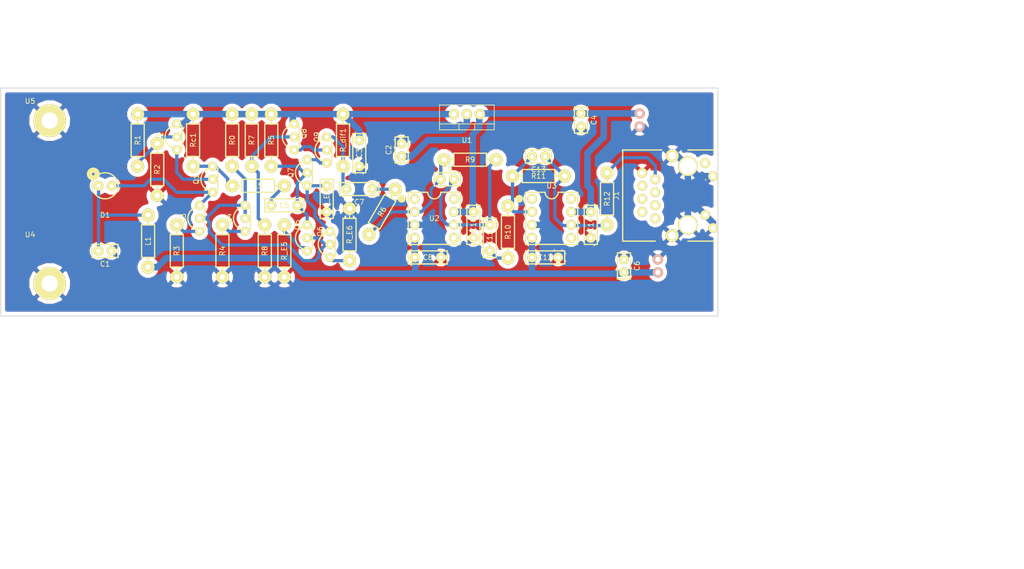
<source format=kicad_pcb>
(kicad_pcb (version 4) (host pcbnew 4.0.1-3.201512221402+6198~38~ubuntu15.04.1-stable)

  (general
    (links 97)
    (no_connects 0)
    (area 43.994714 68.905 208.330715 130.250001)
    (thickness 1.6)
    (drawings 7)
    (tracks 221)
    (zones 0)
    (modules 52)
    (nets 32)
  )

  (page A4)
  (layers
    (0 F.Cu signal)
    (31 B.Cu signal)
    (32 B.Adhes user)
    (33 F.Adhes user)
    (34 B.Paste user)
    (35 F.Paste user)
    (36 B.SilkS user)
    (37 F.SilkS user)
    (38 B.Mask user)
    (39 F.Mask user)
    (40 Dwgs.User user)
    (41 Cmts.User user)
    (42 Eco1.User user)
    (43 Eco2.User user)
    (44 Edge.Cuts user)
    (45 Margin user)
    (46 B.CrtYd user)
    (47 F.CrtYd user)
    (48 B.Fab user)
    (49 F.Fab user)
  )

  (setup
    (last_trace_width 0.635)
    (trace_clearance 0.381)
    (zone_clearance 0.7874)
    (zone_45_only no)
    (trace_min 0.2)
    (segment_width 0.2)
    (edge_width 0.15)
    (via_size 1.6256)
    (via_drill 0.8128)
    (via_min_size 0.4)
    (via_min_drill 0.3)
    (uvia_size 0.3)
    (uvia_drill 0.1)
    (uvias_allowed no)
    (uvia_min_size 0)
    (uvia_min_drill 0)
    (pcb_text_width 0.3)
    (pcb_text_size 1.5 1.5)
    (mod_edge_width 0.15)
    (mod_text_size 1 1)
    (mod_text_width 0.15)
    (pad_size 6.35 6.35)
    (pad_drill 3.175)
    (pad_to_mask_clearance 0.2)
    (aux_axis_origin 0 0)
    (visible_elements FFFFFF7F)
    (pcbplotparams
      (layerselection 0x01000_80000001)
      (usegerberextensions false)
      (excludeedgelayer true)
      (linewidth 0.100000)
      (plotframeref false)
      (viasonmask false)
      (mode 1)
      (useauxorigin false)
      (hpglpennumber 1)
      (hpglpenspeed 20)
      (hpglpendiameter 15)
      (hpglpenoverlay 2)
      (psnegative false)
      (psa4output false)
      (plotreference true)
      (plotvalue true)
      (plotinvisibletext false)
      (padsonsilk false)
      (subtractmaskfromsilk false)
      (outputformat 1)
      (mirror false)
      (drillshape 0)
      (scaleselection 1)
      (outputdirectory /home/ben/Documents/UC_the_Fish_PCBs/KiCad/Receiver_Gerbers/))
  )

  (net 0 "")
  (net 1 +9V)
  (net 2 GND)
  (net 3 -9V)
  (net 4 "Net-(C1-Pad2)")
  (net 5 +5V)
  (net 6 "Net-(C5-Pad1)")
  (net 7 "Net-(C5-Pad2)")
  (net 8 "Net-(C7-Pad1)")
  (net 9 "/Stage 2/out2")
  (net 10 "Net-(C11-Pad2)")
  (net 11 "Net-(C9-Pad2)")
  (net 12 "Net-(C11-Pad1)")
  (net 13 "Net-(C13-Pad1)")
  (net 14 "Net-(C13-Pad2)")
  (net 15 "Net-(C_E7-Pad1)")
  (net 16 "/Stage 1/in")
  (net 17 "Net-(J1-Pad1)")
  (net 18 "Net-(J1-Pad2)")
  (net 19 "Net-(J1-Pad3)")
  (net 20 "Net-(J1-Pad7)")
  (net 21 "/Stage 2/in2")
  (net 22 "Net-(Q1-Pad2)")
  (net 23 "Net-(Q2-Pad2)")
  (net 24 "Net-(Q3-Pad1)")
  (net 25 "/Stage 1/mirror")
  (net 26 "Net-(Q4-Pad1)")
  (net 27 "Net-(Q5-Pad1)")
  (net 28 "Net-(Q6-Pad1)")
  (net 29 "Net-(Q7-Pad3)")
  (net 30 "Net-(Q8-Pad1)")
  (net 31 "Net-(Q8-Pad2)")

  (net_class Default "This is the default net class."
    (clearance 0.381)
    (trace_width 0.635)
    (via_dia 1.6256)
    (via_drill 0.8128)
    (uvia_dia 0.3)
    (uvia_drill 0.1)
    (add_net "/Stage 1/in")
    (add_net "/Stage 1/mirror")
    (add_net "/Stage 2/in2")
    (add_net "/Stage 2/out2")
    (add_net "Net-(C1-Pad2)")
    (add_net "Net-(C11-Pad1)")
    (add_net "Net-(C11-Pad2)")
    (add_net "Net-(C13-Pad1)")
    (add_net "Net-(C13-Pad2)")
    (add_net "Net-(C5-Pad1)")
    (add_net "Net-(C5-Pad2)")
    (add_net "Net-(C7-Pad1)")
    (add_net "Net-(C9-Pad2)")
    (add_net "Net-(C_E7-Pad1)")
    (add_net "Net-(J1-Pad1)")
    (add_net "Net-(J1-Pad2)")
    (add_net "Net-(J1-Pad3)")
    (add_net "Net-(J1-Pad7)")
    (add_net "Net-(Q1-Pad2)")
    (add_net "Net-(Q2-Pad2)")
    (add_net "Net-(Q3-Pad1)")
    (add_net "Net-(Q4-Pad1)")
    (add_net "Net-(Q5-Pad1)")
    (add_net "Net-(Q6-Pad1)")
    (add_net "Net-(Q7-Pad3)")
    (add_net "Net-(Q8-Pad1)")
    (add_net "Net-(Q8-Pad2)")
  )

  (net_class Power ""
    (clearance 0.381)
    (trace_width 1.27)
    (via_dia 1.6256)
    (via_drill 0.8128)
    (uvia_dia 0.3)
    (uvia_drill 0.1)
    (add_net +5V)
    (add_net +9V)
    (add_net -9V)
    (add_net GND)
  )

  (module UC_the_Fish_Components:point1_pitch_Header (layer B.Cu) (tedit 56FA0B23) (tstamp 56F9CB8C)
    (at 168.91 91.948 270)
    (path /56FB276F)
    (fp_text reference BT1 (at 0 1.905 270) (layer B.SilkS) hide
      (effects (font (size 1 1) (thickness 0.15)) (justify mirror))
    )
    (fp_text value 9V (at 0 3.81 270) (layer B.Fab) hide
      (effects (font (size 1 1) (thickness 0.15)) (justify mirror))
    )
    (fp_line (start 1.27 -1.778) (end 1.27 0) (layer B.CrtYd) (width 0.2794))
    (fp_line (start -1.27 -1.778) (end -1.27 0) (layer B.CrtYd) (width 0.2794))
    (fp_line (start 1.27 -4.064) (end 1.27 -12.7) (layer B.CrtYd) (width 0.2794))
    (fp_line (start -1.27 -4.064) (end -1.27 -12.7) (layer B.CrtYd) (width 0.2794))
    (fp_line (start -2.54 -1.778) (end 2.54 -1.778) (layer B.CrtYd) (width 0.254))
    (fp_line (start 2.54 -1.778) (end 2.54 -4.064) (layer B.CrtYd) (width 0.254))
    (fp_line (start 2.54 -4.064) (end -2.54 -4.064) (layer B.CrtYd) (width 0.254))
    (fp_line (start -2.54 -4.064) (end -2.54 -1.778) (layer B.CrtYd) (width 0.254))
    (pad 1 thru_hole circle (at -1.27 0 270) (size 2.032 2.032) (drill 1.016) (layers *.Cu *.Mask B.SilkS)
      (net 1 +9V))
    (pad 2 thru_hole circle (at 1.27 0 270) (size 2.032 2.032) (drill 1.016) (layers *.Cu *.Mask B.SilkS)
      (net 2 GND))
  )

  (module UC_the_Fish_Components:point1_pitch_Header (layer B.Cu) (tedit 56FA0B1C) (tstamp 56F9CB9A)
    (at 172.466 120.396 270)
    (path /56FB28DD)
    (fp_text reference BT2 (at 0 1.905 270) (layer B.SilkS) hide
      (effects (font (size 1 1) (thickness 0.15)) (justify mirror))
    )
    (fp_text value 9V (at 0 3.81 270) (layer B.Fab) hide
      (effects (font (size 1 1) (thickness 0.15)) (justify mirror))
    )
    (fp_line (start 1.27 -1.778) (end 1.27 0) (layer B.CrtYd) (width 0.2794))
    (fp_line (start -1.27 -1.778) (end -1.27 0) (layer B.CrtYd) (width 0.2794))
    (fp_line (start 1.27 -4.064) (end 1.27 -12.7) (layer B.CrtYd) (width 0.2794))
    (fp_line (start -1.27 -4.064) (end -1.27 -12.7) (layer B.CrtYd) (width 0.2794))
    (fp_line (start -2.54 -1.778) (end 2.54 -1.778) (layer B.CrtYd) (width 0.254))
    (fp_line (start 2.54 -1.778) (end 2.54 -4.064) (layer B.CrtYd) (width 0.254))
    (fp_line (start 2.54 -4.064) (end -2.54 -4.064) (layer B.CrtYd) (width 0.254))
    (fp_line (start -2.54 -4.064) (end -2.54 -1.778) (layer B.CrtYd) (width 0.254))
    (pad 1 thru_hole circle (at -1.27 0 270) (size 2.032 2.032) (drill 1.016) (layers *.Cu *.Mask B.SilkS)
      (net 2 GND))
    (pad 2 thru_hole circle (at 1.27 0 270) (size 2.032 2.032) (drill 1.016) (layers *.Cu *.Mask B.SilkS)
      (net 3 -9V))
  )

  (module UC_the_Fish_Components:100Mil_Passive (layer F.Cu) (tedit 56F9C5EA) (tstamp 56F9CBA4)
    (at 64.77 117.475 180)
    (path /56F94A61)
    (fp_text reference C1 (at 0 -2.54 180) (layer F.SilkS)
      (effects (font (size 1 1) (thickness 0.15)))
    )
    (fp_text value "47 uF" (at 0 -4.445 180) (layer F.Fab) hide
      (effects (font (size 1 1) (thickness 0.15)))
    )
    (fp_line (start -2.54 -1.27) (end -2.54 1.27) (layer F.SilkS) (width 0.254))
    (fp_line (start -2.54 1.27) (end 2.54 1.27) (layer F.SilkS) (width 0.254))
    (fp_line (start 2.54 1.27) (end 2.54 -1.27) (layer F.SilkS) (width 0.254))
    (fp_line (start 2.54 -1.27) (end -2.54 -1.27) (layer F.SilkS) (width 0.254))
    (pad 1 thru_hole circle (at -1.27 0 180) (size 1.905 1.905) (drill 0.8128) (layers *.Cu *.Mask F.SilkS)
      (net 2 GND))
    (pad 2 thru_hole circle (at 1.27 0 180) (size 1.905 1.905) (drill 0.8128) (layers *.Cu *.Mask F.SilkS)
      (net 4 "Net-(C1-Pad2)"))
  )

  (module UC_the_Fish_Components:100Mil_Passive (layer F.Cu) (tedit 56F9C5AA) (tstamp 56F9CBAE)
    (at 122.555 97.79 90)
    (path /56FAAAF0)
    (fp_text reference C2 (at 0 -2.54 90) (layer F.SilkS)
      (effects (font (size 1 1) (thickness 0.15)))
    )
    (fp_text value 0.33uF (at 0 -4.445 90) (layer F.Fab) hide
      (effects (font (size 1 1) (thickness 0.15)))
    )
    (fp_line (start -2.54 -1.27) (end -2.54 1.27) (layer F.SilkS) (width 0.254))
    (fp_line (start -2.54 1.27) (end 2.54 1.27) (layer F.SilkS) (width 0.254))
    (fp_line (start 2.54 1.27) (end 2.54 -1.27) (layer F.SilkS) (width 0.254))
    (fp_line (start 2.54 -1.27) (end -2.54 -1.27) (layer F.SilkS) (width 0.254))
    (pad 1 thru_hole circle (at -1.27 0 90) (size 1.905 1.905) (drill 0.8128) (layers *.Cu *.Mask F.SilkS)
      (net 1 +9V))
    (pad 2 thru_hole circle (at 1.27 0 90) (size 1.905 1.905) (drill 0.8128) (layers *.Cu *.Mask F.SilkS)
      (net 2 GND))
  )

  (module UC_the_Fish_Components:200Mil_Passive (layer F.Cu) (tedit 56F9FFB7) (tstamp 56F9CBB8)
    (at 114.3 98.425 270)
    (path /56FAA952)
    (fp_text reference C3 (at 0 0 270) (layer F.SilkS)
      (effects (font (size 1 1) (thickness 0.15)))
    )
    (fp_text value 0.1uF (at 0 -4.445 270) (layer F.Fab) hide
      (effects (font (size 1 1) (thickness 0.15)))
    )
    (fp_line (start -3.81 -1.27) (end -3.81 1.27) (layer F.SilkS) (width 0.254))
    (fp_line (start -3.81 1.27) (end 3.81 1.27) (layer F.SilkS) (width 0.254))
    (fp_line (start 3.81 1.27) (end 3.81 -1.27) (layer F.SilkS) (width 0.254))
    (fp_line (start 3.81 -1.27) (end -3.81 -1.27) (layer F.SilkS) (width 0.254))
    (pad 1 thru_hole circle (at -2.54 0 270) (size 1.905 1.905) (drill 0.8128) (layers *.Cu *.Mask F.SilkS)
      (net 5 +5V))
    (pad 2 thru_hole circle (at 2.54 0 270) (size 1.905 1.905) (drill 0.8128) (layers *.Cu *.Mask F.SilkS)
      (net 2 GND))
  )

  (module UC_the_Fish_Components:100Mil_Passive (layer F.Cu) (tedit 56F9C528) (tstamp 56F9CBC2)
    (at 157.48 91.948 270)
    (path /56FB652F)
    (fp_text reference C4 (at 0 -2.54 270) (layer F.SilkS)
      (effects (font (size 1 1) (thickness 0.15)))
    )
    (fp_text value 47uF (at 0 -4.445 270) (layer F.Fab) hide
      (effects (font (size 1 1) (thickness 0.15)))
    )
    (fp_line (start -2.54 -1.27) (end -2.54 1.27) (layer F.SilkS) (width 0.254))
    (fp_line (start -2.54 1.27) (end 2.54 1.27) (layer F.SilkS) (width 0.254))
    (fp_line (start 2.54 1.27) (end 2.54 -1.27) (layer F.SilkS) (width 0.254))
    (fp_line (start 2.54 -1.27) (end -2.54 -1.27) (layer F.SilkS) (width 0.254))
    (pad 1 thru_hole circle (at -1.27 0 270) (size 1.905 1.905) (drill 0.8128) (layers *.Cu *.Mask F.SilkS)
      (net 1 +9V))
    (pad 2 thru_hole circle (at 1.27 0 270) (size 1.905 1.905) (drill 0.8128) (layers *.Cu *.Mask F.SilkS)
      (net 2 GND))
  )

  (module UC_the_Fish_Components:200Mil_Passive (layer F.Cu) (tedit 56F9FFB0) (tstamp 56F9CBCC)
    (at 99.695 108.585 180)
    (path /56F9B73E/56F9C1F2)
    (fp_text reference C5 (at 0 0 180) (layer F.SilkS)
      (effects (font (size 1 1) (thickness 0.15)))
    )
    (fp_text value 100nF (at 0 -4.445 180) (layer F.Fab) hide
      (effects (font (size 1 1) (thickness 0.15)))
    )
    (fp_line (start -3.81 -1.27) (end -3.81 1.27) (layer F.SilkS) (width 0.254))
    (fp_line (start -3.81 1.27) (end 3.81 1.27) (layer F.SilkS) (width 0.254))
    (fp_line (start 3.81 1.27) (end 3.81 -1.27) (layer F.SilkS) (width 0.254))
    (fp_line (start 3.81 -1.27) (end -3.81 -1.27) (layer F.SilkS) (width 0.254))
    (pad 1 thru_hole circle (at -2.54 0 180) (size 1.905 1.905) (drill 0.8128) (layers *.Cu *.Mask F.SilkS)
      (net 6 "Net-(C5-Pad1)"))
    (pad 2 thru_hole circle (at 2.54 0 180) (size 1.905 1.905) (drill 0.8128) (layers *.Cu *.Mask F.SilkS)
      (net 7 "Net-(C5-Pad2)"))
  )

  (module UC_the_Fish_Components:100Mil_Passive (layer F.Cu) (tedit 56F9C53E) (tstamp 56F9CBD6)
    (at 165.862 120.396 270)
    (path /56FB65A8)
    (fp_text reference C6 (at 0 -2.54 270) (layer F.SilkS)
      (effects (font (size 1 1) (thickness 0.15)))
    )
    (fp_text value 47uF (at 0 -4.445 270) (layer F.Fab) hide
      (effects (font (size 1 1) (thickness 0.15)))
    )
    (fp_line (start -2.54 -1.27) (end -2.54 1.27) (layer F.SilkS) (width 0.254))
    (fp_line (start -2.54 1.27) (end 2.54 1.27) (layer F.SilkS) (width 0.254))
    (fp_line (start 2.54 1.27) (end 2.54 -1.27) (layer F.SilkS) (width 0.254))
    (fp_line (start 2.54 -1.27) (end -2.54 -1.27) (layer F.SilkS) (width 0.254))
    (pad 1 thru_hole circle (at -1.27 0 270) (size 1.905 1.905) (drill 0.8128) (layers *.Cu *.Mask F.SilkS)
      (net 2 GND))
    (pad 2 thru_hole circle (at 1.27 0 270) (size 1.905 1.905) (drill 0.8128) (layers *.Cu *.Mask F.SilkS)
      (net 3 -9V))
  )

  (module UC_the_Fish_Components:200Mil_Passive (layer F.Cu) (tedit 56F9C50E) (tstamp 56F9CBE0)
    (at 114.3 105.41 180)
    (path /56FA0FD5)
    (fp_text reference C7 (at 0 -2.54 180) (layer F.SilkS)
      (effects (font (size 1 1) (thickness 0.15)))
    )
    (fp_text value 330nF (at 0 -4.445 180) (layer F.Fab) hide
      (effects (font (size 1 1) (thickness 0.15)))
    )
    (fp_line (start -3.81 -1.27) (end -3.81 1.27) (layer F.SilkS) (width 0.254))
    (fp_line (start -3.81 1.27) (end 3.81 1.27) (layer F.SilkS) (width 0.254))
    (fp_line (start 3.81 1.27) (end 3.81 -1.27) (layer F.SilkS) (width 0.254))
    (fp_line (start 3.81 -1.27) (end -3.81 -1.27) (layer F.SilkS) (width 0.254))
    (pad 1 thru_hole circle (at -2.54 0 180) (size 1.905 1.905) (drill 0.8128) (layers *.Cu *.Mask F.SilkS)
      (net 8 "Net-(C7-Pad1)"))
    (pad 2 thru_hole circle (at 2.54 0 180) (size 1.905 1.905) (drill 0.8128) (layers *.Cu *.Mask F.SilkS)
      (net 9 "/Stage 2/out2"))
  )

  (module UC_the_Fish_Components:200Mil_Passive (layer F.Cu) (tedit 56F9FFAB) (tstamp 56F9CBEA)
    (at 127.635 118.745)
    (path /56FA55B9)
    (fp_text reference C8 (at 0 0) (layer F.SilkS)
      (effects (font (size 1 1) (thickness 0.15)))
    )
    (fp_text value 0.1u (at 0 -4.445) (layer F.Fab) hide
      (effects (font (size 1 1) (thickness 0.15)))
    )
    (fp_line (start -3.81 -1.27) (end -3.81 1.27) (layer F.SilkS) (width 0.254))
    (fp_line (start -3.81 1.27) (end 3.81 1.27) (layer F.SilkS) (width 0.254))
    (fp_line (start 3.81 1.27) (end 3.81 -1.27) (layer F.SilkS) (width 0.254))
    (fp_line (start 3.81 -1.27) (end -3.81 -1.27) (layer F.SilkS) (width 0.254))
    (pad 1 thru_hole circle (at -2.54 0) (size 1.905 1.905) (drill 0.8128) (layers *.Cu *.Mask F.SilkS)
      (net 3 -9V))
    (pad 2 thru_hole circle (at 2.54 0) (size 1.905 1.905) (drill 0.8128) (layers *.Cu *.Mask F.SilkS)
      (net 2 GND))
  )

  (module UC_the_Fish_Components:100Mil_Passive (layer F.Cu) (tedit 56F9FD9E) (tstamp 56F9CBF4)
    (at 131.445 103.505 180)
    (path /56FA3295)
    (fp_text reference C9 (at 0 1.905 180) (layer F.SilkS)
      (effects (font (size 1 1) (thickness 0.15)))
    )
    (fp_text value 2pF (at 0 -4.445 180) (layer F.Fab) hide
      (effects (font (size 1 1) (thickness 0.15)))
    )
    (fp_line (start -2.54 -1.27) (end -2.54 1.27) (layer F.SilkS) (width 0.254))
    (fp_line (start -2.54 1.27) (end 2.54 1.27) (layer F.SilkS) (width 0.254))
    (fp_line (start 2.54 1.27) (end 2.54 -1.27) (layer F.SilkS) (width 0.254))
    (fp_line (start 2.54 -1.27) (end -2.54 -1.27) (layer F.SilkS) (width 0.254))
    (pad 1 thru_hole circle (at -1.27 0 180) (size 1.905 1.905) (drill 0.8128) (layers *.Cu *.Mask F.SilkS)
      (net 10 "Net-(C11-Pad2)"))
    (pad 2 thru_hole circle (at 1.27 0 180) (size 1.905 1.905) (drill 0.8128) (layers *.Cu *.Mask F.SilkS)
      (net 11 "Net-(C9-Pad2)"))
  )

  (module UC_the_Fish_Components:200Mil_Passive (layer F.Cu) (tedit 56FA005C) (tstamp 56F9CBFE)
    (at 136.525 112.395 90)
    (path /56FA5406)
    (fp_text reference C10 (at 0 0 90) (layer F.SilkS)
      (effects (font (size 1 1) (thickness 0.15)))
    )
    (fp_text value 0.1u (at 0 -4.445 90) (layer F.Fab) hide
      (effects (font (size 1 1) (thickness 0.15)))
    )
    (fp_line (start -3.81 -1.27) (end -3.81 1.27) (layer F.SilkS) (width 0.254))
    (fp_line (start -3.81 1.27) (end 3.81 1.27) (layer F.SilkS) (width 0.254))
    (fp_line (start 3.81 1.27) (end 3.81 -1.27) (layer F.SilkS) (width 0.254))
    (fp_line (start 3.81 -1.27) (end -3.81 -1.27) (layer F.SilkS) (width 0.254))
    (pad 1 thru_hole circle (at -2.54 0 90) (size 1.905 1.905) (drill 0.8128) (layers *.Cu *.Mask F.SilkS)
      (net 2 GND))
    (pad 2 thru_hole circle (at 2.54 0 90) (size 1.905 1.905) (drill 0.8128) (layers *.Cu *.Mask F.SilkS)
      (net 1 +9V))
  )

  (module UC_the_Fish_Components:200Mil_Passive (layer F.Cu) (tedit 56F9FED8) (tstamp 56F9CC08)
    (at 139.7 114.935 90)
    (path /56FA1070)
    (fp_text reference C11 (at 0 0 90) (layer F.SilkS)
      (effects (font (size 1 1) (thickness 0.15)))
    )
    (fp_text value 330nF (at 0 -4.445 90) (layer F.Fab) hide
      (effects (font (size 1 1) (thickness 0.15)))
    )
    (fp_line (start -3.81 -1.27) (end -3.81 1.27) (layer F.SilkS) (width 0.254))
    (fp_line (start -3.81 1.27) (end 3.81 1.27) (layer F.SilkS) (width 0.254))
    (fp_line (start 3.81 1.27) (end 3.81 -1.27) (layer F.SilkS) (width 0.254))
    (fp_line (start 3.81 -1.27) (end -3.81 -1.27) (layer F.SilkS) (width 0.254))
    (pad 1 thru_hole circle (at -2.54 0 90) (size 1.905 1.905) (drill 0.8128) (layers *.Cu *.Mask F.SilkS)
      (net 12 "Net-(C11-Pad1)"))
    (pad 2 thru_hole circle (at 2.54 0 90) (size 1.905 1.905) (drill 0.8128) (layers *.Cu *.Mask F.SilkS)
      (net 10 "Net-(C11-Pad2)"))
  )

  (module UC_the_Fish_Components:200Mil_Passive (layer F.Cu) (tedit 56F9FFE9) (tstamp 56F9CC12)
    (at 150.495 118.745)
    (path /56FA5684)
    (fp_text reference C12 (at 0 0 180) (layer F.SilkS)
      (effects (font (size 1 1) (thickness 0.15)))
    )
    (fp_text value 0.1u (at 0 -4.445) (layer F.Fab) hide
      (effects (font (size 1 1) (thickness 0.15)))
    )
    (fp_line (start -3.81 -1.27) (end -3.81 1.27) (layer F.SilkS) (width 0.254))
    (fp_line (start -3.81 1.27) (end 3.81 1.27) (layer F.SilkS) (width 0.254))
    (fp_line (start 3.81 1.27) (end 3.81 -1.27) (layer F.SilkS) (width 0.254))
    (fp_line (start 3.81 -1.27) (end -3.81 -1.27) (layer F.SilkS) (width 0.254))
    (pad 1 thru_hole circle (at -2.54 0) (size 1.905 1.905) (drill 0.8128) (layers *.Cu *.Mask F.SilkS)
      (net 3 -9V))
    (pad 2 thru_hole circle (at 2.54 0) (size 1.905 1.905) (drill 0.8128) (layers *.Cu *.Mask F.SilkS)
      (net 2 GND))
  )

  (module UC_the_Fish_Components:100Mil_Passive (layer F.Cu) (tedit 56F9C598) (tstamp 56F9CC1C)
    (at 149.225 99.06 180)
    (path /56FA3322)
    (fp_text reference C13 (at 0 -2.54 180) (layer F.SilkS)
      (effects (font (size 1 1) (thickness 0.15)))
    )
    (fp_text value 2pF (at 0 -4.445 180) (layer F.Fab) hide
      (effects (font (size 1 1) (thickness 0.15)))
    )
    (fp_line (start -2.54 -1.27) (end -2.54 1.27) (layer F.SilkS) (width 0.254))
    (fp_line (start -2.54 1.27) (end 2.54 1.27) (layer F.SilkS) (width 0.254))
    (fp_line (start 2.54 1.27) (end 2.54 -1.27) (layer F.SilkS) (width 0.254))
    (fp_line (start 2.54 -1.27) (end -2.54 -1.27) (layer F.SilkS) (width 0.254))
    (pad 1 thru_hole circle (at -1.27 0 180) (size 1.905 1.905) (drill 0.8128) (layers *.Cu *.Mask F.SilkS)
      (net 13 "Net-(C13-Pad1)"))
    (pad 2 thru_hole circle (at 1.27 0 180) (size 1.905 1.905) (drill 0.8128) (layers *.Cu *.Mask F.SilkS)
      (net 14 "Net-(C13-Pad2)"))
  )

  (module UC_the_Fish_Components:200Mil_Passive (layer F.Cu) (tedit 56FA0A31) (tstamp 56F9CC26)
    (at 159.385 112.395 90)
    (path /56FA553F)
    (fp_text reference C14 (at 0 0 90) (layer F.SilkS)
      (effects (font (size 1 1) (thickness 0.15)))
    )
    (fp_text value 0.1u (at 0 -4.445 90) (layer F.Fab) hide
      (effects (font (size 1 1) (thickness 0.15)))
    )
    (fp_line (start -3.81 -1.27) (end -3.81 1.27) (layer F.SilkS) (width 0.254))
    (fp_line (start -3.81 1.27) (end 3.81 1.27) (layer F.SilkS) (width 0.254))
    (fp_line (start 3.81 1.27) (end 3.81 -1.27) (layer F.SilkS) (width 0.254))
    (fp_line (start 3.81 -1.27) (end -3.81 -1.27) (layer F.SilkS) (width 0.254))
    (pad 1 thru_hole circle (at -2.54 0 90) (size 1.905 1.905) (drill 0.8128) (layers *.Cu *.Mask F.SilkS)
      (net 2 GND))
    (pad 2 thru_hole circle (at 2.54 0 90) (size 1.905 1.905) (drill 0.8128) (layers *.Cu *.Mask F.SilkS)
      (net 1 +9V))
  )

  (module UC_the_Fish_Components:200Mil_Passive (layer F.Cu) (tedit 56F9FFB3) (tstamp 56F9CC30)
    (at 107.95 107.315 270)
    (path /56F9B73E/56F9D144)
    (fp_text reference C_E7 (at 0 0 270) (layer F.SilkS)
      (effects (font (size 1 1) (thickness 0.15)))
    )
    (fp_text value "100 uF" (at 0 -4.445 270) (layer F.Fab) hide
      (effects (font (size 1 1) (thickness 0.15)))
    )
    (fp_line (start -3.81 -1.27) (end -3.81 1.27) (layer F.SilkS) (width 0.254))
    (fp_line (start -3.81 1.27) (end 3.81 1.27) (layer F.SilkS) (width 0.254))
    (fp_line (start 3.81 1.27) (end 3.81 -1.27) (layer F.SilkS) (width 0.254))
    (fp_line (start 3.81 -1.27) (end -3.81 -1.27) (layer F.SilkS) (width 0.254))
    (pad 1 thru_hole circle (at -2.54 0 270) (size 1.905 1.905) (drill 0.8128) (layers *.Cu *.Mask F.SilkS)
      (net 15 "Net-(C_E7-Pad1)"))
    (pad 2 thru_hole circle (at 2.54 0 270) (size 1.905 1.905) (drill 0.8128) (layers *.Cu *.Mask F.SilkS)
      (net 2 GND))
  )

  (module UC_the_Fish_Components:MTD3010PM (layer F.Cu) (tedit 56F9C5E8) (tstamp 56F9CC38)
    (at 64.77 104.775 180)
    (path /56F94925)
    (fp_text reference D1 (at 0 -5.715 180) (layer F.SilkS)
      (effects (font (size 1 1) (thickness 0.15)))
    )
    (fp_text value MTD3010PM (at 0 -3.81 180) (layer F.Fab) hide
      (effects (font (size 1 1) (thickness 0.15)))
    )
    (fp_circle (center 2.286 2.286) (end 2.54 2.286) (layer F.SilkS) (width 1.016))
    (fp_circle (center 0 0) (end 2.54 0) (layer F.SilkS) (width 0.254))
    (pad 1 thru_hole circle (at -1.27 0 180) (size 1.905 1.905) (drill 0.8128) (layers *.Cu *.Mask F.SilkS)
      (net 16 "/Stage 1/in"))
    (pad 2 thru_hole circle (at 1.27 0 180) (size 1.905 1.905) (drill 0.8128) (layers *.Cu *.Mask F.SilkS)
      (net 4 "Net-(C1-Pad2)"))
  )

  (module UC_the_Fish_Components:RB1-125BAG1A (layer F.Cu) (tedit 56F9C35D) (tstamp 56F9CC55)
    (at 178.308 106.68 90)
    (path /56FA0175)
    (fp_text reference J1 (at 0 -13.97 90) (layer F.SilkS)
      (effects (font (size 1 1) (thickness 0.15)))
    )
    (fp_text value RB1-125BAG1A (at 0 -16.51 90) (layer F.Fab) hide
      (effects (font (size 1 1) (thickness 0.15)))
    )
    (fp_line (start -8.89 -6.35) (end -8.89 -12.7) (layer F.SilkS) (width 0.254))
    (fp_line (start -8.89 -12.7) (end 8.89 -12.7) (layer F.SilkS) (width 0.254))
    (fp_line (start 8.89 -12.7) (end 8.89 -5.08) (layer F.SilkS) (width 0.254))
    (fp_line (start 8.89 5.08) (end 8.89 0) (layer F.SilkS) (width 0.254))
    (fp_line (start -8.89 5.08) (end -8.89 0) (layer F.SilkS) (width 0.254))
    (fp_line (start -7.7724 -10.88898) (end 7.7724 -10.88898) (layer F.CrtYd) (width 0.254))
    (fp_line (start 7.7724 -10.88898) (end 7.7724 10.88898) (layer F.CrtYd) (width 0.254))
    (fp_line (start 7.7724 10.88898) (end -7.7724 10.88898) (layer F.CrtYd) (width 0.254))
    (fp_line (start -7.7724 10.88898) (end -7.7724 -10.88898) (layer F.CrtYd) (width 0.254))
    (pad 9 thru_hole circle (at -5.715 0 90) (size 3.81 3.81) (drill 3.175) (layers *.Cu *.Mask F.SilkS)
      (net 2 GND))
    (pad 9 thru_hole circle (at 5.715 0 90) (size 3.81 3.81) (drill 3.175) (layers *.Cu *.Mask F.SilkS)
      (net 2 GND))
    (pad 9 thru_hole circle (at -3.7846 3.3782 90) (size 1.905 1.905) (drill 1.016) (layers *.Cu *.Mask F.SilkS)
      (net 2 GND))
    (pad 6 thru_hole circle (at 6.3246 3.3782 90) (size 1.905 1.905) (drill 1.016) (layers *.Cu *.Mask F.SilkS))
    (pad 9 thru_hole circle (at -6.3246 4.89966 90) (size 1.905 1.905) (drill 1.016) (layers *.Cu *.Mask F.SilkS)
      (net 2 GND))
    (pad 9 thru_hole circle (at 3.7846 4.89966 90) (size 1.905 1.905) (drill 1.016) (layers *.Cu *.Mask F.SilkS)
      (net 2 GND))
    (pad 9 thru_hole circle (at -7.77494 -3.048 90) (size 2.54 2.54) (drill 1.5113) (layers *.Cu *.Mask F.SilkS)
      (net 2 GND))
    (pad 9 thru_hole circle (at 7.77494 -3.048 90) (size 2.54 2.54) (drill 1.5113) (layers *.Cu *.Mask F.SilkS)
      (net 2 GND))
    (pad 1 thru_hole circle (at -4.445 -6.35 90) (size 1.905 1.905) (drill 1.016) (layers *.Cu *.Mask F.SilkS)
      (net 17 "Net-(J1-Pad1)"))
    (pad 8 thru_hole circle (at 4.445 -8.89 90) (size 1.905 1.905) (drill 1.016) (layers *.Cu *.Mask F.SilkS)
      (net 2 GND))
    (pad 2 thru_hole circle (at -3.175 -8.89 90) (size 1.905 1.905) (drill 1.016) (layers *.Cu *.Mask F.SilkS)
      (net 18 "Net-(J1-Pad2)"))
    (pad 3 thru_hole circle (at -1.905 -6.35 90) (size 1.905 1.905) (drill 1.016) (layers *.Cu *.Mask F.SilkS)
      (net 19 "Net-(J1-Pad3)"))
    (pad 4 thru_hole circle (at -0.635 -8.89 90) (size 1.905 1.905) (drill 1.016) (layers *.Cu *.Mask F.SilkS))
    (pad 5 thru_hole circle (at 0.635 -6.35 90) (size 1.905 1.905) (drill 1.016) (layers *.Cu *.Mask F.SilkS))
    (pad 6 thru_hole circle (at 1.905 -8.89 90) (size 1.905 1.905) (drill 1.016) (layers *.Cu *.Mask F.SilkS))
    (pad 7 thru_hole circle (at 3.175 -6.35 90) (size 1.905 1.905) (drill 1.016) (layers *.Cu *.Mask F.SilkS)
      (net 20 "Net-(J1-Pad7)"))
  )

  (module UC_the_Fish_Components:400Mil_Passive (layer F.Cu) (tedit 56F9C5ED) (tstamp 56F9CC61)
    (at 73.152 115.57 90)
    (path /56F949DD)
    (fp_text reference L1 (at 0 0 90) (layer F.SilkS)
      (effects (font (size 1 1) (thickness 0.15)))
    )
    (fp_text value "10 uH" (at 0 -2.54 90) (layer F.Fab) hide
      (effects (font (size 1 1) (thickness 0.15)))
    )
    (fp_line (start 3.175 0) (end 3.81 0) (layer F.SilkS) (width 0.254))
    (fp_line (start -3.175 0) (end -3.81 0) (layer F.SilkS) (width 0.254))
    (fp_line (start -3.175 -1.27) (end -3.175 1.27) (layer F.SilkS) (width 0.254))
    (fp_line (start -3.175 1.27) (end 3.175 1.27) (layer F.SilkS) (width 0.254))
    (fp_line (start 3.175 1.27) (end 3.175 -1.27) (layer F.SilkS) (width 0.254))
    (fp_line (start 3.175 -1.27) (end -3.175 -1.27) (layer F.SilkS) (width 0.254))
    (pad 1 thru_hole circle (at -5.08 0 90) (size 2.54 2.54) (drill 1.016) (layers *.Cu *.Mask F.SilkS)
      (net 3 -9V))
    (pad 2 thru_hole circle (at 5.08 0 90) (size 2.54 2.54) (drill 1.016) (layers *.Cu *.Mask F.SilkS)
      (net 4 "Net-(C1-Pad2)"))
  )

  (module UC_the_Fish_Components:400Mil_Passive (layer F.Cu) (tedit 56F9C5BE) (tstamp 56F9CC6D)
    (at 94.615 104.775 180)
    (path /56F9B73E/56F9C0EB)
    (fp_text reference L5 (at 0 0 180) (layer F.SilkS)
      (effects (font (size 1 1) (thickness 0.15)))
    )
    (fp_text value "0.1 uH" (at 0 -2.54 180) (layer F.Fab) hide
      (effects (font (size 1 1) (thickness 0.15)))
    )
    (fp_line (start 3.175 0) (end 3.81 0) (layer F.SilkS) (width 0.254))
    (fp_line (start -3.175 0) (end -3.81 0) (layer F.SilkS) (width 0.254))
    (fp_line (start -3.175 -1.27) (end -3.175 1.27) (layer F.SilkS) (width 0.254))
    (fp_line (start -3.175 1.27) (end 3.175 1.27) (layer F.SilkS) (width 0.254))
    (fp_line (start 3.175 1.27) (end 3.175 -1.27) (layer F.SilkS) (width 0.254))
    (fp_line (start 3.175 -1.27) (end -3.175 -1.27) (layer F.SilkS) (width 0.254))
    (pad 1 thru_hole circle (at -5.08 0 180) (size 2.54 2.54) (drill 1.016) (layers *.Cu *.Mask F.SilkS)
      (net 7 "Net-(C5-Pad2)"))
    (pad 2 thru_hole circle (at 5.08 0 180) (size 2.54 2.54) (drill 1.016) (layers *.Cu *.Mask F.SilkS)
      (net 21 "/Stage 2/in2"))
  )

  (module UC_the_Fish_Components:TO-92 (layer F.Cu) (tedit 56F9D3CA) (tstamp 56F9CC78)
    (at 85.725 103.505 90)
    (path /56F951BC/56F95872)
    (fp_text reference Q1 (at 0 -3.175 90) (layer F.SilkS)
      (effects (font (size 1 1) (thickness 0.15)))
    )
    (fp_text value PN2369A (at 0 -3.81 90) (layer F.Fab) hide
      (effects (font (size 1 1) (thickness 0.15)))
    )
    (fp_line (start -2.159 1.016) (end -2.286 0) (layer F.SilkS) (width 0.254))
    (fp_line (start 2.286 0) (end 2.159 1.016) (layer F.SilkS) (width 0.254))
    (fp_line (start -2.159 1.016) (end 2.159 1.016) (layer F.SilkS) (width 0.254))
    (fp_arc (start 0 0) (end -2.286 0) (angle 180) (layer F.SilkS) (width 0.254))
    (pad 1 thru_hole circle (at -2.54 0 90) (size 1.778 1.778) (drill 0.8128) (layers *.Cu *.Mask F.SilkS)
      (net 16 "/Stage 1/in"))
    (pad 2 thru_hole circle (at 0 0 90) (size 1.778 1.778) (drill 0.8128) (layers *.Cu *.Mask F.SilkS)
      (net 22 "Net-(Q1-Pad2)"))
    (pad 3 thru_hole circle (at 2.54 0 90) (size 1.778 1.778) (drill 0.8128) (layers *.Cu *.Mask F.SilkS)
      (net 21 "/Stage 2/in2"))
  )

  (module UC_the_Fish_Components:TO-92 (layer F.Cu) (tedit 56F9D38A) (tstamp 56F9CC83)
    (at 78.74 95.25 90)
    (path /56F951BC/56F957C6)
    (fp_text reference Q2 (at 0 -3.175 90) (layer F.SilkS)
      (effects (font (size 1 1) (thickness 0.15)))
    )
    (fp_text value 2N3904 (at 0 -3.81 90) (layer F.Fab) hide
      (effects (font (size 1 1) (thickness 0.15)))
    )
    (fp_line (start -2.159 1.016) (end -2.286 0) (layer F.SilkS) (width 0.254))
    (fp_line (start 2.286 0) (end 2.159 1.016) (layer F.SilkS) (width 0.254))
    (fp_line (start -2.159 1.016) (end 2.159 1.016) (layer F.SilkS) (width 0.254))
    (fp_arc (start 0 0) (end -2.286 0) (angle 180) (layer F.SilkS) (width 0.254))
    (pad 1 thru_hole circle (at -2.54 0 90) (size 1.778 1.778) (drill 0.8128) (layers *.Cu *.Mask F.SilkS)
      (net 22 "Net-(Q1-Pad2)"))
    (pad 2 thru_hole circle (at 0 0 90) (size 1.778 1.778) (drill 0.8128) (layers *.Cu *.Mask F.SilkS)
      (net 23 "Net-(Q2-Pad2)"))
    (pad 3 thru_hole circle (at 2.54 0 90) (size 1.778 1.778) (drill 0.8128) (layers *.Cu *.Mask F.SilkS)
      (net 5 +5V))
  )

  (module UC_the_Fish_Components:TO-92 (layer F.Cu) (tedit 56F9D389) (tstamp 56F9CC8E)
    (at 83.185 111.125 90)
    (path /56F951BC/56F9583A)
    (fp_text reference Q3 (at 0 -3.175 90) (layer F.SilkS)
      (effects (font (size 1 1) (thickness 0.15)))
    )
    (fp_text value 2N3904 (at 0 -3.81 90) (layer F.Fab) hide
      (effects (font (size 1 1) (thickness 0.15)))
    )
    (fp_line (start -2.159 1.016) (end -2.286 0) (layer F.SilkS) (width 0.254))
    (fp_line (start 2.286 0) (end 2.159 1.016) (layer F.SilkS) (width 0.254))
    (fp_line (start -2.159 1.016) (end 2.159 1.016) (layer F.SilkS) (width 0.254))
    (fp_arc (start 0 0) (end -2.286 0) (angle 180) (layer F.SilkS) (width 0.254))
    (pad 1 thru_hole circle (at -2.54 0 90) (size 1.778 1.778) (drill 0.8128) (layers *.Cu *.Mask F.SilkS)
      (net 24 "Net-(Q3-Pad1)"))
    (pad 2 thru_hole circle (at 0 0 90) (size 1.778 1.778) (drill 0.8128) (layers *.Cu *.Mask F.SilkS)
      (net 25 "/Stage 1/mirror"))
    (pad 3 thru_hole circle (at 2.54 0 90) (size 1.778 1.778) (drill 0.8128) (layers *.Cu *.Mask F.SilkS)
      (net 16 "/Stage 1/in"))
  )

  (module UC_the_Fish_Components:TO-92 (layer F.Cu) (tedit 56F9D3C2) (tstamp 56F9CC99)
    (at 92.075 111.125 90)
    (path /56F951BC/56F95857)
    (fp_text reference Q4 (at 0 -3.175 90) (layer F.SilkS)
      (effects (font (size 1 1) (thickness 0.15)))
    )
    (fp_text value 2N3904 (at 0 -3.81 90) (layer F.Fab) hide
      (effects (font (size 1 1) (thickness 0.15)))
    )
    (fp_line (start -2.159 1.016) (end -2.286 0) (layer F.SilkS) (width 0.254))
    (fp_line (start 2.286 0) (end 2.159 1.016) (layer F.SilkS) (width 0.254))
    (fp_line (start -2.159 1.016) (end 2.159 1.016) (layer F.SilkS) (width 0.254))
    (fp_arc (start 0 0) (end -2.286 0) (angle 180) (layer F.SilkS) (width 0.254))
    (pad 1 thru_hole circle (at -2.54 0 90) (size 1.778 1.778) (drill 0.8128) (layers *.Cu *.Mask F.SilkS)
      (net 26 "Net-(Q4-Pad1)"))
    (pad 2 thru_hole circle (at 0 0 90) (size 1.778 1.778) (drill 0.8128) (layers *.Cu *.Mask F.SilkS)
      (net 25 "/Stage 1/mirror"))
    (pad 3 thru_hole circle (at 2.54 0 90) (size 1.778 1.778) (drill 0.8128) (layers *.Cu *.Mask F.SilkS)
      (net 25 "/Stage 1/mirror"))
  )

  (module UC_the_Fish_Components:TO-92 (layer F.Cu) (tedit 56F9FFCB) (tstamp 56F9CCA4)
    (at 104.14 114.935 90)
    (path /56F9B73E/56F9C2C5)
    (fp_text reference Q5 (at 2.54 -1.905 90) (layer F.SilkS)
      (effects (font (size 1 1) (thickness 0.15)))
    )
    (fp_text value 2N3904 (at 0 -3.81 90) (layer F.Fab) hide
      (effects (font (size 1 1) (thickness 0.15)))
    )
    (fp_line (start -2.159 1.016) (end -2.286 0) (layer F.SilkS) (width 0.254))
    (fp_line (start 2.286 0) (end 2.159 1.016) (layer F.SilkS) (width 0.254))
    (fp_line (start -2.159 1.016) (end 2.159 1.016) (layer F.SilkS) (width 0.254))
    (fp_arc (start 0 0) (end -2.286 0) (angle 180) (layer F.SilkS) (width 0.254))
    (pad 1 thru_hole circle (at -2.54 0 90) (size 1.778 1.778) (drill 0.8128) (layers *.Cu *.Mask F.SilkS)
      (net 27 "Net-(Q5-Pad1)"))
    (pad 2 thru_hole circle (at 0 0 90) (size 1.778 1.778) (drill 0.8128) (layers *.Cu *.Mask F.SilkS)
      (net 25 "/Stage 1/mirror"))
    (pad 3 thru_hole circle (at 2.54 0 90) (size 1.778 1.778) (drill 0.8128) (layers *.Cu *.Mask F.SilkS)
      (net 6 "Net-(C5-Pad1)"))
  )

  (module UC_the_Fish_Components:TO-92 (layer F.Cu) (tedit 56F9FFD3) (tstamp 56F9CCAF)
    (at 108.585 116.205 90)
    (path /56F9B73E/56F9C36A)
    (fp_text reference Q6 (at 2.54 -1.905 90) (layer F.SilkS)
      (effects (font (size 1 1) (thickness 0.15)))
    )
    (fp_text value 2N3904 (at 0 -3.81 90) (layer F.Fab) hide
      (effects (font (size 1 1) (thickness 0.15)))
    )
    (fp_line (start -2.159 1.016) (end -2.286 0) (layer F.SilkS) (width 0.254))
    (fp_line (start 2.286 0) (end 2.159 1.016) (layer F.SilkS) (width 0.254))
    (fp_line (start -2.159 1.016) (end 2.159 1.016) (layer F.SilkS) (width 0.254))
    (fp_arc (start 0 0) (end -2.286 0) (angle 180) (layer F.SilkS) (width 0.254))
    (pad 1 thru_hole circle (at -2.54 0 90) (size 1.778 1.778) (drill 0.8128) (layers *.Cu *.Mask F.SilkS)
      (net 28 "Net-(Q6-Pad1)"))
    (pad 2 thru_hole circle (at 0 0 90) (size 1.778 1.778) (drill 0.8128) (layers *.Cu *.Mask F.SilkS)
      (net 25 "/Stage 1/mirror"))
    (pad 3 thru_hole circle (at 2.54 0 90) (size 1.778 1.778) (drill 0.8128) (layers *.Cu *.Mask F.SilkS)
      (net 15 "Net-(C_E7-Pad1)"))
  )

  (module UC_the_Fish_Components:TO-92 (layer F.Cu) (tedit 56F9DB1B) (tstamp 56F9CCBA)
    (at 104.14 102.235 90)
    (path /56F9B73E/56F9C561)
    (fp_text reference Q7 (at 0 -3.175 90) (layer F.SilkS)
      (effects (font (size 1 1) (thickness 0.15)))
    )
    (fp_text value PN2369A (at 0 -3.81 90) (layer F.Fab) hide
      (effects (font (size 1 1) (thickness 0.15)))
    )
    (fp_line (start -2.159 1.016) (end -2.286 0) (layer F.SilkS) (width 0.254))
    (fp_line (start 2.286 0) (end 2.159 1.016) (layer F.SilkS) (width 0.254))
    (fp_line (start -2.159 1.016) (end 2.159 1.016) (layer F.SilkS) (width 0.254))
    (fp_arc (start 0 0) (end -2.286 0) (angle 180) (layer F.SilkS) (width 0.254))
    (pad 1 thru_hole circle (at -2.54 0 90) (size 1.778 1.778) (drill 0.8128) (layers *.Cu *.Mask F.SilkS)
      (net 15 "Net-(C_E7-Pad1)"))
    (pad 2 thru_hole circle (at 0 0 90) (size 1.778 1.778) (drill 0.8128) (layers *.Cu *.Mask F.SilkS)
      (net 6 "Net-(C5-Pad1)"))
    (pad 3 thru_hole circle (at 2.54 0 90) (size 1.778 1.778) (drill 0.8128) (layers *.Cu *.Mask F.SilkS)
      (net 29 "Net-(Q7-Pad3)"))
  )

  (module UC_the_Fish_Components:TO-92 (layer F.Cu) (tedit 56F9FFC0) (tstamp 56F9CCC5)
    (at 101.6 95.25 90)
    (path /56F9B73E/56F9C41B)
    (fp_text reference Q8 (at 0.635 1.905 90) (layer F.SilkS)
      (effects (font (size 1 1) (thickness 0.15)))
    )
    (fp_text value 2N3904 (at 0 -3.81 90) (layer F.Fab) hide
      (effects (font (size 1 1) (thickness 0.15)))
    )
    (fp_line (start -2.159 1.016) (end -2.286 0) (layer F.SilkS) (width 0.254))
    (fp_line (start 2.286 0) (end 2.159 1.016) (layer F.SilkS) (width 0.254))
    (fp_line (start -2.159 1.016) (end 2.159 1.016) (layer F.SilkS) (width 0.254))
    (fp_arc (start 0 0) (end -2.286 0) (angle 180) (layer F.SilkS) (width 0.254))
    (pad 1 thru_hole circle (at -2.54 0 90) (size 1.778 1.778) (drill 0.8128) (layers *.Cu *.Mask F.SilkS)
      (net 30 "Net-(Q8-Pad1)"))
    (pad 2 thru_hole circle (at 0 0 90) (size 1.778 1.778) (drill 0.8128) (layers *.Cu *.Mask F.SilkS)
      (net 31 "Net-(Q8-Pad2)"))
    (pad 3 thru_hole circle (at 2.54 0 90) (size 1.778 1.778) (drill 0.8128) (layers *.Cu *.Mask F.SilkS)
      (net 5 +5V))
  )

  (module UC_the_Fish_Components:TO-92 (layer F.Cu) (tedit 56F9FFC5) (tstamp 56F9CCD0)
    (at 107.95 97.79 90)
    (path /56F9B73E/56F9C4D6)
    (fp_text reference Q9 (at 2.54 -1.905 90) (layer F.SilkS)
      (effects (font (size 1 1) (thickness 0.15)))
    )
    (fp_text value PN2369A (at 0 -3.81 90) (layer F.Fab) hide
      (effects (font (size 1 1) (thickness 0.15)))
    )
    (fp_line (start -2.159 1.016) (end -2.286 0) (layer F.SilkS) (width 0.254))
    (fp_line (start 2.286 0) (end 2.159 1.016) (layer F.SilkS) (width 0.254))
    (fp_line (start -2.159 1.016) (end 2.159 1.016) (layer F.SilkS) (width 0.254))
    (fp_arc (start 0 0) (end -2.286 0) (angle 180) (layer F.SilkS) (width 0.254))
    (pad 1 thru_hole circle (at -2.54 0 90) (size 1.778 1.778) (drill 0.8128) (layers *.Cu *.Mask F.SilkS)
      (net 29 "Net-(Q7-Pad3)"))
    (pad 2 thru_hole circle (at 0 0 90) (size 1.778 1.778) (drill 0.8128) (layers *.Cu *.Mask F.SilkS)
      (net 30 "Net-(Q8-Pad1)"))
    (pad 3 thru_hole circle (at 2.54 0 90) (size 1.778 1.778) (drill 0.8128) (layers *.Cu *.Mask F.SilkS)
      (net 9 "/Stage 2/out2"))
  )

  (module UC_the_Fish_Components:400Mil_Passive (layer F.Cu) (tedit 56F9C614) (tstamp 56F9CCDC)
    (at 89.535 95.885 270)
    (path /56F951BC/56F99C8B)
    (fp_text reference R0 (at 0 0 270) (layer F.SilkS)
      (effects (font (size 1 1) (thickness 0.15)))
    )
    (fp_text value 1.7k (at 0 -2.54 270) (layer F.Fab) hide
      (effects (font (size 1 1) (thickness 0.15)))
    )
    (fp_line (start 3.175 0) (end 3.81 0) (layer F.SilkS) (width 0.254))
    (fp_line (start -3.175 0) (end -3.81 0) (layer F.SilkS) (width 0.254))
    (fp_line (start -3.175 -1.27) (end -3.175 1.27) (layer F.SilkS) (width 0.254))
    (fp_line (start -3.175 1.27) (end 3.175 1.27) (layer F.SilkS) (width 0.254))
    (fp_line (start 3.175 1.27) (end 3.175 -1.27) (layer F.SilkS) (width 0.254))
    (fp_line (start 3.175 -1.27) (end -3.175 -1.27) (layer F.SilkS) (width 0.254))
    (pad 1 thru_hole circle (at -5.08 0 270) (size 2.54 2.54) (drill 1.016) (layers *.Cu *.Mask F.SilkS)
      (net 5 +5V))
    (pad 2 thru_hole circle (at 5.08 0 270) (size 2.54 2.54) (drill 1.016) (layers *.Cu *.Mask F.SilkS)
      (net 25 "/Stage 1/mirror"))
  )

  (module UC_the_Fish_Components:400Mil_Passive (layer F.Cu) (tedit 56F9C611) (tstamp 56F9CCE8)
    (at 71.12 95.885 270)
    (path /56F951BC/56F99AA9)
    (fp_text reference R1 (at 0 0 270) (layer F.SilkS)
      (effects (font (size 1 1) (thickness 0.15)))
    )
    (fp_text value 723 (at 0 -2.54 270) (layer F.Fab) hide
      (effects (font (size 1 1) (thickness 0.15)))
    )
    (fp_line (start 3.175 0) (end 3.81 0) (layer F.SilkS) (width 0.254))
    (fp_line (start -3.175 0) (end -3.81 0) (layer F.SilkS) (width 0.254))
    (fp_line (start -3.175 -1.27) (end -3.175 1.27) (layer F.SilkS) (width 0.254))
    (fp_line (start -3.175 1.27) (end 3.175 1.27) (layer F.SilkS) (width 0.254))
    (fp_line (start 3.175 1.27) (end 3.175 -1.27) (layer F.SilkS) (width 0.254))
    (fp_line (start 3.175 -1.27) (end -3.175 -1.27) (layer F.SilkS) (width 0.254))
    (pad 1 thru_hole circle (at -5.08 0 270) (size 2.54 2.54) (drill 1.016) (layers *.Cu *.Mask F.SilkS)
      (net 5 +5V))
    (pad 2 thru_hole circle (at 5.08 0 270) (size 2.54 2.54) (drill 1.016) (layers *.Cu *.Mask F.SilkS)
      (net 23 "Net-(Q2-Pad2)"))
  )

  (module UC_the_Fish_Components:400Mil_Passive (layer F.Cu) (tedit 56F9C60D) (tstamp 56F9CCF4)
    (at 74.93 101.6 270)
    (path /56F951BC/56F99ACA)
    (fp_text reference R2 (at 0 0 270) (layer F.SilkS)
      (effects (font (size 1 1) (thickness 0.15)))
    )
    (fp_text value 884 (at 0 -2.54 270) (layer F.Fab) hide
      (effects (font (size 1 1) (thickness 0.15)))
    )
    (fp_line (start 3.175 0) (end 3.81 0) (layer F.SilkS) (width 0.254))
    (fp_line (start -3.175 0) (end -3.81 0) (layer F.SilkS) (width 0.254))
    (fp_line (start -3.175 -1.27) (end -3.175 1.27) (layer F.SilkS) (width 0.254))
    (fp_line (start -3.175 1.27) (end 3.175 1.27) (layer F.SilkS) (width 0.254))
    (fp_line (start 3.175 1.27) (end 3.175 -1.27) (layer F.SilkS) (width 0.254))
    (fp_line (start 3.175 -1.27) (end -3.175 -1.27) (layer F.SilkS) (width 0.254))
    (pad 1 thru_hole circle (at -5.08 0 270) (size 2.54 2.54) (drill 1.016) (layers *.Cu *.Mask F.SilkS)
      (net 23 "Net-(Q2-Pad2)"))
    (pad 2 thru_hole circle (at 5.08 0 270) (size 2.54 2.54) (drill 1.016) (layers *.Cu *.Mask F.SilkS)
      (net 2 GND))
  )

  (module UC_the_Fish_Components:400Mil_Passive (layer F.Cu) (tedit 56F9C608) (tstamp 56F9CD00)
    (at 78.74 117.475 270)
    (path /56F951BC/56F99C08)
    (fp_text reference R3 (at 0 0 270) (layer F.SilkS)
      (effects (font (size 1 1) (thickness 0.15)))
    )
    (fp_text value 10.6 (at 0 -2.54 270) (layer F.Fab) hide
      (effects (font (size 1 1) (thickness 0.15)))
    )
    (fp_line (start 3.175 0) (end 3.81 0) (layer F.SilkS) (width 0.254))
    (fp_line (start -3.175 0) (end -3.81 0) (layer F.SilkS) (width 0.254))
    (fp_line (start -3.175 -1.27) (end -3.175 1.27) (layer F.SilkS) (width 0.254))
    (fp_line (start -3.175 1.27) (end 3.175 1.27) (layer F.SilkS) (width 0.254))
    (fp_line (start 3.175 1.27) (end 3.175 -1.27) (layer F.SilkS) (width 0.254))
    (fp_line (start 3.175 -1.27) (end -3.175 -1.27) (layer F.SilkS) (width 0.254))
    (pad 1 thru_hole circle (at -5.08 0 270) (size 2.54 2.54) (drill 1.016) (layers *.Cu *.Mask F.SilkS)
      (net 24 "Net-(Q3-Pad1)"))
    (pad 2 thru_hole circle (at 5.08 0 270) (size 2.54 2.54) (drill 1.016) (layers *.Cu *.Mask F.SilkS)
      (net 2 GND))
  )

  (module UC_the_Fish_Components:400Mil_Passive (layer F.Cu) (tedit 56F9C606) (tstamp 56F9CD0C)
    (at 87.63 117.475 270)
    (path /56F951BC/56F99C53)
    (fp_text reference R4 (at 0 0 270) (layer F.SilkS)
      (effects (font (size 1 1) (thickness 0.15)))
    )
    (fp_text value 106 (at 0 -2.54 270) (layer F.Fab) hide
      (effects (font (size 1 1) (thickness 0.15)))
    )
    (fp_line (start 3.175 0) (end 3.81 0) (layer F.SilkS) (width 0.254))
    (fp_line (start -3.175 0) (end -3.81 0) (layer F.SilkS) (width 0.254))
    (fp_line (start -3.175 -1.27) (end -3.175 1.27) (layer F.SilkS) (width 0.254))
    (fp_line (start -3.175 1.27) (end 3.175 1.27) (layer F.SilkS) (width 0.254))
    (fp_line (start 3.175 1.27) (end 3.175 -1.27) (layer F.SilkS) (width 0.254))
    (fp_line (start 3.175 -1.27) (end -3.175 -1.27) (layer F.SilkS) (width 0.254))
    (pad 1 thru_hole circle (at -5.08 0 270) (size 2.54 2.54) (drill 1.016) (layers *.Cu *.Mask F.SilkS)
      (net 26 "Net-(Q4-Pad1)"))
    (pad 2 thru_hole circle (at 5.08 0 270) (size 2.54 2.54) (drill 1.016) (layers *.Cu *.Mask F.SilkS)
      (net 2 GND))
  )

  (module UC_the_Fish_Components:400Mil_Passive (layer F.Cu) (tedit 56F9C5D8) (tstamp 56F9CD18)
    (at 97.155 95.885 270)
    (path /56F9B73E/56F9CA98)
    (fp_text reference R5 (at 0 0 270) (layer F.SilkS)
      (effects (font (size 1 1) (thickness 0.15)))
    )
    (fp_text value 2.7k (at 0 -2.54 270) (layer F.Fab) hide
      (effects (font (size 1 1) (thickness 0.15)))
    )
    (fp_line (start 3.175 0) (end 3.81 0) (layer F.SilkS) (width 0.254))
    (fp_line (start -3.175 0) (end -3.81 0) (layer F.SilkS) (width 0.254))
    (fp_line (start -3.175 -1.27) (end -3.175 1.27) (layer F.SilkS) (width 0.254))
    (fp_line (start -3.175 1.27) (end 3.175 1.27) (layer F.SilkS) (width 0.254))
    (fp_line (start 3.175 1.27) (end 3.175 -1.27) (layer F.SilkS) (width 0.254))
    (fp_line (start 3.175 -1.27) (end -3.175 -1.27) (layer F.SilkS) (width 0.254))
    (pad 1 thru_hole circle (at -5.08 0 270) (size 2.54 2.54) (drill 1.016) (layers *.Cu *.Mask F.SilkS)
      (net 5 +5V))
    (pad 2 thru_hole circle (at 5.08 0 270) (size 2.54 2.54) (drill 1.016) (layers *.Cu *.Mask F.SilkS)
      (net 6 "Net-(C5-Pad1)"))
  )

  (module UC_the_Fish_Components:400Mil_Passive (layer F.Cu) (tedit 56F9C5B3) (tstamp 56F9CD24)
    (at 118.745 109.855 60)
    (path /56FA114F)
    (fp_text reference R6 (at 0 0 60) (layer F.SilkS)
      (effects (font (size 1 1) (thickness 0.15)))
    )
    (fp_text value 100 (at 0 -2.54 60) (layer F.Fab) hide
      (effects (font (size 1 1) (thickness 0.15)))
    )
    (fp_line (start 3.175 0) (end 3.81 0) (layer F.SilkS) (width 0.254))
    (fp_line (start -3.175 0) (end -3.81 0) (layer F.SilkS) (width 0.254))
    (fp_line (start -3.175 -1.27) (end -3.175 1.27) (layer F.SilkS) (width 0.254))
    (fp_line (start -3.175 1.27) (end 3.175 1.27) (layer F.SilkS) (width 0.254))
    (fp_line (start 3.175 1.27) (end 3.175 -1.27) (layer F.SilkS) (width 0.254))
    (fp_line (start 3.175 -1.27) (end -3.175 -1.27) (layer F.SilkS) (width 0.254))
    (pad 1 thru_hole circle (at -5.08 0 60) (size 2.54 2.54) (drill 1.016) (layers *.Cu *.Mask F.SilkS)
      (net 11 "Net-(C9-Pad2)"))
    (pad 2 thru_hole circle (at 5.08 0 60) (size 2.54 2.54) (drill 1.016) (layers *.Cu *.Mask F.SilkS)
      (net 8 "Net-(C7-Pad1)"))
  )

  (module UC_the_Fish_Components:400Mil_Passive (layer F.Cu) (tedit 56F9C5B6) (tstamp 56F9CD30)
    (at 93.345 95.885 270)
    (path /56F9B73E/56F9CAC5)
    (fp_text reference R7 (at 0 0 270) (layer F.SilkS)
      (effects (font (size 1 1) (thickness 0.15)))
    )
    (fp_text value 667 (at 0 -2.54 270) (layer F.Fab) hide
      (effects (font (size 1 1) (thickness 0.15)))
    )
    (fp_line (start 3.175 0) (end 3.81 0) (layer F.SilkS) (width 0.254))
    (fp_line (start -3.175 0) (end -3.81 0) (layer F.SilkS) (width 0.254))
    (fp_line (start -3.175 -1.27) (end -3.175 1.27) (layer F.SilkS) (width 0.254))
    (fp_line (start -3.175 1.27) (end 3.175 1.27) (layer F.SilkS) (width 0.254))
    (fp_line (start 3.175 1.27) (end 3.175 -1.27) (layer F.SilkS) (width 0.254))
    (fp_line (start 3.175 -1.27) (end -3.175 -1.27) (layer F.SilkS) (width 0.254))
    (pad 1 thru_hole circle (at -5.08 0 270) (size 2.54 2.54) (drill 1.016) (layers *.Cu *.Mask F.SilkS)
      (net 5 +5V))
    (pad 2 thru_hole circle (at 5.08 0 270) (size 2.54 2.54) (drill 1.016) (layers *.Cu *.Mask F.SilkS)
      (net 31 "Net-(Q8-Pad2)"))
  )

  (module UC_the_Fish_Components:400Mil_Passive (layer F.Cu) (tedit 56F9C5B9) (tstamp 56F9CD3C)
    (at 95.885 117.475 270)
    (path /56F9B73E/56F9CAFA)
    (fp_text reference R8 (at 0 0 270) (layer F.SilkS)
      (effects (font (size 1 1) (thickness 0.15)))
    )
    (fp_text value 2k (at 0 -2.54 270) (layer F.Fab) hide
      (effects (font (size 1 1) (thickness 0.15)))
    )
    (fp_line (start 3.175 0) (end 3.81 0) (layer F.SilkS) (width 0.254))
    (fp_line (start -3.175 0) (end -3.81 0) (layer F.SilkS) (width 0.254))
    (fp_line (start -3.175 -1.27) (end -3.175 1.27) (layer F.SilkS) (width 0.254))
    (fp_line (start -3.175 1.27) (end 3.175 1.27) (layer F.SilkS) (width 0.254))
    (fp_line (start 3.175 1.27) (end 3.175 -1.27) (layer F.SilkS) (width 0.254))
    (fp_line (start 3.175 -1.27) (end -3.175 -1.27) (layer F.SilkS) (width 0.254))
    (pad 1 thru_hole circle (at -5.08 0 270) (size 2.54 2.54) (drill 1.016) (layers *.Cu *.Mask F.SilkS)
      (net 31 "Net-(Q8-Pad2)"))
    (pad 2 thru_hole circle (at 5.08 0 270) (size 2.54 2.54) (drill 1.016) (layers *.Cu *.Mask F.SilkS)
      (net 2 GND))
  )

  (module UC_the_Fish_Components:400Mil_Passive (layer F.Cu) (tedit 56F9C539) (tstamp 56F9CD48)
    (at 135.89 99.695 180)
    (path /56FA2918)
    (fp_text reference R9 (at 0 0 180) (layer F.SilkS)
      (effects (font (size 1 1) (thickness 0.15)))
    )
    (fp_text value 1k (at 0 -2.54 180) (layer F.Fab) hide
      (effects (font (size 1 1) (thickness 0.15)))
    )
    (fp_line (start 3.175 0) (end 3.81 0) (layer F.SilkS) (width 0.254))
    (fp_line (start -3.175 0) (end -3.81 0) (layer F.SilkS) (width 0.254))
    (fp_line (start -3.175 -1.27) (end -3.175 1.27) (layer F.SilkS) (width 0.254))
    (fp_line (start -3.175 1.27) (end 3.175 1.27) (layer F.SilkS) (width 0.254))
    (fp_line (start 3.175 1.27) (end 3.175 -1.27) (layer F.SilkS) (width 0.254))
    (fp_line (start 3.175 -1.27) (end -3.175 -1.27) (layer F.SilkS) (width 0.254))
    (pad 1 thru_hole circle (at -5.08 0 180) (size 2.54 2.54) (drill 1.016) (layers *.Cu *.Mask F.SilkS)
      (net 10 "Net-(C11-Pad2)"))
    (pad 2 thru_hole circle (at 5.08 0 180) (size 2.54 2.54) (drill 1.016) (layers *.Cu *.Mask F.SilkS)
      (net 11 "Net-(C9-Pad2)"))
  )

  (module UC_the_Fish_Components:400Mil_Passive (layer F.Cu) (tedit 56F9C536) (tstamp 56F9CD54)
    (at 143.256 113.792 270)
    (path /56FA11A6)
    (fp_text reference R10 (at 0 0 270) (layer F.SilkS)
      (effects (font (size 1 1) (thickness 0.15)))
    )
    (fp_text value 100 (at 0 -2.54 270) (layer F.Fab) hide
      (effects (font (size 1 1) (thickness 0.15)))
    )
    (fp_line (start 3.175 0) (end 3.81 0) (layer F.SilkS) (width 0.254))
    (fp_line (start -3.175 0) (end -3.81 0) (layer F.SilkS) (width 0.254))
    (fp_line (start -3.175 -1.27) (end -3.175 1.27) (layer F.SilkS) (width 0.254))
    (fp_line (start -3.175 1.27) (end 3.175 1.27) (layer F.SilkS) (width 0.254))
    (fp_line (start 3.175 1.27) (end 3.175 -1.27) (layer F.SilkS) (width 0.254))
    (fp_line (start 3.175 -1.27) (end -3.175 -1.27) (layer F.SilkS) (width 0.254))
    (pad 1 thru_hole circle (at -5.08 0 270) (size 2.54 2.54) (drill 1.016) (layers *.Cu *.Mask F.SilkS)
      (net 14 "Net-(C13-Pad2)"))
    (pad 2 thru_hole circle (at 5.08 0 270) (size 2.54 2.54) (drill 1.016) (layers *.Cu *.Mask F.SilkS)
      (net 12 "Net-(C11-Pad1)"))
  )

  (module UC_the_Fish_Components:400Mil_Passive (layer F.Cu) (tedit 56F9C508) (tstamp 56F9CD60)
    (at 149.225 102.87 180)
    (path /56FA29AB)
    (fp_text reference R11 (at 0 0 180) (layer F.SilkS)
      (effects (font (size 1 1) (thickness 0.15)))
    )
    (fp_text value 1k (at 0 -2.54 180) (layer F.Fab) hide
      (effects (font (size 1 1) (thickness 0.15)))
    )
    (fp_line (start 3.175 0) (end 3.81 0) (layer F.SilkS) (width 0.254))
    (fp_line (start -3.175 0) (end -3.81 0) (layer F.SilkS) (width 0.254))
    (fp_line (start -3.175 -1.27) (end -3.175 1.27) (layer F.SilkS) (width 0.254))
    (fp_line (start -3.175 1.27) (end 3.175 1.27) (layer F.SilkS) (width 0.254))
    (fp_line (start 3.175 1.27) (end 3.175 -1.27) (layer F.SilkS) (width 0.254))
    (fp_line (start 3.175 -1.27) (end -3.175 -1.27) (layer F.SilkS) (width 0.254))
    (pad 1 thru_hole circle (at -5.08 0 180) (size 2.54 2.54) (drill 1.016) (layers *.Cu *.Mask F.SilkS)
      (net 13 "Net-(C13-Pad1)"))
    (pad 2 thru_hole circle (at 5.08 0 180) (size 2.54 2.54) (drill 1.016) (layers *.Cu *.Mask F.SilkS)
      (net 14 "Net-(C13-Pad2)"))
  )

  (module UC_the_Fish_Components:400Mil_Passive (layer F.Cu) (tedit 56F9C50B) (tstamp 56F9CD6C)
    (at 162.56 107.315 270)
    (path /56FA8C32)
    (fp_text reference R12 (at 0 0 270) (layer F.SilkS)
      (effects (font (size 1 1) (thickness 0.15)))
    )
    (fp_text value 100 (at 0 -2.54 270) (layer F.Fab) hide
      (effects (font (size 1 1) (thickness 0.15)))
    )
    (fp_line (start 3.175 0) (end 3.81 0) (layer F.SilkS) (width 0.254))
    (fp_line (start -3.175 0) (end -3.81 0) (layer F.SilkS) (width 0.254))
    (fp_line (start -3.175 -1.27) (end -3.175 1.27) (layer F.SilkS) (width 0.254))
    (fp_line (start -3.175 1.27) (end 3.175 1.27) (layer F.SilkS) (width 0.254))
    (fp_line (start 3.175 1.27) (end 3.175 -1.27) (layer F.SilkS) (width 0.254))
    (fp_line (start 3.175 -1.27) (end -3.175 -1.27) (layer F.SilkS) (width 0.254))
    (pad 1 thru_hole circle (at -5.08 0 270) (size 2.54 2.54) (drill 1.016) (layers *.Cu *.Mask F.SilkS)
      (net 20 "Net-(J1-Pad7)"))
    (pad 2 thru_hole circle (at 5.08 0 270) (size 2.54 2.54) (drill 1.016) (layers *.Cu *.Mask F.SilkS)
      (net 13 "Net-(C13-Pad1)"))
  )

  (module UC_the_Fish_Components:400Mil_Passive (layer F.Cu) (tedit 56F9C617) (tstamp 56F9CD78)
    (at 81.915 95.885 270)
    (path /56F951BC/56F99A31)
    (fp_text reference Rc1 (at 0 0 270) (layer F.SilkS)
      (effects (font (size 1 1) (thickness 0.15)))
    )
    (fp_text value 100 (at 0 -2.54 270) (layer F.Fab) hide
      (effects (font (size 1 1) (thickness 0.15)))
    )
    (fp_line (start 3.175 0) (end 3.81 0) (layer F.SilkS) (width 0.254))
    (fp_line (start -3.175 0) (end -3.81 0) (layer F.SilkS) (width 0.254))
    (fp_line (start -3.175 -1.27) (end -3.175 1.27) (layer F.SilkS) (width 0.254))
    (fp_line (start -3.175 1.27) (end 3.175 1.27) (layer F.SilkS) (width 0.254))
    (fp_line (start 3.175 1.27) (end 3.175 -1.27) (layer F.SilkS) (width 0.254))
    (fp_line (start 3.175 -1.27) (end -3.175 -1.27) (layer F.SilkS) (width 0.254))
    (pad 1 thru_hole circle (at -5.08 0 270) (size 2.54 2.54) (drill 1.016) (layers *.Cu *.Mask F.SilkS)
      (net 5 +5V))
    (pad 2 thru_hole circle (at 5.08 0 270) (size 2.54 2.54) (drill 1.016) (layers *.Cu *.Mask F.SilkS)
      (net 21 "/Stage 2/in2"))
  )

  (module UC_the_Fish_Components:400Mil_Passive (layer F.Cu) (tedit 56F9C5B0) (tstamp 56F9CD84)
    (at 111.125 95.885 270)
    (path /56F9B73E/56F9CC29)
    (fp_text reference R_dif1 (at 0 0 270) (layer F.SilkS)
      (effects (font (size 1 1) (thickness 0.15)))
    )
    (fp_text value 100 (at 0 -2.54 270) (layer F.Fab) hide
      (effects (font (size 1 1) (thickness 0.15)))
    )
    (fp_line (start 3.175 0) (end 3.81 0) (layer F.SilkS) (width 0.254))
    (fp_line (start -3.175 0) (end -3.81 0) (layer F.SilkS) (width 0.254))
    (fp_line (start -3.175 -1.27) (end -3.175 1.27) (layer F.SilkS) (width 0.254))
    (fp_line (start -3.175 1.27) (end 3.175 1.27) (layer F.SilkS) (width 0.254))
    (fp_line (start 3.175 1.27) (end 3.175 -1.27) (layer F.SilkS) (width 0.254))
    (fp_line (start 3.175 -1.27) (end -3.175 -1.27) (layer F.SilkS) (width 0.254))
    (pad 1 thru_hole circle (at -5.08 0 270) (size 2.54 2.54) (drill 1.016) (layers *.Cu *.Mask F.SilkS)
      (net 5 +5V))
    (pad 2 thru_hole circle (at 5.08 0 270) (size 2.54 2.54) (drill 1.016) (layers *.Cu *.Mask F.SilkS)
      (net 9 "/Stage 2/out2"))
  )

  (module UC_the_Fish_Components:400Mil_Passive (layer F.Cu) (tedit 56F9C505) (tstamp 56F9CD90)
    (at 99.695 117.475 270)
    (path /56F9B73E/56F9CB43)
    (fp_text reference R_E5 (at 0 0 270) (layer F.SilkS)
      (effects (font (size 1 1) (thickness 0.15)))
    )
    (fp_text value 342 (at 0 -2.54 270) (layer F.Fab) hide
      (effects (font (size 1 1) (thickness 0.15)))
    )
    (fp_line (start 3.175 0) (end 3.81 0) (layer F.SilkS) (width 0.254))
    (fp_line (start -3.175 0) (end -3.81 0) (layer F.SilkS) (width 0.254))
    (fp_line (start -3.175 -1.27) (end -3.175 1.27) (layer F.SilkS) (width 0.254))
    (fp_line (start -3.175 1.27) (end 3.175 1.27) (layer F.SilkS) (width 0.254))
    (fp_line (start 3.175 1.27) (end 3.175 -1.27) (layer F.SilkS) (width 0.254))
    (fp_line (start 3.175 -1.27) (end -3.175 -1.27) (layer F.SilkS) (width 0.254))
    (pad 1 thru_hole circle (at -5.08 0 270) (size 2.54 2.54) (drill 1.016) (layers *.Cu *.Mask F.SilkS)
      (net 27 "Net-(Q5-Pad1)"))
    (pad 2 thru_hole circle (at 5.08 0 270) (size 2.54 2.54) (drill 1.016) (layers *.Cu *.Mask F.SilkS)
      (net 2 GND))
  )

  (module UC_the_Fish_Components:400Mil_Passive (layer F.Cu) (tedit 56F9C532) (tstamp 56F9CD9C)
    (at 112.395 114.3 90)
    (path /56F9B73E/56F9CB9C)
    (fp_text reference R_E6 (at 0 0 90) (layer F.SilkS)
      (effects (font (size 1 1) (thickness 0.15)))
    )
    (fp_text value 25 (at 0 -2.54 90) (layer F.Fab) hide
      (effects (font (size 1 1) (thickness 0.15)))
    )
    (fp_line (start 3.175 0) (end 3.81 0) (layer F.SilkS) (width 0.254))
    (fp_line (start -3.175 0) (end -3.81 0) (layer F.SilkS) (width 0.254))
    (fp_line (start -3.175 -1.27) (end -3.175 1.27) (layer F.SilkS) (width 0.254))
    (fp_line (start -3.175 1.27) (end 3.175 1.27) (layer F.SilkS) (width 0.254))
    (fp_line (start 3.175 1.27) (end 3.175 -1.27) (layer F.SilkS) (width 0.254))
    (fp_line (start 3.175 -1.27) (end -3.175 -1.27) (layer F.SilkS) (width 0.254))
    (pad 1 thru_hole circle (at -5.08 0 90) (size 2.54 2.54) (drill 1.016) (layers *.Cu *.Mask F.SilkS)
      (net 28 "Net-(Q6-Pad1)"))
    (pad 2 thru_hole circle (at 5.08 0 90) (size 2.54 2.54) (drill 1.016) (layers *.Cu *.Mask F.SilkS)
      (net 2 GND))
  )

  (module UC_the_Fish_Components:TO-220 (layer F.Cu) (tedit 56F9C5A7) (tstamp 56F9CDAD)
    (at 135.255 90.805 180)
    (descr "TO-220, Neutral, Vertical,")
    (tags "TO-220, Neutral, Vertical,")
    (path /56FC29A6)
    (fp_text reference U1 (at 0 -5.08 180) (layer F.SilkS)
      (effects (font (size 1 1) (thickness 0.15)))
    )
    (fp_text value MC7805CTG (at 0 3.81 180) (layer F.Fab) hide
      (effects (font (size 1 1) (thickness 0.15)))
    )
    (fp_line (start -1.524 -3.048) (end -1.524 -1.905) (layer F.SilkS) (width 0.15))
    (fp_line (start 1.524 -3.048) (end 1.524 -1.905) (layer F.SilkS) (width 0.15))
    (fp_line (start 5.334 -1.905) (end 5.334 1.778) (layer F.SilkS) (width 0.15))
    (fp_line (start 5.334 1.778) (end -5.334 1.778) (layer F.SilkS) (width 0.15))
    (fp_line (start -5.334 1.778) (end -5.334 -1.905) (layer F.SilkS) (width 0.15))
    (fp_line (start 5.334 -3.048) (end 5.334 -1.905) (layer F.SilkS) (width 0.15))
    (fp_line (start 5.334 -1.905) (end -5.334 -1.905) (layer F.SilkS) (width 0.15))
    (fp_line (start -5.334 -1.905) (end -5.334 -3.048) (layer F.SilkS) (width 0.15))
    (fp_line (start 0 -3.048) (end -5.334 -3.048) (layer F.SilkS) (width 0.15))
    (fp_line (start 0 -3.048) (end 5.334 -3.048) (layer F.SilkS) (width 0.15))
    (pad 2 thru_hole circle (at 0 0 270) (size 2.032 2.032) (drill 1.016) (layers *.Cu *.Mask F.SilkS)
      (net 2 GND))
    (pad 1 thru_hole circle (at -2.54 0 270) (size 2.032 2.032) (drill 1.016) (layers *.Cu *.Mask F.SilkS)
      (net 1 +9V))
    (pad 3 thru_hole circle (at 2.54 0 270) (size 2.032 2.032) (drill 1.016) (layers *.Cu *.Mask F.SilkS)
      (net 5 +5V))
    (model TO_SOT_Packages_THT.3dshapes/TO-220_Neutral123_Vertical.wrl
      (at (xyz 0 0 0))
      (scale (xyz 0.3937 0.3937 0.3937))
      (rotate (xyz 0 0 0))
    )
  )

  (module UC_the_Fish_Components:8_Pin_Socket (layer F.Cu) (tedit 56F9FD9A) (tstamp 56F9CDC0)
    (at 128.905 111.125)
    (path /56FA0C54)
    (fp_text reference U2 (at 0 0) (layer F.SilkS)
      (effects (font (size 1 1) (thickness 0.15)))
    )
    (fp_text value LM7171 (at 0 6.35) (layer F.Fab) hide
      (effects (font (size 1 1) (thickness 0.15)))
    )
    (fp_circle (center -6.35 -3.81) (end -6.731 -3.81) (layer F.SilkS) (width 0.762))
    (fp_line (start 1.27 -5.08) (end 5.08 -5.08) (layer F.SilkS) (width 0.254))
    (fp_arc (start 0 -5.08) (end 1.27 -5.08) (angle 180) (layer F.SilkS) (width 0.254))
    (fp_line (start -5.08 -5.08) (end -1.27 -5.08) (layer F.SilkS) (width 0.254))
    (fp_line (start -5.08 -5.08) (end -5.08 5.08) (layer F.SilkS) (width 0.254))
    (fp_line (start -5.08 5.08) (end 5.08 5.08) (layer F.SilkS) (width 0.254))
    (fp_line (start 5.08 5.08) (end 5.08 -5.08) (layer F.SilkS) (width 0.254))
    (pad 1 thru_hole circle (at -3.81 -3.81) (size 1.905 1.905) (drill 1.016) (layers *.Cu *.Mask F.SilkS))
    (pad 2 thru_hole circle (at -3.81 -1.27) (size 1.905 1.905) (drill 1.016) (layers *.Cu *.Mask F.SilkS)
      (net 11 "Net-(C9-Pad2)"))
    (pad 3 thru_hole circle (at -3.81 1.27) (size 1.905 1.905) (drill 1.016) (layers *.Cu *.Mask F.SilkS)
      (net 2 GND))
    (pad 4 thru_hole circle (at -3.81 3.81) (size 1.905 1.905) (drill 1.016) (layers *.Cu *.Mask F.SilkS)
      (net 3 -9V))
    (pad 5 thru_hole circle (at 3.81 3.81) (size 1.905 1.905) (drill 1.016) (layers *.Cu *.Mask F.SilkS))
    (pad 6 thru_hole circle (at 3.81 1.27) (size 1.905 1.905) (drill 1.016) (layers *.Cu *.Mask F.SilkS)
      (net 10 "Net-(C11-Pad2)"))
    (pad 7 thru_hole circle (at 3.81 -1.27) (size 1.905 1.905) (drill 1.016) (layers *.Cu *.Mask F.SilkS)
      (net 1 +9V))
    (pad 8 thru_hole circle (at 3.81 -3.81) (size 1.905 1.905) (drill 1.016) (layers *.Cu *.Mask F.SilkS))
  )

  (module UC_the_Fish_Components:8_Pin_Socket (layer F.Cu) (tedit 56F9C543) (tstamp 56F9CDD3)
    (at 151.765 111.125)
    (path /56FA0CCB)
    (fp_text reference U3 (at 0 -6.35) (layer F.SilkS)
      (effects (font (size 1 1) (thickness 0.15)))
    )
    (fp_text value LM7171 (at 0 6.35) (layer F.Fab) hide
      (effects (font (size 1 1) (thickness 0.15)))
    )
    (fp_circle (center -6.35 -3.81) (end -6.731 -3.81) (layer F.SilkS) (width 0.762))
    (fp_line (start 1.27 -5.08) (end 5.08 -5.08) (layer F.SilkS) (width 0.254))
    (fp_arc (start 0 -5.08) (end 1.27 -5.08) (angle 180) (layer F.SilkS) (width 0.254))
    (fp_line (start -5.08 -5.08) (end -1.27 -5.08) (layer F.SilkS) (width 0.254))
    (fp_line (start -5.08 -5.08) (end -5.08 5.08) (layer F.SilkS) (width 0.254))
    (fp_line (start -5.08 5.08) (end 5.08 5.08) (layer F.SilkS) (width 0.254))
    (fp_line (start 5.08 5.08) (end 5.08 -5.08) (layer F.SilkS) (width 0.254))
    (pad 1 thru_hole circle (at -3.81 -3.81) (size 1.905 1.905) (drill 1.016) (layers *.Cu *.Mask F.SilkS))
    (pad 2 thru_hole circle (at -3.81 -1.27) (size 1.905 1.905) (drill 1.016) (layers *.Cu *.Mask F.SilkS)
      (net 14 "Net-(C13-Pad2)"))
    (pad 3 thru_hole circle (at -3.81 1.27) (size 1.905 1.905) (drill 1.016) (layers *.Cu *.Mask F.SilkS)
      (net 2 GND))
    (pad 4 thru_hole circle (at -3.81 3.81) (size 1.905 1.905) (drill 1.016) (layers *.Cu *.Mask F.SilkS)
      (net 3 -9V))
    (pad 5 thru_hole circle (at 3.81 3.81) (size 1.905 1.905) (drill 1.016) (layers *.Cu *.Mask F.SilkS))
    (pad 6 thru_hole circle (at 3.81 1.27) (size 1.905 1.905) (drill 1.016) (layers *.Cu *.Mask F.SilkS)
      (net 13 "Net-(C13-Pad1)"))
    (pad 7 thru_hole circle (at 3.81 -1.27) (size 1.905 1.905) (drill 1.016) (layers *.Cu *.Mask F.SilkS)
      (net 1 +9V))
    (pad 8 thru_hole circle (at 3.81 -3.81) (size 1.905 1.905) (drill 1.016) (layers *.Cu *.Mask F.SilkS))
  )

  (module UC_the_Fish_Components:Mounting_Via (layer F.Cu) (tedit 56FA11F0) (tstamp 56F9CDD8)
    (at 50.165 118.745)
    (path /56FBEB6E)
    (fp_text reference U4 (at 0 -4.445) (layer F.SilkS)
      (effects (font (size 1 1) (thickness 0.15)))
    )
    (fp_text value Physical_Mount (at 0 3.81) (layer F.Fab) hide
      (effects (font (size 1 1) (thickness 0.15)))
    )
    (pad 1 thru_hole circle (at 3.81 5.08) (size 6.35 6.35) (drill 3.175) (layers *.Cu *.Mask F.SilkS)
      (net 2 GND))
  )

  (module UC_the_Fish_Components:Mounting_Via (layer F.Cu) (tedit 56FA11E5) (tstamp 56F9CDDD)
    (at 50.165 92.71)
    (path /56FBECE1)
    (fp_text reference U5 (at 0 -4.445) (layer F.SilkS)
      (effects (font (size 1 1) (thickness 0.15)))
    )
    (fp_text value Physical_Mount (at 0 3.81) (layer F.Fab) hide
      (effects (font (size 1 1) (thickness 0.15)))
    )
    (pad 1 thru_hole circle (at 3.81 -0.635) (size 6.35 6.35) (drill 3.175) (layers *.Cu *.Mask F.SilkS)
      (net 2 GND))
  )

  (gr_text "Receiver PCB" (at 215.9 174.625) (layer Dwgs.User)
    (effects (font (size 5.3594 5.3594) (thickness 1.016)))
  )
  (dimension 44.45 (width 0.3) (layer Dwgs.User)
    (gr_text "1.7500 in" (at 202.645 107.95 270) (layer Dwgs.User)
      (effects (font (size 1.5 1.5) (thickness 0.3)))
    )
    (feature1 (pts (xy 184.15 130.175) (xy 203.995 130.175)))
    (feature2 (pts (xy 184.15 85.725) (xy 203.995 85.725)))
    (crossbar (pts (xy 201.295 85.725) (xy 201.295 130.175)))
    (arrow1a (pts (xy 201.295 130.175) (xy 200.708579 129.048496)))
    (arrow1b (pts (xy 201.295 130.175) (xy 201.881421 129.048496)))
    (arrow2a (pts (xy 201.295 85.725) (xy 200.708579 86.851504)))
    (arrow2b (pts (xy 201.295 85.725) (xy 201.881421 86.851504)))
  )
  (dimension 139.7 (width 0.3) (layer Dwgs.User)
    (gr_text "5.5000 in" (at 114.3 70.405) (layer Dwgs.User)
      (effects (font (size 1.5 1.5) (thickness 0.3)))
    )
    (feature1 (pts (xy 184.15 85.725) (xy 184.15 69.055)))
    (feature2 (pts (xy 44.45 85.725) (xy 44.45 69.055)))
    (crossbar (pts (xy 44.45 71.755) (xy 184.15 71.755)))
    (arrow1a (pts (xy 184.15 71.755) (xy 183.023496 72.341421)))
    (arrow1b (pts (xy 184.15 71.755) (xy 183.023496 71.168579)))
    (arrow2a (pts (xy 44.45 71.755) (xy 45.576504 72.341421)))
    (arrow2b (pts (xy 44.45 71.755) (xy 45.576504 71.168579)))
  )
  (gr_line (start 44.45 85.725) (end 44.45 130.175) (angle 90) (layer Edge.Cuts) (width 0.15))
  (gr_line (start 184.15 85.725) (end 44.45 85.725) (angle 90) (layer Edge.Cuts) (width 0.15))
  (gr_line (start 184.15 130.175) (end 184.15 85.725) (angle 90) (layer Edge.Cuts) (width 0.15))
  (gr_line (start 44.45 130.175) (end 184.15 130.175) (angle 90) (layer Edge.Cuts) (width 0.15))

  (segment (start 122.555 99.06) (end 124.46 99.06) (width 1.27) (layer B.Cu) (net 1))
  (segment (start 127.635 95.885) (end 136.398 95.885) (width 1.27) (layer B.Cu) (net 1) (tstamp 56FA7FFD))
  (segment (start 124.46 99.06) (end 127.635 95.885) (width 1.27) (layer B.Cu) (net 1) (tstamp 56FA7FFA))
  (segment (start 155.575 109.855) (end 159.385 109.855) (width 1.27) (layer B.Cu) (net 1))
  (segment (start 159.385 109.855) (end 159.385 105.41) (width 1.27) (layer B.Cu) (net 1) (tstamp 56FA7F91))
  (segment (start 159.385 105.41) (end 158.75 104.775) (width 1.27) (layer B.Cu) (net 1) (tstamp 56FA7F92))
  (segment (start 158.75 104.775) (end 158.75 98.425) (width 1.27) (layer B.Cu) (net 1) (tstamp 56FA7F96))
  (segment (start 158.75 98.425) (end 161.925 95.25) (width 1.27) (layer B.Cu) (net 1) (tstamp 56FA7F9E))
  (segment (start 161.925 95.25) (end 161.925 90.678) (width 1.27) (layer B.Cu) (net 1) (tstamp 56FA7FB0))
  (segment (start 157.48 90.678) (end 161.925 90.678) (width 1.27) (layer B.Cu) (net 1))
  (segment (start 161.925 90.678) (end 168.91 90.678) (width 1.27) (layer B.Cu) (net 1) (tstamp 56FA7FB3))
  (segment (start 137.795 90.805) (end 137.922 90.678) (width 1.27) (layer B.Cu) (net 1))
  (segment (start 137.922 90.678) (end 157.48 90.678) (width 1.27) (layer B.Cu) (net 1) (tstamp 56FA104D))
  (segment (start 132.715 109.855) (end 136.525 109.855) (width 1.27) (layer B.Cu) (net 1))
  (segment (start 137.795 90.805) (end 137.668 90.932) (width 1.27) (layer B.Cu) (net 1))
  (segment (start 137.668 90.932) (end 137.668 93.472) (width 1.27) (layer B.Cu) (net 1) (tstamp 56FA0E0A))
  (segment (start 137.668 93.472) (end 136.398 94.742) (width 1.27) (layer B.Cu) (net 1) (tstamp 56FA0E14))
  (segment (start 136.398 94.742) (end 136.398 95.885) (width 1.27) (layer B.Cu) (net 1) (tstamp 56FA0E20))
  (segment (start 136.398 95.885) (end 136.398 109.728) (width 1.27) (layer B.Cu) (net 1) (tstamp 56FA8002))
  (segment (start 136.398 109.728) (end 136.525 109.855) (width 1.27) (layer B.Cu) (net 1) (tstamp 56FA0E24))
  (segment (start 147.955 112.395) (end 150.495 112.395) (width 1.27) (layer B.Cu) (net 2))
  (segment (start 153.035 114.935) (end 153.035 118.745) (width 1.27) (layer B.Cu) (net 2) (tstamp 56FA806E))
  (segment (start 150.495 112.395) (end 153.035 114.935) (width 1.27) (layer B.Cu) (net 2) (tstamp 56FA806A))
  (segment (start 153.035 118.745) (end 156.845 118.745) (width 1.27) (layer B.Cu) (net 2) (tstamp 56FA806F))
  (segment (start 156.845 118.745) (end 159.385 116.205) (width 1.27) (layer B.Cu) (net 2) (tstamp 56FA8072))
  (segment (start 159.385 116.205) (end 159.385 114.935) (width 1.27) (layer B.Cu) (net 2) (tstamp 56FA8076))
  (segment (start 183.20766 102.8954) (end 180.2384 102.8954) (width 1.27) (layer B.Cu) (net 2))
  (segment (start 180.2384 102.8954) (end 178.308 100.965) (width 1.27) (layer B.Cu) (net 2) (tstamp 56FA805D))
  (segment (start 168.91 93.218) (end 169.57294 93.218) (width 1.27) (layer B.Cu) (net 2))
  (segment (start 169.57294 93.218) (end 175.26 98.90506) (width 1.27) (layer B.Cu) (net 2) (tstamp 56FA8057))
  (segment (start 178.308 100.965) (end 178.308 112.395) (width 1.27) (layer B.Cu) (net 2))
  (segment (start 178.308 112.395) (end 176.24806 114.45494) (width 1.27) (layer B.Cu) (net 2) (tstamp 56FA8042))
  (segment (start 176.24806 114.45494) (end 175.26 114.45494) (width 1.27) (layer B.Cu) (net 2) (tstamp 56FA8044))
  (segment (start 175.26 98.90506) (end 176.24806 98.90506) (width 1.27) (layer B.Cu) (net 2))
  (segment (start 176.24806 98.90506) (end 180.2384 102.8954) (width 1.27) (layer B.Cu) (net 2) (tstamp 56FA8023))
  (segment (start 180.2384 102.8954) (end 180.2384 109.0168) (width 1.27) (layer B.Cu) (net 2) (tstamp 56FA8024))
  (segment (start 180.2384 109.0168) (end 183.20766 111.98606) (width 1.27) (layer B.Cu) (net 2) (tstamp 56FA8025))
  (segment (start 183.20766 111.98606) (end 183.20766 113.0046) (width 1.27) (layer B.Cu) (net 2) (tstamp 56FA8029))
  (segment (start 135.255 90.805) (end 135.255 92.71) (width 1.27) (layer B.Cu) (net 2))
  (segment (start 125.095 93.98) (end 122.555 96.52) (width 1.27) (layer B.Cu) (net 2) (tstamp 56FA7FF7))
  (segment (start 133.985 93.98) (end 125.095 93.98) (width 1.27) (layer B.Cu) (net 2) (tstamp 56FA7FF0))
  (segment (start 135.255 92.71) (end 133.985 93.98) (width 1.27) (layer B.Cu) (net 2) (tstamp 56FA7FEC))
  (segment (start 114.3 100.965) (end 118.745 96.52) (width 1.27) (layer B.Cu) (net 2))
  (segment (start 118.745 96.52) (end 122.555 96.52) (width 1.27) (layer B.Cu) (net 2) (tstamp 56FA7FDB))
  (segment (start 112.395 109.22) (end 114.3 107.315) (width 1.27) (layer B.Cu) (net 2))
  (segment (start 114.3 107.315) (end 114.3 100.965) (width 1.27) (layer B.Cu) (net 2) (tstamp 56FA7FD5))
  (segment (start 125.095 112.395) (end 127.635 112.395) (width 1.27) (layer B.Cu) (net 2))
  (segment (start 128.905 117.475) (end 130.175 118.745) (width 1.27) (layer B.Cu) (net 2) (tstamp 56FA7F74))
  (segment (start 128.905 113.665) (end 128.905 117.475) (width 1.27) (layer B.Cu) (net 2) (tstamp 56FA7F71))
  (segment (start 127.635 112.395) (end 128.905 113.665) (width 1.27) (layer B.Cu) (net 2) (tstamp 56FA7F70))
  (segment (start 125.095 112.395) (end 123.19 112.395) (width 1.27) (layer B.Cu) (net 2))
  (segment (start 112.395 114.935) (end 112.395 109.22) (width 1.27) (layer B.Cu) (net 2) (tstamp 56FA7F6D))
  (segment (start 115.57 118.11) (end 112.395 114.935) (width 1.27) (layer B.Cu) (net 2) (tstamp 56FA7F68))
  (segment (start 117.475 118.11) (end 115.57 118.11) (width 1.27) (layer B.Cu) (net 2) (tstamp 56FA7F65))
  (segment (start 123.19 112.395) (end 117.475 118.11) (width 1.27) (layer B.Cu) (net 2) (tstamp 56FA7F61))
  (segment (start 147.955 121.92) (end 147.955 118.745) (width 1.27) (layer B.Cu) (net 3))
  (segment (start 165.862 121.666) (end 172.466 121.666) (width 1.27) (layer B.Cu) (net 3))
  (segment (start 153.67 121.92) (end 164.338 121.92) (width 1.27) (layer B.Cu) (net 3))
  (segment (start 139.446 121.92) (end 147.955 121.92) (width 1.27) (layer B.Cu) (net 3) (tstamp 56FA0FD0))
  (segment (start 147.955 121.92) (end 153.67 121.92) (width 1.27) (layer B.Cu) (net 3) (tstamp 56FA7F54))
  (segment (start 124.714 121.92) (end 139.446 121.92) (width 1.27) (layer B.Cu) (net 3))
  (segment (start 164.338 121.92) (end 165.608 121.92) (width 1.27) (layer B.Cu) (net 3) (tstamp 56FA1054))
  (segment (start 165.608 121.92) (end 165.862 121.666) (width 1.27) (layer B.Cu) (net 3) (tstamp 56FA1055))
  (segment (start 76.708 118.872) (end 74.93 120.65) (width 1.27) (layer B.Cu) (net 3))
  (segment (start 103.378 121.92) (end 124.714 121.92) (width 1.27) (layer B.Cu) (net 3) (tstamp 56FA0DA9))
  (segment (start 124.714 121.92) (end 124.968 121.92) (width 1.27) (layer B.Cu) (net 3) (tstamp 56FA0DAC))
  (segment (start 124.968 121.92) (end 124.968 121.666) (width 1.27) (layer B.Cu) (net 3) (tstamp 56FA0DB8))
  (segment (start 125.222 121.666) (end 124.968 121.666) (width 1.27) (layer B.Cu) (net 3) (tstamp 56FA0DBA))
  (segment (start 76.708 118.872) (end 100.33 118.872) (width 1.27) (layer B.Cu) (net 3) (tstamp 56FA0CAC))
  (segment (start 100.33 118.872) (end 103.378 121.92) (width 1.27) (layer B.Cu) (net 3))
  (segment (start 74.93 120.65) (end 73.152 120.65) (width 1.27) (layer B.Cu) (net 3) (tstamp 56FA0F2C))
  (segment (start 125.095 118.745) (end 125.095 114.935) (width 1.27) (layer B.Cu) (net 3))
  (segment (start 125.095 118.745) (end 125.222 118.872) (width 1.27) (layer B.Cu) (net 3))
  (segment (start 125.222 118.872) (end 125.222 121.666) (width 1.27) (layer B.Cu) (net 3) (tstamp 56FA0DD4))
  (segment (start 147.955 118.745) (end 147.955 114.935) (width 1.27) (layer B.Cu) (net 3) (tstamp 56FA0DCE))
  (segment (start 63.5 110.998) (end 63.754 110.744) (width 0.635) (layer B.Cu) (net 4))
  (segment (start 63.754 110.744) (end 63.754 110.49) (width 0.635) (layer B.Cu) (net 4) (tstamp 56FA0F43))
  (segment (start 63.5 110.236) (end 63.5 110.998) (width 0.635) (layer B.Cu) (net 4))
  (segment (start 63.5 110.998) (end 63.5 117.475) (width 0.635) (layer B.Cu) (net 4) (tstamp 56FA0F41))
  (segment (start 73.152 110.49) (end 63.754 110.49) (width 0.635) (layer B.Cu) (net 4))
  (segment (start 63.5 110.236) (end 63.5 104.775) (width 0.635) (layer B.Cu) (net 4) (tstamp 56FA0F34))
  (segment (start 63.754 110.49) (end 63.5 110.236) (width 0.635) (layer B.Cu) (net 4) (tstamp 56FA0F31))
  (segment (start 111.125 90.805) (end 114.3 93.98) (width 1.27) (layer B.Cu) (net 5))
  (segment (start 114.3 93.98) (end 114.3 95.885) (width 1.27) (layer B.Cu) (net 5) (tstamp 56FA0EB8))
  (segment (start 101.6 92.71) (end 101.346 92.456) (width 1.27) (layer B.Cu) (net 5))
  (segment (start 101.346 92.456) (end 101.346 90.805) (width 1.27) (layer B.Cu) (net 5) (tstamp 56FA0E6C))
  (segment (start 81.915 90.805) (end 80.01 92.71) (width 1.27) (layer B.Cu) (net 5))
  (segment (start 80.01 92.71) (end 78.74 92.71) (width 1.27) (layer B.Cu) (net 5) (tstamp 56FA0E64))
  (segment (start 132.715 90.805) (end 111.125 90.805) (width 1.27) (layer B.Cu) (net 5))
  (segment (start 111.125 90.805) (end 101.346 90.805) (width 1.27) (layer B.Cu) (net 5) (tstamp 56FA0E56))
  (segment (start 101.346 90.805) (end 97.155 90.805) (width 1.27) (layer B.Cu) (net 5) (tstamp 56FA0E72))
  (segment (start 97.155 90.805) (end 93.345 90.805) (width 1.27) (layer B.Cu) (net 5) (tstamp 56FA0E59))
  (segment (start 93.345 90.805) (end 89.535 90.805) (width 1.27) (layer B.Cu) (net 5) (tstamp 56FA0E5B))
  (segment (start 89.535 90.805) (end 81.915 90.805) (width 1.27) (layer B.Cu) (net 5) (tstamp 56FA0E5C))
  (segment (start 81.915 90.805) (end 71.12 90.805) (width 1.27) (layer B.Cu) (net 5) (tstamp 56FA0E5E))
  (segment (start 97.155 100.965) (end 102.235 100.965) (width 0.635) (layer B.Cu) (net 6))
  (segment (start 102.235 100.965) (end 103.505 102.235) (width 0.635) (layer B.Cu) (net 6) (tstamp 56F9FD17))
  (segment (start 103.505 102.235) (end 104.14 102.235) (width 0.635) (layer B.Cu) (net 6) (tstamp 56F9FD1A))
  (segment (start 102.235 108.585) (end 104.14 110.49) (width 0.635) (layer B.Cu) (net 6))
  (segment (start 104.14 110.49) (end 104.14 112.395) (width 0.635) (layer B.Cu) (net 6) (tstamp 56F9FCE0))
  (segment (start 104.14 102.235) (end 102.235 104.14) (width 0.635) (layer B.Cu) (net 6))
  (segment (start 102.235 104.14) (end 102.235 108.585) (width 0.635) (layer B.Cu) (net 6) (tstamp 56F9FCDB))
  (segment (start 99.695 104.775) (end 97.155 107.315) (width 0.635) (layer B.Cu) (net 7))
  (segment (start 97.155 107.315) (end 97.155 108.585) (width 0.635) (layer B.Cu) (net 7) (tstamp 56F9F9E4))
  (segment (start 116.84 105.41) (end 116.885591 105.455591) (width 0.635) (layer B.Cu) (net 8))
  (segment (start 116.885591 105.455591) (end 121.285 105.455591) (width 0.635) (layer B.Cu) (net 8) (tstamp 56FA0246))
  (segment (start 111.125 100.965) (end 111.125 104.14) (width 0.635) (layer B.Cu) (net 9))
  (segment (start 111.125 104.14) (end 111.125 104.775) (width 0.635) (layer B.Cu) (net 9) (tstamp 56FA023E))
  (segment (start 111.125 104.775) (end 111.76 105.41) (width 0.635) (layer B.Cu) (net 9) (tstamp 56FA023F))
  (segment (start 107.95 95.25) (end 109.22 95.25) (width 0.635) (layer B.Cu) (net 9))
  (segment (start 111.125 97.155) (end 111.125 100.965) (width 0.635) (layer B.Cu) (net 9) (tstamp 56F9FD48))
  (segment (start 109.22 95.25) (end 111.125 97.155) (width 0.635) (layer B.Cu) (net 9) (tstamp 56F9FD46))
  (segment (start 140.97 99.695) (end 139.7 100.965) (width 0.635) (layer B.Cu) (net 10))
  (segment (start 139.7 100.965) (end 139.7 112.395) (width 0.635) (layer B.Cu) (net 10) (tstamp 56FA0E2E))
  (segment (start 139.7 112.395) (end 132.715 112.395) (width 0.635) (layer B.Cu) (net 10))
  (segment (start 132.715 103.505) (end 132.08 104.14) (width 0.635) (layer B.Cu) (net 10))
  (segment (start 132.08 104.14) (end 132.08 104.775) (width 0.635) (layer B.Cu) (net 10) (tstamp 56FA04B8))
  (segment (start 131.445 112.395) (end 132.715 112.395) (width 0.635) (layer B.Cu) (net 10) (tstamp 56FA04BC))
  (segment (start 130.175 111.125) (end 131.445 112.395) (width 0.635) (layer B.Cu) (net 10) (tstamp 56FA04BB))
  (segment (start 130.175 106.68) (end 130.175 111.125) (width 0.635) (layer B.Cu) (net 10) (tstamp 56FA04BA))
  (segment (start 132.08 104.775) (end 130.175 106.68) (width 0.635) (layer B.Cu) (net 10) (tstamp 56FA04B9))
  (segment (start 130.81 99.695) (end 130.175 100.33) (width 0.635) (layer B.Cu) (net 11))
  (segment (start 130.175 100.33) (end 130.175 103.505) (width 0.635) (layer B.Cu) (net 11) (tstamp 56FA0E39))
  (segment (start 125.095 109.855) (end 126.365 109.855) (width 0.635) (layer B.Cu) (net 11))
  (segment (start 128.27 105.41) (end 130.175 103.505) (width 0.635) (layer B.Cu) (net 11) (tstamp 56FA04C1))
  (segment (start 128.27 107.95) (end 128.27 105.41) (width 0.635) (layer B.Cu) (net 11) (tstamp 56FA04C0))
  (segment (start 126.365 109.855) (end 128.27 107.95) (width 0.635) (layer B.Cu) (net 11) (tstamp 56FA04BF))
  (segment (start 116.205 114.254409) (end 120.604409 109.855) (width 0.635) (layer B.Cu) (net 11))
  (segment (start 120.604409 109.855) (end 125.095 109.855) (width 0.635) (layer B.Cu) (net 11) (tstamp 56FA04A0))
  (segment (start 139.7 117.475) (end 141.097 118.872) (width 0.635) (layer B.Cu) (net 12))
  (segment (start 141.097 118.872) (end 143.256 118.872) (width 0.635) (layer B.Cu) (net 12) (tstamp 56FA04E6))
  (segment (start 150.495 99.06) (end 154.305 102.87) (width 0.635) (layer B.Cu) (net 13))
  (segment (start 154.305 102.87) (end 154.305 102.997) (width 0.635) (layer B.Cu) (net 13) (tstamp 56FA0F6A))
  (segment (start 154.305 102.997) (end 152.4 104.902) (width 0.635) (layer B.Cu) (net 13) (tstamp 56FA0F6B))
  (segment (start 152.4 104.902) (end 152.4 110.998) (width 0.635) (layer B.Cu) (net 13) (tstamp 56FA0F72))
  (segment (start 152.4 110.998) (end 153.924 112.522) (width 0.635) (layer B.Cu) (net 13) (tstamp 56FA0F76))
  (segment (start 153.924 112.522) (end 155.448 112.522) (width 0.635) (layer B.Cu) (net 13) (tstamp 56FA0F79))
  (segment (start 155.448 112.522) (end 162.433 112.522) (width 0.635) (layer B.Cu) (net 13) (tstamp 56FA0F7A))
  (segment (start 162.433 112.522) (end 162.56 112.395) (width 0.635) (layer B.Cu) (net 13) (tstamp 56FA0F7B))
  (segment (start 144.145 102.87) (end 147.955 99.06) (width 0.635) (layer B.Cu) (net 14))
  (segment (start 143.256 108.712) (end 144.399 109.855) (width 0.635) (layer B.Cu) (net 14))
  (segment (start 144.399 109.855) (end 147.955 109.855) (width 0.635) (layer B.Cu) (net 14) (tstamp 56FA0F62))
  (segment (start 143.256 108.712) (end 144.145 107.823) (width 0.635) (layer B.Cu) (net 14))
  (segment (start 144.145 107.823) (end 144.145 102.87) (width 0.635) (layer B.Cu) (net 14) (tstamp 56FA0F5B))
  (segment (start 143.256 108.712) (end 143.129 108.585) (width 0.635) (layer B.Cu) (net 14))
  (segment (start 104.14 104.775) (end 104.14 106.68) (width 0.635) (layer B.Cu) (net 15))
  (segment (start 105.664 110.744) (end 108.585 113.665) (width 0.635) (layer B.Cu) (net 15) (tstamp 56F9FD03))
  (segment (start 105.664 109.22) (end 105.664 110.744) (width 0.635) (layer B.Cu) (net 15) (tstamp 56F9FD02))
  (segment (start 104.14 107.696) (end 105.664 109.22) (width 0.635) (layer B.Cu) (net 15) (tstamp 56F9FCF4))
  (segment (start 104.14 106.68) (end 104.14 107.696) (width 0.635) (layer B.Cu) (net 15) (tstamp 56F9FCF1))
  (segment (start 104.14 104.775) (end 107.95 104.775) (width 0.635) (layer B.Cu) (net 15))
  (segment (start 85.725 106.045) (end 83.185 108.585) (width 0.635) (layer B.Cu) (net 16))
  (segment (start 66.04 104.775) (end 72.39 104.775) (width 0.635) (layer B.Cu) (net 16))
  (segment (start 78.74 106.045) (end 85.725 106.045) (width 0.635) (layer B.Cu) (net 16) (tstamp 56F9F967))
  (segment (start 76.2 103.505) (end 78.74 106.045) (width 0.635) (layer B.Cu) (net 16) (tstamp 56F9F962))
  (segment (start 73.66 103.505) (end 76.2 103.505) (width 0.635) (layer B.Cu) (net 16) (tstamp 56F9F961))
  (segment (start 72.39 104.775) (end 73.66 103.505) (width 0.635) (layer B.Cu) (net 16) (tstamp 56F9F960))
  (segment (start 162.56 102.235) (end 165.481 99.314) (width 0.635) (layer B.Cu) (net 20))
  (segment (start 171.958 100.838) (end 171.958 103.505) (width 0.635) (layer B.Cu) (net 20) (tstamp 56FA105D))
  (segment (start 170.434 99.314) (end 171.958 100.838) (width 0.635) (layer B.Cu) (net 20) (tstamp 56FA105C))
  (segment (start 165.481 99.314) (end 170.434 99.314) (width 0.635) (layer B.Cu) (net 20) (tstamp 56FA105A))
  (segment (start 81.915 100.965) (end 85.725 100.965) (width 0.635) (layer B.Cu) (net 21))
  (segment (start 85.725 100.965) (end 86.233 100.965) (width 0.635) (layer B.Cu) (net 21) (tstamp 56F9F981))
  (segment (start 86.233 100.965) (end 88.646 103.378) (width 0.635) (layer B.Cu) (net 21) (tstamp 56F9F982))
  (segment (start 88.646 103.378) (end 88.646 103.886) (width 0.635) (layer B.Cu) (net 21) (tstamp 56F9F991))
  (segment (start 88.646 103.886) (end 89.535 104.775) (width 0.635) (layer B.Cu) (net 21) (tstamp 56F9F993))
  (segment (start 78.74 97.79) (end 78.74 102.235) (width 0.635) (layer B.Cu) (net 22))
  (segment (start 80.01 103.505) (end 85.725 103.505) (width 0.635) (layer B.Cu) (net 22) (tstamp 56F9F978))
  (segment (start 78.74 102.235) (end 80.01 103.505) (width 0.635) (layer B.Cu) (net 22) (tstamp 56F9F976))
  (segment (start 74.93 96.52) (end 71.12 100.33) (width 0.635) (layer B.Cu) (net 23))
  (segment (start 71.12 100.33) (end 71.12 100.965) (width 0.635) (layer B.Cu) (net 23) (tstamp 56F9F9A8))
  (segment (start 78.74 95.25) (end 76.835 95.25) (width 0.635) (layer B.Cu) (net 23))
  (segment (start 76.2 95.25) (end 74.93 96.52) (width 0.635) (layer B.Cu) (net 23) (tstamp 56F9F9A5))
  (segment (start 76.835 95.25) (end 76.2 95.25) (width 0.635) (layer B.Cu) (net 23) (tstamp 56F9F9A2))
  (segment (start 78.74 112.395) (end 80.01 113.665) (width 0.635) (layer B.Cu) (net 24))
  (segment (start 80.01 113.665) (end 83.185 113.665) (width 0.635) (layer B.Cu) (net 24) (tstamp 56F9FACA))
  (segment (start 99.568 116.332) (end 100.33 116.332) (width 0.635) (layer B.Cu) (net 25))
  (segment (start 84.455 111.125) (end 85.09 111.76) (width 0.635) (layer B.Cu) (net 25) (tstamp 56F9FB8F))
  (segment (start 85.09 113.792) (end 85.09 111.76) (width 0.635) (layer B.Cu) (net 25) (tstamp 56F9FB8C))
  (segment (start 85.344 114.046) (end 85.09 113.792) (width 0.635) (layer B.Cu) (net 25) (tstamp 56F9FB8A))
  (segment (start 87.63 116.332) (end 85.344 114.046) (width 0.635) (layer B.Cu) (net 25) (tstamp 56F9FB83))
  (segment (start 99.568 116.332) (end 87.63 116.332) (width 0.635) (layer B.Cu) (net 25) (tstamp 56F9FB80))
  (segment (start 106.426 117.602) (end 106.426 118.618) (width 0.635) (layer B.Cu) (net 25) (tstamp 56F9FB67))
  (segment (start 106.426 117.602) (end 107.696 116.332) (width 0.635) (layer B.Cu) (net 25) (tstamp 56F9FB64))
  (segment (start 105.664 119.38) (end 106.426 118.618) (width 0.635) (layer B.Cu) (net 25) (tstamp 56FA0C7F))
  (segment (start 103.378 119.38) (end 105.664 119.38) (width 0.635) (layer B.Cu) (net 25) (tstamp 56FA0C7D))
  (segment (start 103.124 119.126) (end 103.378 119.38) (width 0.635) (layer B.Cu) (net 25) (tstamp 56FA0C78))
  (segment (start 100.33 116.332) (end 103.124 119.126) (width 0.635) (layer B.Cu) (net 25) (tstamp 56FA0C77))
  (segment (start 104.14 114.935) (end 106.045 114.935) (width 0.635) (layer B.Cu) (net 25))
  (segment (start 106.045 114.935) (end 106.299 114.935) (width 0.635) (layer B.Cu) (net 25) (tstamp 56F9FBAC))
  (segment (start 106.299 114.935) (end 107.696 116.332) (width 0.635) (layer B.Cu) (net 25) (tstamp 56F9FBAE))
  (segment (start 108.585 116.205) (end 108.458 116.332) (width 0.635) (layer B.Cu) (net 25))
  (segment (start 108.458 116.332) (end 107.696 116.332) (width 0.635) (layer B.Cu) (net 25) (tstamp 56F9FB5B))
  (segment (start 83.185 111.125) (end 84.455 111.125) (width 0.635) (layer B.Cu) (net 25))
  (segment (start 92.075 108.585) (end 92.075 111.125) (width 0.635) (layer B.Cu) (net 25))
  (segment (start 86.995 108.585) (end 92.075 108.585) (width 0.635) (layer B.Cu) (net 25) (tstamp 56F9FAD9))
  (segment (start 84.455 111.125) (end 86.995 108.585) (width 0.635) (layer B.Cu) (net 25) (tstamp 56F9FAD8))
  (segment (start 89.535 100.965) (end 92.075 103.505) (width 0.635) (layer B.Cu) (net 25))
  (segment (start 92.075 103.505) (end 92.075 108.585) (width 0.635) (layer B.Cu) (net 25) (tstamp 56F9F9B2))
  (segment (start 87.63 112.395) (end 88.9 113.665) (width 0.635) (layer B.Cu) (net 26))
  (segment (start 88.9 113.665) (end 92.075 113.665) (width 0.635) (layer B.Cu) (net 26) (tstamp 56F9FADF))
  (segment (start 99.695 112.395) (end 99.695 113.665) (width 0.635) (layer B.Cu) (net 27))
  (segment (start 99.695 113.665) (end 102.87 116.84) (width 0.635) (layer B.Cu) (net 27) (tstamp 56F9FB9C))
  (segment (start 102.87 116.84) (end 103.505 116.84) (width 0.635) (layer B.Cu) (net 27) (tstamp 56F9FB9F))
  (segment (start 103.505 116.84) (end 104.14 117.475) (width 0.635) (layer B.Cu) (net 27) (tstamp 56F9FBA4))
  (segment (start 108.585 118.745) (end 109.22 119.38) (width 0.635) (layer B.Cu) (net 28))
  (segment (start 109.22 119.38) (end 112.395 119.38) (width 0.635) (layer B.Cu) (net 28) (tstamp 56FA028F))
  (segment (start 104.14 99.695) (end 106.045 99.695) (width 0.635) (layer B.Cu) (net 29))
  (segment (start 106.68 100.33) (end 107.95 100.33) (width 0.635) (layer B.Cu) (net 29) (tstamp 56F9FD41))
  (segment (start 106.045 99.695) (end 106.68 100.33) (width 0.635) (layer B.Cu) (net 29) (tstamp 56F9FD3E))
  (segment (start 101.6 97.79) (end 102.87 97.79) (width 0.635) (layer B.Cu) (net 30))
  (segment (start 105.41 97.79) (end 107.95 97.79) (width 0.635) (layer B.Cu) (net 30) (tstamp 56F9FD39))
  (segment (start 104.775 97.155) (end 105.41 97.79) (width 0.635) (layer B.Cu) (net 30) (tstamp 56F9FD36))
  (segment (start 103.505 97.155) (end 104.775 97.155) (width 0.635) (layer B.Cu) (net 30) (tstamp 56F9FD35))
  (segment (start 102.87 97.79) (end 103.505 97.155) (width 0.635) (layer B.Cu) (net 30) (tstamp 56F9FD33))
  (segment (start 93.345 100.965) (end 93.345 99.06) (width 0.635) (layer B.Cu) (net 31))
  (segment (start 97.155 95.25) (end 101.6 95.25) (width 0.635) (layer B.Cu) (net 31) (tstamp 56F9FD26))
  (segment (start 93.345 99.06) (end 97.155 95.25) (width 0.635) (layer B.Cu) (net 31) (tstamp 56F9FD23))
  (segment (start 93.345 100.965) (end 94.615 102.235) (width 0.635) (layer B.Cu) (net 31))
  (segment (start 94.615 111.125) (end 95.885 112.395) (width 0.635) (layer B.Cu) (net 31) (tstamp 56F9F9EA))
  (segment (start 94.615 102.235) (end 94.615 111.125) (width 0.635) (layer B.Cu) (net 31) (tstamp 56F9F9E8))

  (zone (net 2) (net_name GND) (layer B.Cu) (tstamp 56FA7E98) (hatch edge 0.508)
    (connect_pads (clearance 0.7874))
    (min_thickness 0.7874)
    (fill yes (arc_segments 16) (thermal_gap 0.7874) (thermal_bridge_width 0.8128))
    (polygon
      (pts
        (xy 184.15 130.175) (xy 44.45 130.175) (xy 44.45 85.725) (xy 184.15 85.725) (xy 184.15 130.175)
      )
    )
    (filled_polygon
      (pts
        (xy 182.8939 98.546652) (xy 182.112461 98.222171) (xy 181.263663 98.22143) (xy 180.479191 98.545567) (xy 180.259493 98.764882)
        (xy 180.147212 98.411936) (xy 179.030194 97.902441) (xy 177.80323 97.859193) (xy 177.524623 97.963256) (xy 177.384187 97.588463)
        (xy 177.289269 97.446408) (xy 176.827308 97.355713) (xy 175.277961 98.90506) (xy 175.292103 98.919202) (xy 175.274142 98.937163)
        (xy 175.26 98.923021) (xy 173.710653 100.472368) (xy 173.801348 100.934329) (xy 174.688948 101.338062) (xy 175.206212 101.355753)
        (xy 175.202193 101.46977) (xy 175.631775 102.619888) (xy 175.754936 102.804212) (xy 176.282877 102.972163) (xy 178.290039 100.965)
        (xy 178.275897 100.950858) (xy 178.293858 100.932897) (xy 178.308 100.947039) (xy 178.322142 100.932897) (xy 178.340103 100.950858)
        (xy 178.325961 100.965) (xy 180.333123 102.972163) (xy 180.861064 102.804212) (xy 181.045603 102.399629) (xy 181.088847 102.417586)
        (xy 181.061066 103.248245) (xy 181.359494 104.042852) (xy 181.44029 104.163772) (xy 181.869261 104.215838) (xy 182.8939 103.191199)
        (xy 182.8939 103.227121) (xy 181.887222 104.233799) (xy 181.939288 104.66277) (xy 182.71218 105.013622) (xy 182.8939 105.0197)
        (xy 182.8939 108.669688) (xy 182.18168 108.346378) (xy 181.333355 108.318006) (xy 180.538748 108.616434) (xy 180.417828 108.69723)
        (xy 180.365762 109.126201) (xy 181.6862 110.446639) (xy 181.700342 110.432497) (xy 181.718303 110.450458) (xy 181.704161 110.4646)
        (xy 181.718303 110.478742) (xy 181.700342 110.496703) (xy 181.6862 110.482561) (xy 181.672058 110.496703) (xy 181.654097 110.478742)
        (xy 181.668239 110.4646) (xy 180.347801 109.144162) (xy 179.91883 109.196228) (xy 179.715169 109.644872) (xy 179.030194 109.332441)
        (xy 177.80323 109.289193) (xy 176.653112 109.718775) (xy 176.468788 109.841936) (xy 176.300837 110.369877) (xy 178.308 112.377039)
        (xy 178.322142 112.362897) (xy 178.340103 112.380858) (xy 178.325961 112.395) (xy 180.333123 114.402163) (xy 180.861064 114.234212)
        (xy 181.15134 113.597811) (xy 181.359494 114.152052) (xy 181.44029 114.272972) (xy 181.869261 114.325038) (xy 182.8939 113.300399)
        (xy 182.8939 113.336321) (xy 181.887222 114.342999) (xy 181.939288 114.77197) (xy 182.71218 115.122822) (xy 182.8939 115.1289)
        (xy 182.8939 128.9189) (xy 45.7061 128.9189) (xy 45.7061 126.765749) (xy 51.052212 126.765749) (xy 51.374671 127.425651)
        (xy 52.950519 128.14667) (xy 54.682334 128.209755) (xy 56.306465 127.6053) (xy 56.575329 127.425651) (xy 56.897788 126.765749)
        (xy 53.975 123.842961) (xy 51.052212 126.765749) (xy 45.7061 126.765749) (xy 45.7061 124.532334) (xy 49.590245 124.532334)
        (xy 50.1947 126.156465) (xy 50.374349 126.425329) (xy 51.034251 126.747788) (xy 53.957039 123.825) (xy 53.992961 123.825)
        (xy 56.915749 126.747788) (xy 57.575651 126.425329) (xy 58.29667 124.849481) (xy 58.323158 124.122308) (xy 77.190653 124.122308)
        (xy 77.281348 124.584269) (xy 78.168948 124.988002) (xy 79.143486 125.021333) (xy 80.056597 124.679187) (xy 80.198652 124.584269)
        (xy 80.289347 124.122308) (xy 86.080653 124.122308) (xy 86.171348 124.584269) (xy 87.058948 124.988002) (xy 88.033486 125.021333)
        (xy 88.946597 124.679187) (xy 89.088652 124.584269) (xy 89.179347 124.122308) (xy 94.335653 124.122308) (xy 94.426348 124.584269)
        (xy 95.313948 124.988002) (xy 96.288486 125.021333) (xy 97.201597 124.679187) (xy 97.343652 124.584269) (xy 97.434347 124.122308)
        (xy 98.145653 124.122308) (xy 98.236348 124.584269) (xy 99.123948 124.988002) (xy 100.098486 125.021333) (xy 101.011597 124.679187)
        (xy 101.153652 124.584269) (xy 101.244347 124.122308) (xy 99.695 122.572961) (xy 98.145653 124.122308) (xy 97.434347 124.122308)
        (xy 95.885 122.572961) (xy 94.335653 124.122308) (xy 89.179347 124.122308) (xy 87.63 122.572961) (xy 86.080653 124.122308)
        (xy 80.289347 124.122308) (xy 78.74 122.572961) (xy 77.190653 124.122308) (xy 58.323158 124.122308) (xy 58.359755 123.117666)
        (xy 57.7553 121.493535) (xy 57.575651 121.224671) (xy 56.915749 120.902212) (xy 53.992961 123.825) (xy 53.957039 123.825)
        (xy 51.034251 120.902212) (xy 50.374349 121.224671) (xy 49.65333 122.800519) (xy 49.590245 124.532334) (xy 45.7061 124.532334)
        (xy 45.7061 120.884251) (xy 51.052212 120.884251) (xy 53.975 123.807039) (xy 56.897788 120.884251) (xy 56.575329 120.224349)
        (xy 54.999481 119.50333) (xy 53.267666 119.440245) (xy 51.643535 120.0447) (xy 51.374671 120.224349) (xy 51.052212 120.884251)
        (xy 45.7061 120.884251) (xy 45.7061 105.197537) (xy 61.36603 105.197537) (xy 61.690167 105.982009) (xy 62.0014 106.293785)
        (xy 62.0014 115.95625) (xy 61.692276 116.264835) (xy 61.366771 117.048739) (xy 61.36603 117.897537) (xy 61.690167 118.682009)
        (xy 62.289835 119.282724) (xy 63.073739 119.608229) (xy 63.922537 119.60897) (xy 64.707009 119.284833) (xy 64.769242 119.222709)
        (xy 64.771628 119.24237) (xy 65.54452 119.593222) (xy 66.392845 119.621594) (xy 67.187452 119.323166) (xy 67.308372 119.24237)
        (xy 67.360438 118.813399) (xy 66.04 117.492961) (xy 66.025858 117.507103) (xy 66.007897 117.489142) (xy 66.022039 117.475)
        (xy 66.057961 117.475) (xy 67.378399 118.795438) (xy 67.80737 118.743372) (xy 68.158222 117.97048) (xy 68.186594 117.122155)
        (xy 67.888166 116.327548) (xy 67.80737 116.206628) (xy 67.378399 116.154562) (xy 66.057961 117.475) (xy 66.022039 117.475)
        (xy 66.007897 117.460858) (xy 66.025858 117.442897) (xy 66.04 117.457039) (xy 67.360438 116.136601) (xy 67.308372 115.70763)
        (xy 66.53548 115.356778) (xy 65.687155 115.328406) (xy 64.9986 115.587004) (xy 64.9986 111.9886) (xy 71.184629 111.9886)
        (xy 71.761751 112.56673) (xy 72.662307 112.940674) (xy 73.637415 112.941525) (xy 74.538623 112.569153) (xy 75.22873 111.880249)
        (xy 75.602674 110.979693) (xy 75.603525 110.004585) (xy 75.24769 109.143399) (xy 75.333486 109.146333) (xy 76.246597 108.804187)
        (xy 76.388652 108.709269) (xy 76.479347 108.247308) (xy 74.93 106.697961) (xy 74.915858 106.712103) (xy 74.897897 106.694142)
        (xy 74.912039 106.68) (xy 74.897897 106.665858) (xy 74.915858 106.647897) (xy 74.93 106.662039) (xy 74.944142 106.647897)
        (xy 74.962103 106.665858) (xy 74.947961 106.68) (xy 76.497308 108.229347) (xy 76.959269 108.138652) (xy 77.363002 107.251052)
        (xy 77.378337 106.802678) (xy 77.680329 107.10467) (xy 77.995111 107.315) (xy 78.166511 107.429526) (xy 78.74 107.5436)
        (xy 81.375956 107.5436) (xy 81.11526 108.171425) (xy 81.114541 108.994962) (xy 81.429031 109.756086) (xy 81.527435 109.854662)
        (xy 81.431078 109.950851) (xy 81.11526 110.711425) (xy 81.114541 111.534962) (xy 81.375446 112.1664) (xy 81.191301 112.1664)
        (xy 81.191525 111.909585) (xy 80.819153 111.008377) (xy 80.130249 110.31827) (xy 79.229693 109.944326) (xy 78.254585 109.943475)
        (xy 77.353377 110.315847) (xy 76.66327 111.004751) (xy 76.289326 111.905307) (xy 76.288475 112.880415) (xy 76.660847 113.781623)
        (xy 77.349751 114.47173) (xy 78.250307 114.845674) (xy 79.132577 114.846444) (xy 79.43651 115.049526) (xy 80.01 115.1636)
        (xy 81.755974 115.1636) (xy 82.010851 115.418922) (xy 82.771425 115.73474) (xy 83.594962 115.735459) (xy 84.356086 115.420969)
        (xy 84.477964 115.299304) (xy 86.23456 117.0559) (xy 76.708005 117.0559) (xy 76.708 117.055899) (xy 76.013008 117.194142)
        (xy 75.766835 117.35863) (xy 75.423823 117.587823) (xy 75.423821 117.587826) (xy 74.468853 118.542793) (xy 73.641693 118.199326)
        (xy 72.666585 118.198475) (xy 71.765377 118.570847) (xy 71.07527 119.259751) (xy 70.701326 120.160307) (xy 70.700475 121.135415)
        (xy 71.072847 122.036623) (xy 71.761751 122.72673) (xy 72.662307 123.100674) (xy 73.637415 123.101525) (xy 74.538623 122.729153)
        (xy 74.802135 122.4661) (xy 74.929995 122.4661) (xy 74.93 122.466101) (xy 75.624992 122.327858) (xy 76.214177 121.934177)
        (xy 76.425975 121.722379) (xy 76.306998 121.983948) (xy 76.273667 122.958486) (xy 76.615813 123.871597) (xy 76.710731 124.013652)
        (xy 77.172692 124.104347) (xy 78.722039 122.555) (xy 78.757961 122.555) (xy 80.307308 124.104347) (xy 80.769269 124.013652)
        (xy 81.173002 123.126052) (xy 81.178733 122.958486) (xy 85.163667 122.958486) (xy 85.505813 123.871597) (xy 85.600731 124.013652)
        (xy 86.062692 124.104347) (xy 87.612039 122.555) (xy 87.647961 122.555) (xy 89.197308 124.104347) (xy 89.659269 124.013652)
        (xy 90.063002 123.126052) (xy 90.068733 122.958486) (xy 93.418667 122.958486) (xy 93.760813 123.871597) (xy 93.855731 124.013652)
        (xy 94.317692 124.104347) (xy 95.867039 122.555) (xy 95.902961 122.555) (xy 97.452308 124.104347) (xy 97.79 124.038049)
        (xy 98.127692 124.104347) (xy 99.677039 122.555) (xy 98.127692 121.005653) (xy 97.79 121.071951) (xy 97.452308 121.005653)
        (xy 95.902961 122.555) (xy 95.867039 122.555) (xy 94.317692 121.005653) (xy 93.855731 121.096348) (xy 93.451998 121.983948)
        (xy 93.418667 122.958486) (xy 90.068733 122.958486) (xy 90.096333 122.151514) (xy 89.754187 121.238403) (xy 89.659269 121.096348)
        (xy 89.197308 121.005653) (xy 87.647961 122.555) (xy 87.612039 122.555) (xy 86.062692 121.005653) (xy 85.600731 121.096348)
        (xy 85.196998 121.983948) (xy 85.163667 122.958486) (xy 81.178733 122.958486) (xy 81.206333 122.151514) (xy 80.864187 121.238403)
        (xy 80.769269 121.096348) (xy 80.307308 121.005653) (xy 78.757961 122.555) (xy 78.722039 122.555) (xy 78.707897 122.540858)
        (xy 78.725858 122.522897) (xy 78.74 122.537039) (xy 80.289347 120.987692) (xy 80.230529 120.6881) (xy 86.139471 120.6881)
        (xy 86.080653 120.987692) (xy 87.63 122.537039) (xy 89.179347 120.987692) (xy 89.120529 120.6881) (xy 94.394471 120.6881)
        (xy 94.335653 120.987692) (xy 95.885 122.537039) (xy 97.434347 120.987692) (xy 97.375529 120.6881) (xy 98.204471 120.6881)
        (xy 98.145653 120.987692) (xy 99.695 122.537039) (xy 99.709142 122.522897) (xy 99.727103 122.540858) (xy 99.712961 122.555)
        (xy 101.262308 124.104347) (xy 101.724269 124.013652) (xy 102.09289 123.203244) (xy 102.093823 123.204177) (xy 102.683008 123.597858)
        (xy 103.378 123.736101) (xy 103.378005 123.7361) (xy 165.283707 123.7361) (xy 165.435739 123.799229) (xy 166.284537 123.79997)
        (xy 167.053842 123.4821) (xy 171.174472 123.4821) (xy 171.219818 123.527525) (xy 172.027052 123.862718) (xy 172.901113 123.863481)
        (xy 173.708931 123.529697) (xy 174.327525 122.912182) (xy 174.662718 122.104948) (xy 174.663481 121.230887) (xy 174.329697 120.423069)
        (xy 174.302414 120.395738) (xy 174.647178 119.636593) (xy 174.676542 118.763027) (xy 174.36937 117.944719) (xy 174.285751 117.819572)
        (xy 173.850181 117.759779) (xy 172.483961 119.126) (xy 172.498103 119.140142) (xy 172.480142 119.158103) (xy 172.466 119.143961)
        (xy 172.451858 119.158103) (xy 172.433897 119.140142) (xy 172.448039 119.126) (xy 171.081819 117.759779) (xy 170.646249 117.819572)
        (xy 170.284822 118.615407) (xy 170.255458 119.488973) (xy 170.390941 119.8499) (xy 167.876531 119.8499) (xy 167.980222 119.62148)
        (xy 168.008594 118.773155) (xy 167.710166 117.978548) (xy 167.62937 117.857628) (xy 167.200399 117.805562) (xy 165.879961 119.126)
        (xy 165.894103 119.140142) (xy 165.876142 119.158103) (xy 165.862 119.143961) (xy 165.847858 119.158103) (xy 165.829897 119.140142)
        (xy 165.844039 119.126) (xy 164.523601 117.805562) (xy 164.09463 117.857628) (xy 163.743778 118.63052) (xy 163.715406 119.478845)
        (xy 163.950156 120.1039) (xy 154.411863 120.1039) (xy 154.373401 120.065438) (xy 154.80237 120.013372) (xy 155.153222 119.24048)
        (xy 155.181594 118.392155) (xy 154.954544 117.787601) (xy 164.541562 117.787601) (xy 165.862 119.108039) (xy 167.182438 117.787601)
        (xy 167.176882 117.741819) (xy 171.099779 117.741819) (xy 172.466 119.108039) (xy 173.832221 117.741819) (xy 173.772428 117.306249)
        (xy 172.976593 116.944822) (xy 172.103027 116.915458) (xy 171.284719 117.22263) (xy 171.159572 117.306249) (xy 171.099779 117.741819)
        (xy 167.176882 117.741819) (xy 167.130372 117.35863) (xy 166.35748 117.007778) (xy 165.509155 116.979406) (xy 164.714548 117.277834)
        (xy 164.593628 117.35863) (xy 164.541562 117.787601) (xy 154.954544 117.787601) (xy 154.883166 117.597548) (xy 154.80237 117.476628)
        (xy 154.373399 117.424562) (xy 153.052961 118.745) (xy 153.067103 118.759142) (xy 153.049142 118.777103) (xy 153.035 118.762961)
        (xy 153.020858 118.777103) (xy 153.002897 118.759142) (xy 153.017039 118.745) (xy 151.696601 117.424562) (xy 151.26763 117.476628)
        (xy 150.916778 118.24952) (xy 150.888406 119.097845) (xy 151.186834 119.892452) (xy 151.26763 120.013372) (xy 151.696599 120.065438)
        (xy 151.658137 120.1039) (xy 149.7711 120.1039) (xy 149.7711 119.934993) (xy 150.088229 119.171261) (xy 150.08897 118.322463)
        (xy 149.7711 117.553158) (xy 149.7711 117.406601) (xy 151.714562 117.406601) (xy 153.035 118.727039) (xy 154.355438 117.406601)
        (xy 154.303372 116.97763) (xy 153.53048 116.626778) (xy 152.682155 116.598406) (xy 151.887548 116.896834) (xy 151.766628 116.97763)
        (xy 151.714562 117.406601) (xy 149.7711 117.406601) (xy 149.7711 116.124993) (xy 150.088229 115.361261) (xy 150.08897 114.512463)
        (xy 149.764833 113.727991) (xy 149.702709 113.665758) (xy 149.72237 113.663372) (xy 150.073222 112.89048) (xy 150.101594 112.042155)
        (xy 149.803166 111.247548) (xy 149.72237 111.126628) (xy 149.703454 111.124332) (xy 149.762724 111.065165) (xy 150.088229 110.281261)
        (xy 150.08897 109.432463) (xy 149.764833 108.647991) (xy 149.702367 108.585416) (xy 149.762724 108.525165) (xy 150.088229 107.741261)
        (xy 150.08897 106.892463) (xy 149.764833 106.107991) (xy 149.165165 105.507276) (xy 148.381261 105.181771) (xy 147.532463 105.18103)
        (xy 146.747991 105.505167) (xy 146.147276 106.104835) (xy 145.821771 106.888739) (xy 145.82103 107.737537) (xy 146.076739 108.3564)
        (xy 145.707412 108.3564) (xy 145.707525 108.226585) (xy 145.610183 107.990999) (xy 145.6436 107.823) (xy 145.6436 104.837371)
        (xy 146.22173 104.260249) (xy 146.595674 103.359693) (xy 146.596391 102.537949) (xy 147.940751 101.193589) (xy 148.377537 101.19397)
        (xy 149.162009 100.869833) (xy 149.224584 100.807367) (xy 149.284835 100.867724) (xy 150.068739 101.193229) (xy 150.509274 101.193614)
        (xy 151.854188 102.538528) (xy 151.853498 103.329162) (xy 151.34033 103.84233) (xy 151.015474 104.32851) (xy 150.938897 104.713489)
        (xy 150.9014 104.902) (xy 150.9014 110.998) (xy 151.015474 111.57149) (xy 151.34033 112.05767) (xy 152.864329 113.58167)
        (xy 153.091408 113.733399) (xy 153.350511 113.906526) (xy 153.665791 113.969239) (xy 153.441771 114.508739) (xy 153.44103 115.357537)
        (xy 153.765167 116.142009) (xy 154.364835 116.742724) (xy 155.148739 117.068229) (xy 155.997537 117.06897) (xy 156.782009 116.744833)
        (xy 157.254266 116.273399) (xy 158.064562 116.273399) (xy 158.116628 116.70237) (xy 158.88952 117.053222) (xy 159.737845 117.081594)
        (xy 160.532452 116.783166) (xy 160.653372 116.70237) (xy 160.705438 116.273399) (xy 159.385 114.952961) (xy 158.064562 116.273399)
        (xy 157.254266 116.273399) (xy 157.382724 116.145165) (xy 157.476012 115.920503) (xy 157.536834 116.082452) (xy 157.61763 116.203372)
        (xy 158.046601 116.255438) (xy 159.367039 114.935) (xy 159.352897 114.920858) (xy 159.370858 114.902897) (xy 159.385 114.917039)
        (xy 159.399142 114.902897) (xy 159.417103 114.920858) (xy 159.402961 114.935) (xy 160.723399 116.255438) (xy 161.15237 116.203372)
        (xy 161.23459 116.022248) (xy 173.710653 116.022248) (xy 173.801348 116.484209) (xy 174.688948 116.887942) (xy 175.663486 116.921273)
        (xy 176.576597 116.579127) (xy 176.718652 116.484209) (xy 176.809347 116.022248) (xy 175.26 114.472901) (xy 173.710653 116.022248)
        (xy 161.23459 116.022248) (xy 161.503222 115.43048) (xy 161.522353 114.858426) (xy 172.793667 114.858426) (xy 173.135813 115.771537)
        (xy 173.230731 115.913592) (xy 173.692692 116.004287) (xy 175.242039 114.45494) (xy 173.692692 112.905593) (xy 173.230731 112.996288)
        (xy 172.826998 113.883888) (xy 172.793667 114.858426) (xy 161.522353 114.858426) (xy 161.53028 114.621435) (xy 162.070307 114.845674)
        (xy 163.045415 114.846525) (xy 163.946623 114.474153) (xy 164.63673 113.785249) (xy 165.010674 112.884693) (xy 165.011525 111.909585)
        (xy 164.639153 111.008377) (xy 163.950249 110.31827) (xy 163.049693 109.944326) (xy 162.074585 109.943475) (xy 161.518323 110.173318)
        (xy 161.51897 109.432463) (xy 161.2011 108.663158) (xy 161.2011 105.410005) (xy 161.201101 105.41) (xy 161.062858 104.715008)
        (xy 160.84965 104.39592) (xy 160.669177 104.125823) (xy 160.669174 104.125821) (xy 160.5661 104.022747) (xy 160.5661 103.707025)
        (xy 161.169751 104.31173) (xy 162.070307 104.685674) (xy 163.045415 104.686525) (xy 163.946623 104.314153) (xy 164.63673 103.625249)
        (xy 165.010674 102.724693) (xy 165.011391 101.902949) (xy 166.10174 100.8126) (xy 167.977637 100.8126) (xy 168.079599 100.914562)
        (xy 167.65063 100.966628) (xy 167.299778 101.73952) (xy 167.271406 102.587845) (xy 167.569834 103.382452) (xy 167.65063 103.503372)
        (xy 167.669546 103.505668) (xy 167.610276 103.564835) (xy 167.284771 104.348739) (xy 167.28403 105.197537) (xy 167.608167 105.982009)
        (xy 167.670633 106.044584) (xy 167.610276 106.104835) (xy 167.284771 106.888739) (xy 167.28403 107.737537) (xy 167.608167 108.522009)
        (xy 167.670633 108.584584) (xy 167.610276 108.644835) (xy 167.284771 109.428739) (xy 167.28403 110.277537) (xy 167.608167 111.062009)
        (xy 168.207835 111.662724) (xy 168.991739 111.988229) (xy 169.840537 111.98897) (xy 169.982235 111.930422) (xy 170.148167 112.332009)
        (xy 170.747835 112.932724) (xy 171.531739 113.258229) (xy 172.380537 113.25897) (xy 173.165009 112.934833) (xy 173.212292 112.887632)
        (xy 173.710653 112.887632) (xy 175.26 114.436979) (xy 175.274142 114.422837) (xy 175.292103 114.440798) (xy 175.277961 114.45494)
        (xy 176.827308 116.004287) (xy 177.289269 115.913592) (xy 177.51201 115.423899) (xy 177.585806 115.457559) (xy 178.81277 115.500807)
        (xy 179.962888 115.071225) (xy 180.147212 114.948064) (xy 180.315163 114.420123) (xy 178.308 112.412961) (xy 178.293858 112.427103)
        (xy 178.275897 112.409142) (xy 178.290039 112.395) (xy 176.282877 110.387837) (xy 175.754936 110.555788) (xy 175.245441 111.672806)
        (xy 175.233855 112.001513) (xy 174.856514 111.988607) (xy 173.943403 112.330753) (xy 173.801348 112.425671) (xy 173.710653 112.887632)
        (xy 173.212292 112.887632) (xy 173.765724 112.335165) (xy 174.091229 111.551261) (xy 174.09197 110.702463) (xy 173.767833 109.917991)
        (xy 173.705367 109.855416) (xy 173.765724 109.795165) (xy 174.091229 109.011261) (xy 174.09197 108.162463) (xy 173.767833 107.377991)
        (xy 173.705367 107.315416) (xy 173.765724 107.255165) (xy 174.091229 106.471261) (xy 174.09197 105.622463) (xy 173.767833 104.837991)
        (xy 173.705367 104.775416) (xy 173.765724 104.715165) (xy 174.091229 103.931261) (xy 174.09197 103.082463) (xy 174.053816 102.990123)
        (xy 176.300837 102.990123) (xy 176.468788 103.518064) (xy 177.585806 104.027559) (xy 178.81277 104.070807) (xy 179.962888 103.641225)
        (xy 180.147212 103.518064) (xy 180.315163 102.990123) (xy 178.308 100.982961) (xy 176.300837 102.990123) (xy 174.053816 102.990123)
        (xy 173.767833 102.297991) (xy 173.4566 101.986215) (xy 173.4566 100.838) (xy 173.367603 100.390584) (xy 173.692692 100.454407)
        (xy 175.242039 98.90506) (xy 173.692692 97.355713) (xy 173.230731 97.446408) (xy 172.826998 98.334008) (xy 172.793667 99.308546)
        (xy 172.940949 99.701608) (xy 171.49367 98.25433) (xy 171.00749 97.929474) (xy 170.434 97.8154) (xy 165.481 97.8154)
        (xy 164.90751 97.929474) (xy 164.42133 98.25433) (xy 162.891472 99.784188) (xy 162.074585 99.783475) (xy 161.173377 100.155847)
        (xy 160.5661 100.762065) (xy 160.5661 99.177254) (xy 162.405602 97.337752) (xy 173.710653 97.337752) (xy 175.26 98.887099)
        (xy 176.809347 97.337752) (xy 176.718652 96.875791) (xy 175.831052 96.472058) (xy 174.856514 96.438727) (xy 173.943403 96.780873)
        (xy 173.801348 96.875791) (xy 173.710653 97.337752) (xy 162.405602 97.337752) (xy 163.209177 96.534177) (xy 163.602858 95.944992)
        (xy 163.7411 95.25) (xy 163.7411 94.602181) (xy 167.543779 94.602181) (xy 167.603572 95.037751) (xy 168.399407 95.399178)
        (xy 169.272973 95.428542) (xy 170.091281 95.12137) (xy 170.216428 95.037751) (xy 170.276221 94.602181) (xy 168.91 93.235961)
        (xy 167.543779 94.602181) (xy 163.7411 94.602181) (xy 163.7411 92.4941) (xy 166.825695 92.4941) (xy 166.728822 92.707407)
        (xy 166.699458 93.580973) (xy 167.00663 94.399281) (xy 167.090249 94.524428) (xy 167.525819 94.584221) (xy 168.892039 93.218)
        (xy 168.877897 93.203858) (xy 168.895858 93.185897) (xy 168.91 93.200039) (xy 168.924142 93.185897) (xy 168.942103 93.203858)
        (xy 168.927961 93.218) (xy 170.294181 94.584221) (xy 170.729751 94.524428) (xy 171.091178 93.728593) (xy 171.120542 92.855027)
        (xy 170.81337 92.036719) (xy 170.75152 91.944152) (xy 170.771525 91.924182) (xy 171.106718 91.116948) (xy 171.107481 90.242887)
        (xy 170.773697 89.435069) (xy 170.156182 88.816475) (xy 169.348948 88.481282) (xy 168.474887 88.480519) (xy 167.667069 88.814303)
        (xy 167.619389 88.8619) (xy 158.669993 88.8619) (xy 157.906261 88.544771) (xy 157.057463 88.54403) (xy 156.288158 88.8619)
        (xy 138.844728 88.8619) (xy 138.233948 88.608282) (xy 137.359887 88.607519) (xy 136.552069 88.941303) (xy 136.524738 88.968586)
        (xy 135.765593 88.623822) (xy 134.892027 88.594458) (xy 134.073719 88.90163) (xy 133.981152 88.96348) (xy 133.961182 88.943475)
        (xy 133.153948 88.608282) (xy 132.279887 88.607519) (xy 131.472069 88.941303) (xy 131.424389 88.9889) (xy 112.775425 88.9889)
        (xy 112.515249 88.72827) (xy 111.614693 88.354326) (xy 110.639585 88.353475) (xy 109.738377 88.725847) (xy 109.474865 88.9889)
        (xy 98.805425 88.9889) (xy 98.545249 88.72827) (xy 97.644693 88.354326) (xy 96.669585 88.353475) (xy 95.768377 88.725847)
        (xy 95.504865 88.9889) (xy 94.995425 88.9889) (xy 94.735249 88.72827) (xy 93.834693 88.354326) (xy 92.859585 88.353475)
        (xy 91.958377 88.725847) (xy 91.694865 88.9889) (xy 91.185425 88.9889) (xy 90.925249 88.72827) (xy 90.024693 88.354326)
        (xy 89.049585 88.353475) (xy 88.148377 88.725847) (xy 87.884865 88.9889) (xy 83.565425 88.9889) (xy 83.305249 88.72827)
        (xy 82.404693 88.354326) (xy 81.429585 88.353475) (xy 80.528377 88.725847) (xy 80.264865 88.9889) (xy 72.770425 88.9889)
        (xy 72.510249 88.72827) (xy 71.609693 88.354326) (xy 70.634585 88.353475) (xy 69.733377 88.725847) (xy 69.04327 89.414751)
        (xy 68.669326 90.315307) (xy 68.668475 91.290415) (xy 69.040847 92.191623) (xy 69.729751 92.88173) (xy 70.630307 93.255674)
        (xy 71.605415 93.256525) (xy 72.506623 92.884153) (xy 72.770135 92.6211) (xy 76.669977 92.6211) (xy 76.669541 93.119962)
        (xy 76.930446 93.7514) (xy 76.2 93.7514) (xy 75.62651 93.865474) (xy 75.321553 94.06924) (xy 74.444585 94.068475)
        (xy 73.543377 94.440847) (xy 72.85327 95.129751) (xy 72.479326 96.030307) (xy 72.478609 96.852051) (xy 70.817026 98.513634)
        (xy 70.634585 98.513475) (xy 69.733377 98.885847) (xy 69.04327 99.574751) (xy 68.669326 100.475307) (xy 68.668475 101.450415)
        (xy 69.040847 102.351623) (xy 69.729751 103.04173) (xy 70.294898 103.2764) (xy 67.55875 103.2764) (xy 67.250165 102.967276)
        (xy 66.466261 102.641771) (xy 65.617463 102.64103) (xy 64.832991 102.965167) (xy 64.770416 103.027633) (xy 64.710165 102.967276)
        (xy 63.926261 102.641771) (xy 63.077463 102.64103) (xy 62.292991 102.965167) (xy 61.692276 103.564835) (xy 61.366771 104.348739)
        (xy 61.36603 105.197537) (xy 45.7061 105.197537) (xy 45.7061 95.015749) (xy 51.052212 95.015749) (xy 51.374671 95.675651)
        (xy 52.950519 96.39667) (xy 54.682334 96.459755) (xy 56.306465 95.8553) (xy 56.575329 95.675651) (xy 56.897788 95.015749)
        (xy 53.975 92.092961) (xy 51.052212 95.015749) (xy 45.7061 95.015749) (xy 45.7061 92.782334) (xy 49.590245 92.782334)
        (xy 50.1947 94.406465) (xy 50.374349 94.675329) (xy 51.034251 94.997788) (xy 53.957039 92.075) (xy 53.992961 92.075)
        (xy 56.915749 94.997788) (xy 57.575651 94.675329) (xy 58.29667 93.099481) (xy 58.359755 91.367666) (xy 57.7553 89.743535)
        (xy 57.575651 89.474671) (xy 56.915749 89.152212) (xy 53.992961 92.075) (xy 53.957039 92.075) (xy 51.034251 89.152212)
        (xy 50.374349 89.474671) (xy 49.65333 91.050519) (xy 49.590245 92.782334) (xy 45.7061 92.782334) (xy 45.7061 89.134251)
        (xy 51.052212 89.134251) (xy 53.975 92.057039) (xy 56.897788 89.134251) (xy 56.575329 88.474349) (xy 54.999481 87.75333)
        (xy 53.267666 87.690245) (xy 51.643535 88.2947) (xy 51.374671 88.474349) (xy 51.052212 89.134251) (xy 45.7061 89.134251)
        (xy 45.7061 86.9811) (xy 182.8939 86.9811)
      )
    )
    (filled_polygon
      (pts
        (xy 131.468818 92.666525) (xy 132.276052 93.001718) (xy 133.150113 93.002481) (xy 133.957931 92.668697) (xy 133.985262 92.641414)
        (xy 134.744407 92.986178) (xy 135.558116 93.01353) (xy 135.113823 93.457823) (xy 134.720142 94.047008) (xy 134.715787 94.0689)
        (xy 127.635 94.0689) (xy 126.940008 94.207142) (xy 126.350823 94.600823) (xy 124.698726 96.25292) (xy 124.701594 96.167155)
        (xy 124.403166 95.372548) (xy 124.32237 95.251628) (xy 123.893399 95.199562) (xy 122.572961 96.52) (xy 122.587103 96.534142)
        (xy 122.569142 96.552103) (xy 122.555 96.537961) (xy 122.540858 96.552103) (xy 122.522897 96.534142) (xy 122.537039 96.52)
        (xy 121.216601 95.199562) (xy 120.78763 95.251628) (xy 120.436778 96.02452) (xy 120.408406 96.872845) (xy 120.706834 97.667452)
        (xy 120.78763 97.788372) (xy 120.806546 97.790668) (xy 120.747276 97.849835) (xy 120.421771 98.633739) (xy 120.42103 99.482537)
        (xy 120.745167 100.267009) (xy 121.344835 100.867724) (xy 122.128739 101.193229) (xy 122.977537 101.19397) (xy 123.746842 100.8761)
        (xy 124.459995 100.8761) (xy 124.46 100.876101) (xy 125.154992 100.737858) (xy 125.744177 100.344177) (xy 128.387254 97.7011)
        (xy 129.337975 97.7011) (xy 128.73327 98.304751) (xy 128.359326 99.205307) (xy 128.358475 100.180415) (xy 128.6764 100.949851)
        (xy 128.6764 101.98625) (xy 128.367276 102.294835) (xy 128.041771 103.078739) (xy 128.041386 103.519274) (xy 127.21033 104.35033)
        (xy 126.885474 104.83651) (xy 126.816163 105.184962) (xy 126.7714 105.41) (xy 126.7714 105.974325) (xy 126.305165 105.507276)
        (xy 125.521261 105.181771) (xy 124.672463 105.18103) (xy 123.887991 105.505167) (xy 123.735926 105.656967) (xy 123.736525 104.970176)
        (xy 123.364153 104.068968) (xy 122.675249 103.378861) (xy 121.774693 103.004917) (xy 120.799585 103.004066) (xy 119.898377 103.376438)
        (xy 119.31681 103.956991) (xy 118.404262 103.956991) (xy 118.050165 103.602276) (xy 117.266261 103.276771) (xy 116.417463 103.27603)
        (xy 115.632991 103.600167) (xy 115.032276 104.199835) (xy 114.706771 104.983739) (xy 114.70603 105.832537) (xy 115.030167 106.617009)
        (xy 115.629835 107.217724) (xy 116.413739 107.543229) (xy 117.262537 107.54397) (xy 118.047009 107.219833) (xy 118.313115 106.954191)
        (xy 119.317629 106.954191) (xy 119.894751 107.532321) (xy 120.795307 107.906265) (xy 121.770415 107.907116) (xy 122.671623 107.534744)
        (xy 122.96146 107.245413) (xy 122.96103 107.737537) (xy 123.216739 108.3564) (xy 120.604409 108.3564) (xy 120.030919 108.470474)
        (xy 119.544739 108.79533) (xy 116.536472 111.803597) (xy 115.719585 111.802884) (xy 114.818377 112.175256) (xy 114.12827 112.86416)
        (xy 113.754326 113.764716) (xy 113.753475 114.739824) (xy 114.125847 115.641032) (xy 114.814751 116.331139) (xy 115.715307 116.705083)
        (xy 116.690415 116.705934) (xy 117.591623 116.333562) (xy 118.28173 115.644658) (xy 118.655674 114.744102) (xy 118.656391 113.922358)
        (xy 121.225149 111.3536) (xy 123.224597 111.3536) (xy 122.976778 111.89952) (xy 122.948406 112.747845) (xy 123.246834 113.542452)
        (xy 123.32763 113.663372) (xy 123.346546 113.665668) (xy 123.287276 113.724835) (xy 122.961771 114.508739) (xy 122.96103 115.357537)
        (xy 123.2789 116.126842) (xy 123.2789 117.555007) (xy 122.961771 118.318739) (xy 122.96103 119.167537) (xy 123.285167 119.952009)
        (xy 123.4059 120.072953) (xy 123.4059 120.1039) (xy 114.748423 120.1039) (xy 114.845674 119.869693) (xy 114.846525 118.894585)
        (xy 114.474153 117.993377) (xy 113.785249 117.30327) (xy 112.884693 116.929326) (xy 111.909585 116.928475) (xy 111.008377 117.300847)
        (xy 110.455986 117.852275) (xy 110.340969 117.573914) (xy 110.242565 117.475338) (xy 110.338922 117.379149) (xy 110.65474 116.618575)
        (xy 110.655459 115.795038) (xy 110.340969 115.033914) (xy 110.242565 114.935338) (xy 110.338922 114.839149) (xy 110.65474 114.078575)
        (xy 110.655459 113.255038) (xy 110.340969 112.493914) (xy 109.759149 111.911078) (xy 109.159154 111.661938) (xy 109.218372 111.62237)
        (xy 109.270438 111.193399) (xy 107.95 109.872961) (xy 107.935858 109.887103) (xy 107.917897 109.869142) (xy 107.932039 109.855)
        (xy 107.967961 109.855) (xy 109.288399 111.175438) (xy 109.71737 111.123372) (xy 109.869925 110.787308) (xy 110.845653 110.787308)
        (xy 110.936348 111.249269) (xy 111.823948 111.653002) (xy 112.798486 111.686333) (xy 113.711597 111.344187) (xy 113.853652 111.249269)
        (xy 113.944347 110.787308) (xy 112.395 109.237961) (xy 110.845653 110.787308) (xy 109.869925 110.787308) (xy 110.068222 110.35048)
        (xy 110.079108 110.02498) (xy 110.270813 110.536597) (xy 110.365731 110.678652) (xy 110.827692 110.769347) (xy 112.377039 109.22)
        (xy 112.412961 109.22) (xy 113.962308 110.769347) (xy 114.424269 110.678652) (xy 114.828002 109.791052) (xy 114.861333 108.816514)
        (xy 114.519187 107.903403) (xy 114.424269 107.761348) (xy 113.962308 107.670653) (xy 112.412961 109.22) (xy 112.377039 109.22)
        (xy 110.827692 107.670653) (xy 110.365731 107.761348) (xy 109.961998 108.648948) (xy 109.946487 109.102473) (xy 109.798166 108.707548)
        (xy 109.71737 108.586628) (xy 109.288399 108.534562) (xy 107.967961 109.855) (xy 107.932039 109.855) (xy 107.917897 109.840858)
        (xy 107.935858 109.822897) (xy 107.95 109.837039) (xy 109.270438 108.516601) (xy 109.218372 108.08763) (xy 108.44548 107.736778)
        (xy 107.597155 107.708406) (xy 106.802548 108.006834) (xy 106.681628 108.08763) (xy 106.67831 108.114969) (xy 105.6386 107.07526)
        (xy 105.6386 106.2736) (xy 106.43125 106.2736) (xy 106.739835 106.582724) (xy 107.523739 106.908229) (xy 108.372537 106.90897)
        (xy 109.157009 106.584833) (xy 109.709136 106.033669) (xy 109.950167 106.617009) (xy 110.549835 107.217724) (xy 110.902314 107.364086)
        (xy 110.845653 107.652692) (xy 112.395 109.202039) (xy 113.944347 107.652692) (xy 113.853652 107.190731) (xy 113.264576 106.922784)
        (xy 113.567724 106.620165) (xy 113.893229 105.836261) (xy 113.89397 104.987463) (xy 113.569833 104.202991) (xy 112.970165 103.602276)
        (xy 112.6236 103.45837) (xy 112.6236 102.932371) (xy 113.009185 102.547459) (xy 113.031628 102.73237) (xy 113.80452 103.083222)
        (xy 114.652845 103.111594) (xy 115.447452 102.813166) (xy 115.568372 102.73237) (xy 115.620438 102.303399) (xy 114.3 100.982961)
        (xy 114.285858 100.997103) (xy 114.267897 100.979142) (xy 114.282039 100.965) (xy 114.317961 100.965) (xy 115.638399 102.285438)
        (xy 116.06737 102.233372) (xy 116.418222 101.46048) (xy 116.446594 100.612155) (xy 116.148166 99.817548) (xy 116.06737 99.696628)
        (xy 115.638399 99.644562) (xy 114.317961 100.965) (xy 114.282039 100.965) (xy 114.267897 100.950858) (xy 114.285858 100.932897)
        (xy 114.3 100.947039) (xy 115.620438 99.626601) (xy 115.568372 99.19763) (xy 114.79548 98.846778) (xy 113.947155 98.818406)
        (xy 113.152548 99.116834) (xy 113.031628 99.19763) (xy 113.009128 99.383011) (xy 112.6236 98.99681) (xy 112.6236 97.225675)
        (xy 113.089835 97.692724) (xy 113.873739 98.018229) (xy 114.722537 98.01897) (xy 115.507009 97.694833) (xy 116.107724 97.095165)
        (xy 116.433229 96.311261) (xy 116.43397 95.462463) (xy 116.317921 95.181601) (xy 121.234562 95.181601) (xy 122.555 96.502039)
        (xy 123.875438 95.181601) (xy 123.823372 94.75263) (xy 123.05048 94.401778) (xy 122.202155 94.373406) (xy 121.407548 94.671834)
        (xy 121.286628 94.75263) (xy 121.234562 95.181601) (xy 116.317921 95.181601) (xy 116.1161 94.693158) (xy 116.1161 93.98)
        (xy 115.977858 93.285009) (xy 115.977858 93.285008) (xy 115.584177 92.695823) (xy 115.509454 92.6211) (xy 131.423472 92.6211)
      )
    )
    (filled_polygon
      (pts
        (xy 128.6764 111.125) (xy 128.790474 111.69849) (xy 129.11533 112.18467) (xy 130.38533 113.45467) (xy 130.87151 113.779526)
        (xy 130.88357 113.781925) (xy 130.581771 114.508739) (xy 130.58103 115.357537) (xy 130.905167 116.142009) (xy 131.504835 116.742724)
        (xy 132.288739 117.068229) (xy 133.137537 117.06897) (xy 133.922009 116.744833) (xy 134.522724 116.145165) (xy 134.616012 115.920503)
        (xy 134.676834 116.082452) (xy 134.75763 116.203372) (xy 135.186601 116.255438) (xy 136.507039 114.935) (xy 136.492897 114.920858)
        (xy 136.510858 114.902897) (xy 136.525 114.917039) (xy 136.539142 114.902897) (xy 136.557103 114.920858) (xy 136.542961 114.935)
        (xy 136.557103 114.949142) (xy 136.539142 114.967103) (xy 136.525 114.952961) (xy 135.204562 116.273399) (xy 135.256628 116.70237)
        (xy 136.02952 117.053222) (xy 136.877845 117.081594) (xy 137.672452 116.783166) (xy 137.678811 116.778917) (xy 137.566771 117.048739)
        (xy 137.56603 117.897537) (xy 137.890167 118.682009) (xy 138.489835 119.282724) (xy 139.273739 119.608229) (xy 139.714274 119.608614)
        (xy 140.03733 119.93167) (xy 140.29509 120.1039) (xy 131.551863 120.1039) (xy 131.513401 120.065438) (xy 131.94237 120.013372)
        (xy 132.293222 119.24048) (xy 132.321594 118.392155) (xy 132.023166 117.597548) (xy 131.94237 117.476628) (xy 131.513399 117.424562)
        (xy 130.192961 118.745) (xy 130.207103 118.759142) (xy 130.189142 118.777103) (xy 130.175 118.762961) (xy 130.160858 118.777103)
        (xy 130.142897 118.759142) (xy 130.157039 118.745) (xy 128.836601 117.424562) (xy 128.40763 117.476628) (xy 128.056778 118.24952)
        (xy 128.028406 119.097845) (xy 128.326834 119.892452) (xy 128.40763 120.013372) (xy 128.836599 120.065438) (xy 128.798137 120.1039)
        (xy 127.0381 120.1039) (xy 127.0381 119.629143) (xy 127.228229 119.171261) (xy 127.22897 118.322463) (xy 126.9111 117.553158)
        (xy 126.9111 117.406601) (xy 128.854562 117.406601) (xy 130.175 118.727039) (xy 131.495438 117.406601) (xy 131.443372 116.97763)
        (xy 130.67048 116.626778) (xy 129.822155 116.598406) (xy 129.027548 116.896834) (xy 128.906628 116.97763) (xy 128.854562 117.406601)
        (xy 126.9111 117.406601) (xy 126.9111 116.124993) (xy 127.228229 115.361261) (xy 127.22897 114.512463) (xy 126.904833 113.727991)
        (xy 126.842709 113.665758) (xy 126.86237 113.663372) (xy 127.213222 112.89048) (xy 127.241594 112.042155) (xy 126.943166 111.247548)
        (xy 126.937886 111.239646) (xy 126.93849 111.239526) (xy 127.42467 110.91467) (xy 128.6764 109.66294)
      )
    )
    (filled_polygon
      (pts
        (xy 125.127103 112.380858) (xy 125.112961 112.395) (xy 125.127103 112.409142) (xy 125.109142 112.427103) (xy 125.095 112.412961)
        (xy 125.080858 112.427103) (xy 125.062897 112.409142) (xy 125.077039 112.395) (xy 125.062897 112.380858) (xy 125.080858 112.362897)
        (xy 125.095 112.377039) (xy 125.109142 112.362897)
      )
    )
    (filled_polygon
      (pts
        (xy 147.987103 112.380858) (xy 147.972961 112.395) (xy 147.987103 112.409142) (xy 147.969142 112.427103) (xy 147.955 112.412961)
        (xy 147.940858 112.427103) (xy 147.922897 112.409142) (xy 147.937039 112.395) (xy 147.922897 112.380858) (xy 147.940858 112.362897)
        (xy 147.955 112.377039) (xy 147.969142 112.362897)
      )
    )
    (filled_polygon
      (pts
        (xy 155.361778 92.72252) (xy 155.333406 93.570845) (xy 155.631834 94.365452) (xy 155.71263 94.486372) (xy 156.141601 94.538438)
        (xy 157.462039 93.218) (xy 157.447897 93.203858) (xy 157.465858 93.185897) (xy 157.48 93.200039) (xy 157.494142 93.185897)
        (xy 157.512103 93.203858) (xy 157.497961 93.218) (xy 158.818399 94.538438) (xy 159.24737 94.486372) (xy 159.598222 93.71348)
        (xy 159.626594 92.865155) (xy 159.487238 92.4941) (xy 160.1089 92.4941) (xy 160.1089 94.497746) (xy 157.465823 97.140823)
        (xy 157.072142 97.730008) (xy 156.933899 98.425) (xy 156.9339 98.425005) (xy 156.9339 104.774995) (xy 156.933899 104.775)
        (xy 157.072142 105.469992) (xy 157.465823 106.059177) (xy 157.5689 106.162254) (xy 157.5689 106.553467) (xy 157.384833 106.107991)
        (xy 156.785165 105.507276) (xy 156.001261 105.181771) (xy 155.152463 105.18103) (xy 154.367991 105.505167) (xy 153.8986 105.97374)
        (xy 153.8986 105.52274) (xy 154.100417 105.320923) (xy 154.790415 105.321525) (xy 155.691623 104.949153) (xy 156.38173 104.260249)
        (xy 156.755674 103.359693) (xy 156.756525 102.384585) (xy 156.384153 101.483377) (xy 155.695249 100.79327) (xy 154.794693 100.419326)
        (xy 153.972949 100.418609) (xy 152.628589 99.074249) (xy 152.62897 98.637463) (xy 152.304833 97.852991) (xy 151.705165 97.252276)
        (xy 150.921261 96.926771) (xy 150.072463 96.92603) (xy 149.287991 97.250167) (xy 149.225416 97.312633) (xy 149.165165 97.252276)
        (xy 148.381261 96.926771) (xy 147.532463 96.92603) (xy 146.747991 97.250167) (xy 146.147276 97.849835) (xy 145.821771 98.633739)
        (xy 145.821386 99.074274) (xy 144.476472 100.419188) (xy 143.659585 100.418475) (xy 143.254014 100.586054) (xy 143.420674 100.184693)
        (xy 143.421525 99.209585) (xy 143.049153 98.308377) (xy 142.360249 97.61827) (xy 141.459693 97.244326) (xy 140.484585 97.243475)
        (xy 139.583377 97.615847) (xy 138.89327 98.304751) (xy 138.519326 99.205307) (xy 138.518556 100.087577) (xy 138.315474 100.39151)
        (xy 138.298806 100.475307) (xy 138.2141 100.901153) (xy 138.2141 95.494254) (xy 138.952174 94.756179) (xy 138.952177 94.756177)
        (xy 139.085664 94.556399) (xy 156.159562 94.556399) (xy 156.211628 94.98537) (xy 156.98452 95.336222) (xy 157.832845 95.364594)
        (xy 158.627452 95.066166) (xy 158.748372 94.98537) (xy 158.800438 94.556399) (xy 157.48 93.235961) (xy 156.159562 94.556399)
        (xy 139.085664 94.556399) (xy 139.345858 94.166991) (xy 139.4841 93.472) (xy 139.4841 92.4941) (xy 155.465469 92.4941)
      )
    )
    (filled_polygon
      (pts
        (xy 169.450103 102.220858) (xy 169.435961 102.235) (xy 169.450103 102.249142) (xy 169.432142 102.267103) (xy 169.418 102.252961)
        (xy 169.403858 102.267103) (xy 169.385897 102.249142) (xy 169.400039 102.235) (xy 169.385897 102.220858) (xy 169.403858 102.202897)
        (xy 169.418 102.217039) (xy 169.432142 102.202897)
      )
    )
    (filled_polygon
      (pts
        (xy 135.287103 90.790858) (xy 135.272961 90.805) (xy 135.287103 90.819142) (xy 135.269142 90.837103) (xy 135.255 90.822961)
        (xy 135.240858 90.837103) (xy 135.222897 90.819142) (xy 135.237039 90.805) (xy 135.222897 90.790858) (xy 135.240858 90.772897)
        (xy 135.255 90.787039) (xy 135.269142 90.772897)
      )
    )
  )
  (zone (net 2) (net_name GND) (layer F.Cu) (tstamp 56FA7ED4) (hatch edge 0.508)
    (connect_pads (clearance 0.7874))
    (min_thickness 0.7874)
    (fill yes (arc_segments 16) (thermal_gap 0.7874) (thermal_bridge_width 0.8128))
    (polygon
      (pts
        (xy 184.15 130.175) (xy 44.45 130.175) (xy 44.45 85.725) (xy 184.15 85.725) (xy 184.15 130.175)
      )
    )
    (filled_polygon
      (pts
        (xy 182.8939 98.546652) (xy 182.112461 98.222171) (xy 181.263663 98.22143) (xy 180.479191 98.545567) (xy 180.259493 98.764882)
        (xy 180.147212 98.411936) (xy 179.030194 97.902441) (xy 177.80323 97.859193) (xy 177.524623 97.963256) (xy 177.384187 97.588463)
        (xy 177.289269 97.446408) (xy 176.827308 97.355713) (xy 175.277961 98.90506) (xy 175.292103 98.919202) (xy 175.274142 98.937163)
        (xy 175.26 98.923021) (xy 173.710653 100.472368) (xy 173.801348 100.934329) (xy 174.688948 101.338062) (xy 175.206212 101.355753)
        (xy 175.202193 101.46977) (xy 175.631775 102.619888) (xy 175.754936 102.804212) (xy 176.282877 102.972163) (xy 178.290039 100.965)
        (xy 178.275897 100.950858) (xy 178.293858 100.932897) (xy 178.308 100.947039) (xy 178.322142 100.932897) (xy 178.340103 100.950858)
        (xy 178.325961 100.965) (xy 180.333123 102.972163) (xy 180.861064 102.804212) (xy 181.045603 102.399629) (xy 181.088847 102.417586)
        (xy 181.061066 103.248245) (xy 181.359494 104.042852) (xy 181.44029 104.163772) (xy 181.869261 104.215838) (xy 182.8939 103.191199)
        (xy 182.8939 103.227121) (xy 181.887222 104.233799) (xy 181.939288 104.66277) (xy 182.71218 105.013622) (xy 182.8939 105.0197)
        (xy 182.8939 108.669688) (xy 182.18168 108.346378) (xy 181.333355 108.318006) (xy 180.538748 108.616434) (xy 180.417828 108.69723)
        (xy 180.365762 109.126201) (xy 181.6862 110.446639) (xy 181.700342 110.432497) (xy 181.718303 110.450458) (xy 181.704161 110.4646)
        (xy 181.718303 110.478742) (xy 181.700342 110.496703) (xy 181.6862 110.482561) (xy 181.672058 110.496703) (xy 181.654097 110.478742)
        (xy 181.668239 110.4646) (xy 180.347801 109.144162) (xy 179.91883 109.196228) (xy 179.715169 109.644872) (xy 179.030194 109.332441)
        (xy 177.80323 109.289193) (xy 176.653112 109.718775) (xy 176.468788 109.841936) (xy 176.300837 110.369877) (xy 178.308 112.377039)
        (xy 178.322142 112.362897) (xy 178.340103 112.380858) (xy 178.325961 112.395) (xy 180.333123 114.402163) (xy 180.861064 114.234212)
        (xy 181.15134 113.597811) (xy 181.359494 114.152052) (xy 181.44029 114.272972) (xy 181.869261 114.325038) (xy 182.8939 113.300399)
        (xy 182.8939 113.336321) (xy 181.887222 114.342999) (xy 181.939288 114.77197) (xy 182.71218 115.122822) (xy 182.8939 115.1289)
        (xy 182.8939 128.9189) (xy 45.7061 128.9189) (xy 45.7061 126.765749) (xy 51.052212 126.765749) (xy 51.374671 127.425651)
        (xy 52.950519 128.14667) (xy 54.682334 128.209755) (xy 56.306465 127.6053) (xy 56.575329 127.425651) (xy 56.897788 126.765749)
        (xy 53.975 123.842961) (xy 51.052212 126.765749) (xy 45.7061 126.765749) (xy 45.7061 124.532334) (xy 49.590245 124.532334)
        (xy 50.1947 126.156465) (xy 50.374349 126.425329) (xy 51.034251 126.747788) (xy 53.957039 123.825) (xy 53.992961 123.825)
        (xy 56.915749 126.747788) (xy 57.575651 126.425329) (xy 58.29667 124.849481) (xy 58.323158 124.122308) (xy 77.190653 124.122308)
        (xy 77.281348 124.584269) (xy 78.168948 124.988002) (xy 79.143486 125.021333) (xy 80.056597 124.679187) (xy 80.198652 124.584269)
        (xy 80.289347 124.122308) (xy 86.080653 124.122308) (xy 86.171348 124.584269) (xy 87.058948 124.988002) (xy 88.033486 125.021333)
        (xy 88.946597 124.679187) (xy 89.088652 124.584269) (xy 89.179347 124.122308) (xy 94.335653 124.122308) (xy 94.426348 124.584269)
        (xy 95.313948 124.988002) (xy 96.288486 125.021333) (xy 97.201597 124.679187) (xy 97.343652 124.584269) (xy 97.434347 124.122308)
        (xy 98.145653 124.122308) (xy 98.236348 124.584269) (xy 99.123948 124.988002) (xy 100.098486 125.021333) (xy 101.011597 124.679187)
        (xy 101.153652 124.584269) (xy 101.244347 124.122308) (xy 99.695 122.572961) (xy 98.145653 124.122308) (xy 97.434347 124.122308)
        (xy 95.885 122.572961) (xy 94.335653 124.122308) (xy 89.179347 124.122308) (xy 87.63 122.572961) (xy 86.080653 124.122308)
        (xy 80.289347 124.122308) (xy 78.74 122.572961) (xy 77.190653 124.122308) (xy 58.323158 124.122308) (xy 58.359755 123.117666)
        (xy 57.7553 121.493535) (xy 57.575651 121.224671) (xy 57.392992 121.135415) (xy 70.700475 121.135415) (xy 71.072847 122.036623)
        (xy 71.761751 122.72673) (xy 72.662307 123.100674) (xy 73.637415 123.101525) (xy 73.983595 122.958486) (xy 76.273667 122.958486)
        (xy 76.615813 123.871597) (xy 76.710731 124.013652) (xy 77.172692 124.104347) (xy 78.722039 122.555) (xy 78.757961 122.555)
        (xy 80.307308 124.104347) (xy 80.769269 124.013652) (xy 81.173002 123.126052) (xy 81.178733 122.958486) (xy 85.163667 122.958486)
        (xy 85.505813 123.871597) (xy 85.600731 124.013652) (xy 86.062692 124.104347) (xy 87.612039 122.555) (xy 87.647961 122.555)
        (xy 89.197308 124.104347) (xy 89.659269 124.013652) (xy 90.063002 123.126052) (xy 90.068733 122.958486) (xy 93.418667 122.958486)
        (xy 93.760813 123.871597) (xy 93.855731 124.013652) (xy 94.317692 124.104347) (xy 95.867039 122.555) (xy 95.902961 122.555)
        (xy 97.452308 124.104347) (xy 97.79 124.038049) (xy 98.127692 124.104347) (xy 99.677039 122.555) (xy 99.712961 122.555)
        (xy 101.262308 124.104347) (xy 101.724269 124.013652) (xy 102.128002 123.126052) (xy 102.161333 122.151514) (xy 101.819187 121.238403)
        (xy 101.724269 121.096348) (xy 101.262308 121.005653) (xy 99.712961 122.555) (xy 99.677039 122.555) (xy 98.127692 121.005653)
        (xy 97.79 121.071951) (xy 97.452308 121.005653) (xy 95.902961 122.555) (xy 95.867039 122.555) (xy 94.317692 121.005653)
        (xy 93.855731 121.096348) (xy 93.451998 121.983948) (xy 93.418667 122.958486) (xy 90.068733 122.958486) (xy 90.096333 122.151514)
        (xy 89.754187 121.238403) (xy 89.659269 121.096348) (xy 89.197308 121.005653) (xy 87.647961 122.555) (xy 87.612039 122.555)
        (xy 86.062692 121.005653) (xy 85.600731 121.096348) (xy 85.196998 121.983948) (xy 85.163667 122.958486) (xy 81.178733 122.958486)
        (xy 81.206333 122.151514) (xy 80.864187 121.238403) (xy 80.769269 121.096348) (xy 80.307308 121.005653) (xy 78.757961 122.555)
        (xy 78.722039 122.555) (xy 77.172692 121.005653) (xy 76.710731 121.096348) (xy 76.306998 121.983948) (xy 76.273667 122.958486)
        (xy 73.983595 122.958486) (xy 74.538623 122.729153) (xy 75.22873 122.040249) (xy 75.602674 121.139693) (xy 75.602806 120.987692)
        (xy 77.190653 120.987692) (xy 78.74 122.537039) (xy 80.289347 120.987692) (xy 86.080653 120.987692) (xy 87.63 122.537039)
        (xy 89.179347 120.987692) (xy 94.335653 120.987692) (xy 95.885 122.537039) (xy 97.434347 120.987692) (xy 98.145653 120.987692)
        (xy 99.695 122.537039) (xy 101.244347 120.987692) (xy 101.153652 120.525731) (xy 100.266052 120.121998) (xy 99.291514 120.088667)
        (xy 98.378403 120.430813) (xy 98.236348 120.525731) (xy 98.145653 120.987692) (xy 97.434347 120.987692) (xy 97.343652 120.525731)
        (xy 96.456052 120.121998) (xy 95.481514 120.088667) (xy 94.568403 120.430813) (xy 94.426348 120.525731) (xy 94.335653 120.987692)
        (xy 89.179347 120.987692) (xy 89.088652 120.525731) (xy 88.201052 120.121998) (xy 87.226514 120.088667) (xy 86.313403 120.430813)
        (xy 86.171348 120.525731) (xy 86.080653 120.987692) (xy 80.289347 120.987692) (xy 80.198652 120.525731) (xy 79.311052 120.121998)
        (xy 78.336514 120.088667) (xy 77.423403 120.430813) (xy 77.281348 120.525731) (xy 77.190653 120.987692) (xy 75.602806 120.987692)
        (xy 75.603525 120.164585) (xy 75.231153 119.263377) (xy 74.542249 118.57327) (xy 73.641693 118.199326) (xy 72.666585 118.198475)
        (xy 71.765377 118.570847) (xy 71.07527 119.259751) (xy 70.701326 120.160307) (xy 70.700475 121.135415) (xy 57.392992 121.135415)
        (xy 56.915749 120.902212) (xy 53.992961 123.825) (xy 53.957039 123.825) (xy 51.034251 120.902212) (xy 50.374349 121.224671)
        (xy 49.65333 122.800519) (xy 49.590245 124.532334) (xy 45.7061 124.532334) (xy 45.7061 120.884251) (xy 51.052212 120.884251)
        (xy 53.975 123.807039) (xy 56.897788 120.884251) (xy 56.575329 120.224349) (xy 54.999481 119.50333) (xy 53.267666 119.440245)
        (xy 51.643535 120.0447) (xy 51.374671 120.224349) (xy 51.052212 120.884251) (xy 45.7061 120.884251) (xy 45.7061 117.897537)
        (xy 61.36603 117.897537) (xy 61.690167 118.682009) (xy 62.289835 119.282724) (xy 63.073739 119.608229) (xy 63.922537 119.60897)
        (xy 64.707009 119.284833) (xy 64.769242 119.222709) (xy 64.771628 119.24237) (xy 65.54452 119.593222) (xy 66.392845 119.621594)
        (xy 67.187452 119.323166) (xy 67.308372 119.24237) (xy 67.360438 118.813399) (xy 66.04 117.492961) (xy 66.025858 117.507103)
        (xy 66.007897 117.489142) (xy 66.022039 117.475) (xy 66.057961 117.475) (xy 67.378399 118.795438) (xy 67.80737 118.743372)
        (xy 68.158222 117.97048) (xy 68.186594 117.122155) (xy 67.888166 116.327548) (xy 67.80737 116.206628) (xy 67.378399 116.154562)
        (xy 66.057961 117.475) (xy 66.022039 117.475) (xy 66.007897 117.460858) (xy 66.025858 117.442897) (xy 66.04 117.457039)
        (xy 67.360438 116.136601) (xy 67.308372 115.70763) (xy 66.53548 115.356778) (xy 65.687155 115.328406) (xy 64.892548 115.626834)
        (xy 64.771628 115.70763) (xy 64.769332 115.726546) (xy 64.710165 115.667276) (xy 63.926261 115.341771) (xy 63.077463 115.34103)
        (xy 62.292991 115.665167) (xy 61.692276 116.264835) (xy 61.366771 117.048739) (xy 61.36603 117.897537) (xy 45.7061 117.897537)
        (xy 45.7061 110.975415) (xy 70.700475 110.975415) (xy 71.072847 111.876623) (xy 71.761751 112.56673) (xy 72.662307 112.940674)
        (xy 73.637415 112.941525) (xy 73.785312 112.880415) (xy 76.288475 112.880415) (xy 76.660847 113.781623) (xy 77.349751 114.47173)
        (xy 78.250307 114.845674) (xy 79.225415 114.846525) (xy 80.126623 114.474153) (xy 80.81673 113.785249) (xy 81.190674 112.884693)
        (xy 81.191525 111.909585) (xy 80.819153 111.008377) (xy 80.130249 110.31827) (xy 79.229693 109.944326) (xy 78.254585 109.943475)
        (xy 77.353377 110.315847) (xy 76.66327 111.004751) (xy 76.289326 111.905307) (xy 76.288475 112.880415) (xy 73.785312 112.880415)
        (xy 74.538623 112.569153) (xy 75.22873 111.880249) (xy 75.602674 110.979693) (xy 75.603525 110.004585) (xy 75.24769 109.143399)
        (xy 75.333486 109.146333) (xy 76.246597 108.804187) (xy 76.388652 108.709269) (xy 76.479347 108.247308) (xy 74.93 106.697961)
        (xy 74.915858 106.712103) (xy 74.897897 106.694142) (xy 74.912039 106.68) (xy 74.947961 106.68) (xy 76.497308 108.229347)
        (xy 76.959269 108.138652) (xy 77.363002 107.251052) (xy 77.396333 106.276514) (xy 77.054187 105.363403) (xy 76.959269 105.221348)
        (xy 76.497308 105.130653) (xy 74.947961 106.68) (xy 74.912039 106.68) (xy 73.362692 105.130653) (xy 72.900731 105.221348)
        (xy 72.496998 106.108948) (xy 72.463667 107.083486) (xy 72.805813 107.996597) (xy 72.833893 108.038621) (xy 72.666585 108.038475)
        (xy 71.765377 108.410847) (xy 71.07527 109.099751) (xy 70.701326 110.000307) (xy 70.700475 110.975415) (xy 45.7061 110.975415)
        (xy 45.7061 105.197537) (xy 61.36603 105.197537) (xy 61.690167 105.982009) (xy 62.289835 106.582724) (xy 63.073739 106.908229)
        (xy 63.922537 106.90897) (xy 64.707009 106.584833) (xy 64.769584 106.522367) (xy 64.829835 106.582724) (xy 65.613739 106.908229)
        (xy 66.462537 106.90897) (xy 67.247009 106.584833) (xy 67.847724 105.985165) (xy 68.173229 105.201261) (xy 68.173306 105.112692)
        (xy 73.380653 105.112692) (xy 74.93 106.662039) (xy 76.479347 105.112692) (xy 76.388652 104.650731) (xy 75.501052 104.246998)
        (xy 74.526514 104.213667) (xy 73.613403 104.555813) (xy 73.471348 104.650731) (xy 73.380653 105.112692) (xy 68.173306 105.112692)
        (xy 68.17397 104.352463) (xy 67.849833 103.567991) (xy 67.250165 102.967276) (xy 66.466261 102.641771) (xy 65.617463 102.64103)
        (xy 64.832991 102.965167) (xy 64.770416 103.027633) (xy 64.710165 102.967276) (xy 63.926261 102.641771) (xy 63.077463 102.64103)
        (xy 62.292991 102.965167) (xy 61.692276 103.564835) (xy 61.366771 104.348739) (xy 61.36603 105.197537) (xy 45.7061 105.197537)
        (xy 45.7061 101.450415) (xy 68.668475 101.450415) (xy 69.040847 102.351623) (xy 69.729751 103.04173) (xy 70.630307 103.415674)
        (xy 71.605415 103.416525) (xy 72.506623 103.044153) (xy 73.19673 102.355249) (xy 73.570674 101.454693) (xy 73.571525 100.479585)
        (xy 73.199153 99.578377) (xy 72.510249 98.88827) (xy 71.609693 98.514326) (xy 70.634585 98.513475) (xy 69.733377 98.885847)
        (xy 69.04327 99.574751) (xy 68.669326 100.475307) (xy 68.668475 101.450415) (xy 45.7061 101.450415) (xy 45.7061 97.005415)
        (xy 72.478475 97.005415) (xy 72.850847 97.906623) (xy 73.539751 98.59673) (xy 74.440307 98.970674) (xy 75.415415 98.971525)
        (xy 76.316623 98.599153) (xy 76.683257 98.233158) (xy 76.984031 98.961086) (xy 77.565851 99.543922) (xy 78.326425 99.85974)
        (xy 79.149962 99.860459) (xy 79.837616 99.576326) (xy 79.464326 100.475307) (xy 79.463475 101.450415) (xy 79.835847 102.351623)
        (xy 80.524751 103.04173) (xy 81.425307 103.415674) (xy 82.400415 103.416525) (xy 83.301623 103.044153) (xy 83.939153 102.407734)
        (xy 83.65526 103.091425) (xy 83.654541 103.914962) (xy 83.969031 104.676086) (xy 84.067435 104.774662) (xy 83.971078 104.870851)
        (xy 83.65526 105.631425) (xy 83.654541 106.454962) (xy 83.696206 106.5558) (xy 83.598575 106.51526) (xy 82.775038 106.514541)
        (xy 82.013914 106.829031) (xy 81.431078 107.410851) (xy 81.11526 108.171425) (xy 81.114541 108.994962) (xy 81.429031 109.756086)
        (xy 81.527435 109.854662) (xy 81.431078 109.950851) (xy 81.11526 110.711425) (xy 81.114541 111.534962) (xy 81.429031 112.296086)
        (xy 81.527435 112.394662) (xy 81.431078 112.490851) (xy 81.11526 113.251425) (xy 81.114541 114.074962) (xy 81.429031 114.836086)
        (xy 82.010851 115.418922) (xy 82.771425 115.73474) (xy 83.594962 115.735459) (xy 84.356086 115.420969) (xy 84.938922 114.839149)
        (xy 85.25474 114.078575) (xy 85.255459 113.255038) (xy 85.100668 112.880415) (xy 85.178475 112.880415) (xy 85.550847 113.781623)
        (xy 86.239751 114.47173) (xy 87.140307 114.845674) (xy 88.115415 114.846525) (xy 89.016623 114.474153) (xy 89.70673 113.785249)
        (xy 90.080674 112.884693) (xy 90.081525 111.909585) (xy 89.709153 111.008377) (xy 89.020249 110.31827) (xy 88.119693 109.944326)
        (xy 87.144585 109.943475) (xy 86.243377 110.315847) (xy 85.55327 111.004751) (xy 85.179326 111.905307) (xy 85.178475 112.880415)
        (xy 85.100668 112.880415) (xy 84.940969 112.493914) (xy 84.842565 112.395338) (xy 84.938922 112.299149) (xy 85.25474 111.538575)
        (xy 85.255459 110.715038) (xy 84.940969 109.953914) (xy 84.842565 109.855338) (xy 84.938922 109.759149) (xy 85.25474 108.998575)
        (xy 85.255459 108.175038) (xy 85.213794 108.0742) (xy 85.311425 108.11474) (xy 86.134962 108.115459) (xy 86.896086 107.800969)
        (xy 87.478922 107.219149) (xy 87.782267 106.488613) (xy 88.144751 106.85173) (xy 89.045307 107.225674) (xy 90.020415 107.226525)
        (xy 90.848468 106.88438) (xy 90.321078 107.410851) (xy 90.00526 108.171425) (xy 90.004541 108.994962) (xy 90.319031 109.756086)
        (xy 90.417435 109.854662) (xy 90.321078 109.950851) (xy 90.00526 110.711425) (xy 90.004541 111.534962) (xy 90.319031 112.296086)
        (xy 90.417435 112.394662) (xy 90.321078 112.490851) (xy 90.00526 113.251425) (xy 90.004541 114.074962) (xy 90.319031 114.836086)
        (xy 90.900851 115.418922) (xy 91.661425 115.73474) (xy 92.484962 115.735459) (xy 93.246086 115.420969) (xy 93.828922 114.839149)
        (xy 94.132267 114.108613) (xy 94.494751 114.47173) (xy 95.395307 114.845674) (xy 96.370415 114.846525) (xy 97.271623 114.474153)
        (xy 97.7903 113.95638) (xy 98.304751 114.47173) (xy 99.205307 114.845674) (xy 100.180415 114.846525) (xy 101.081623 114.474153)
        (xy 101.77173 113.785249) (xy 102.124026 112.936826) (xy 102.384031 113.566086) (xy 102.482435 113.664662) (xy 102.386078 113.760851)
        (xy 102.07026 114.521425) (xy 102.069541 115.344962) (xy 102.384031 116.106086) (xy 102.482435 116.204662) (xy 102.386078 116.300851)
        (xy 102.07026 117.061425) (xy 102.069541 117.884962) (xy 102.384031 118.646086) (xy 102.965851 119.228922) (xy 103.726425 119.54474)
        (xy 104.549962 119.545459) (xy 105.311086 119.230969) (xy 105.893922 118.649149) (xy 106.20974 117.888575) (xy 106.210459 117.065038)
        (xy 105.895969 116.303914) (xy 105.797565 116.205338) (xy 105.893922 116.109149) (xy 106.20974 115.348575) (xy 106.210459 114.525038)
        (xy 106.024492 114.074962) (xy 106.514541 114.074962) (xy 106.829031 114.836086) (xy 106.927435 114.934662) (xy 106.831078 115.030851)
        (xy 106.51526 115.791425) (xy 106.514541 116.614962) (xy 106.829031 117.376086) (xy 106.927435 117.474662) (xy 106.831078 117.570851)
        (xy 106.51526 118.331425) (xy 106.514541 119.154962) (xy 106.829031 119.916086) (xy 107.410851 120.498922) (xy 108.171425 120.81474)
        (xy 108.994962 120.815459) (xy 109.756086 120.500969) (xy 110.074673 120.182938) (xy 110.315847 120.766623) (xy 111.004751 121.45673)
        (xy 111.905307 121.830674) (xy 112.880415 121.831525) (xy 113.781623 121.459153) (xy 114.47173 120.770249) (xy 114.845674 119.869693)
        (xy 114.846525 118.894585) (xy 114.474153 117.993377) (xy 113.785249 117.30327) (xy 112.884693 116.929326) (xy 111.909585 116.928475)
        (xy 111.008377 117.300847) (xy 110.455986 117.852275) (xy 110.340969 117.573914) (xy 110.242565 117.475338) (xy 110.338922 117.379149)
        (xy 110.65474 116.618575) (xy 110.655459 115.795038) (xy 110.340969 115.033914) (xy 110.242565 114.935338) (xy 110.338922 114.839149)
        (xy 110.380165 114.739824) (xy 113.753475 114.739824) (xy 114.125847 115.641032) (xy 114.814751 116.331139) (xy 115.715307 116.705083)
        (xy 116.690415 116.705934) (xy 117.591623 116.333562) (xy 118.28173 115.644658) (xy 118.655674 114.744102) (xy 118.656525 113.768994)
        (xy 118.284153 112.867786) (xy 117.595249 112.177679) (xy 116.694693 111.803735) (xy 115.719585 111.802884) (xy 114.818377 112.175256)
        (xy 114.12827 112.86416) (xy 113.754326 113.764716) (xy 113.753475 114.739824) (xy 110.380165 114.739824) (xy 110.65474 114.078575)
        (xy 110.655459 113.255038) (xy 110.340969 112.493914) (xy 109.759149 111.911078) (xy 109.159154 111.661938) (xy 109.218372 111.62237)
        (xy 109.270438 111.193399) (xy 107.95 109.872961) (xy 106.629562 111.193399) (xy 106.681628 111.62237) (xy 107.382405 111.940485)
        (xy 106.831078 112.490851) (xy 106.51526 113.251425) (xy 106.514541 114.074962) (xy 106.024492 114.074962) (xy 105.895969 113.763914)
        (xy 105.797565 113.665338) (xy 105.893922 113.569149) (xy 106.20974 112.808575) (xy 106.210459 111.985038) (xy 105.895969 111.223914)
        (xy 105.314149 110.641078) (xy 104.553575 110.32526) (xy 103.730038 110.324541) (xy 102.968914 110.639031) (xy 102.386078 111.220851)
        (xy 102.123365 111.853534) (xy 101.774153 111.008377) (xy 101.254965 110.488282) (xy 101.808739 110.718229) (xy 102.657537 110.71897)
        (xy 103.442009 110.394833) (xy 103.629323 110.207845) (xy 105.803406 110.207845) (xy 106.101834 111.002452) (xy 106.18263 111.123372)
        (xy 106.611601 111.175438) (xy 107.932039 109.855) (xy 107.967961 109.855) (xy 109.288399 111.175438) (xy 109.71737 111.123372)
        (xy 109.869925 110.787308) (xy 110.845653 110.787308) (xy 110.936348 111.249269) (xy 111.823948 111.653002) (xy 112.798486 111.686333)
        (xy 113.711597 111.344187) (xy 113.853652 111.249269) (xy 113.944347 110.787308) (xy 112.395 109.237961) (xy 110.845653 110.787308)
        (xy 109.869925 110.787308) (xy 110.068222 110.35048) (xy 110.079108 110.02498) (xy 110.270813 110.536597) (xy 110.365731 110.678652)
        (xy 110.827692 110.769347) (xy 112.377039 109.22) (xy 112.412961 109.22) (xy 113.962308 110.769347) (xy 114.424269 110.678652)
        (xy 114.828002 109.791052) (xy 114.861333 108.816514) (xy 114.519187 107.903403) (xy 114.424269 107.761348) (xy 113.962308 107.670653)
        (xy 112.412961 109.22) (xy 112.377039 109.22) (xy 110.827692 107.670653) (xy 110.365731 107.761348) (xy 109.961998 108.648948)
        (xy 109.946487 109.102473) (xy 109.798166 108.707548) (xy 109.71737 108.586628) (xy 109.288399 108.534562) (xy 107.967961 109.855)
        (xy 107.932039 109.855) (xy 106.611601 108.534562) (xy 106.18263 108.586628) (xy 105.831778 109.35952) (xy 105.803406 110.207845)
        (xy 103.629323 110.207845) (xy 104.042724 109.795165) (xy 104.368229 109.011261) (xy 104.36866 108.516601) (xy 106.629562 108.516601)
        (xy 107.95 109.837039) (xy 109.270438 108.516601) (xy 109.218372 108.08763) (xy 108.44548 107.736778) (xy 107.597155 107.708406)
        (xy 106.802548 108.006834) (xy 106.681628 108.08763) (xy 106.629562 108.516601) (xy 104.36866 108.516601) (xy 104.36897 108.162463)
        (xy 104.044833 107.377991) (xy 103.445165 106.777276) (xy 102.661261 106.451771) (xy 101.812463 106.45103) (xy 101.254503 106.681574)
        (xy 101.77173 106.165249) (xy 102.124026 105.316826) (xy 102.384031 105.946086) (xy 102.965851 106.528922) (xy 103.726425 106.84474)
        (xy 104.549962 106.845459) (xy 105.311086 106.530969) (xy 105.893922 105.949149) (xy 106.010543 105.668295) (xy 106.140167 105.982009)
        (xy 106.739835 106.582724) (xy 107.523739 106.908229) (xy 108.372537 106.90897) (xy 109.157009 106.584833) (xy 109.709136 106.033669)
        (xy 109.950167 106.617009) (xy 110.549835 107.217724) (xy 110.902314 107.364086) (xy 110.845653 107.652692) (xy 112.395 109.202039)
        (xy 113.944347 107.652692) (xy 113.853652 107.190731) (xy 113.264576 106.922784) (xy 113.567724 106.620165) (xy 113.893229 105.836261)
        (xy 113.893232 105.832537) (xy 114.70603 105.832537) (xy 115.030167 106.617009) (xy 115.629835 107.217724) (xy 116.413739 107.543229)
        (xy 117.262537 107.54397) (xy 118.047009 107.219833) (xy 118.647724 106.620165) (xy 118.881486 106.057202) (xy 119.205847 106.842214)
        (xy 119.894751 107.532321) (xy 120.795307 107.906265) (xy 121.770415 107.907116) (xy 122.671623 107.534744) (xy 122.96146 107.245413)
        (xy 122.96103 107.737537) (xy 123.285167 108.522009) (xy 123.347633 108.584584) (xy 123.287276 108.644835) (xy 122.961771 109.428739)
        (xy 122.96103 110.277537) (xy 123.285167 111.062009) (xy 123.347291 111.124242) (xy 123.32763 111.126628) (xy 122.976778 111.89952)
        (xy 122.948406 112.747845) (xy 123.246834 113.542452) (xy 123.32763 113.663372) (xy 123.346546 113.665668) (xy 123.287276 113.724835)
        (xy 122.961771 114.508739) (xy 122.96103 115.357537) (xy 123.285167 116.142009) (xy 123.884835 116.742724) (xy 124.118708 116.839837)
        (xy 123.887991 116.935167) (xy 123.287276 117.534835) (xy 122.961771 118.318739) (xy 122.96103 119.167537) (xy 123.285167 119.952009)
        (xy 123.884835 120.552724) (xy 124.668739 120.878229) (xy 125.517537 120.87897) (xy 126.302009 120.554833) (xy 126.774266 120.083399)
        (xy 128.854562 120.083399) (xy 128.906628 120.51237) (xy 129.67952 120.863222) (xy 130.527845 120.891594) (xy 131.322452 120.593166)
        (xy 131.443372 120.51237) (xy 131.495438 120.083399) (xy 130.175 118.762961) (xy 128.854562 120.083399) (xy 126.774266 120.083399)
        (xy 126.902724 119.955165) (xy 127.228229 119.171261) (xy 127.228293 119.097845) (xy 128.028406 119.097845) (xy 128.326834 119.892452)
        (xy 128.40763 120.013372) (xy 128.836601 120.065438) (xy 130.157039 118.745) (xy 130.192961 118.745) (xy 131.513399 120.065438)
        (xy 131.94237 120.013372) (xy 132.293222 119.24048) (xy 132.321594 118.392155) (xy 132.023166 117.597548) (xy 131.94237 117.476628)
        (xy 131.513399 117.424562) (xy 130.192961 118.745) (xy 130.157039 118.745) (xy 128.836601 117.424562) (xy 128.40763 117.476628)
        (xy 128.056778 118.24952) (xy 128.028406 119.097845) (xy 127.228293 119.097845) (xy 127.22897 118.322463) (xy 126.904833 117.537991)
        (xy 126.773673 117.406601) (xy 128.854562 117.406601) (xy 130.175 118.727039) (xy 131.495438 117.406601) (xy 131.443372 116.97763)
        (xy 130.67048 116.626778) (xy 129.822155 116.598406) (xy 129.027548 116.896834) (xy 128.906628 116.97763) (xy 128.854562 117.406601)
        (xy 126.773673 117.406601) (xy 126.305165 116.937276) (xy 126.071292 116.840163) (xy 126.302009 116.744833) (xy 126.902724 116.145165)
        (xy 127.228229 115.361261) (xy 127.22897 114.512463) (xy 126.904833 113.727991) (xy 126.842709 113.665758) (xy 126.86237 113.663372)
        (xy 127.213222 112.89048) (xy 127.241594 112.042155) (xy 126.943166 111.247548) (xy 126.86237 111.126628) (xy 126.843454 111.124332)
        (xy 126.902724 111.065165) (xy 127.228229 110.281261) (xy 127.22897 109.432463) (xy 126.904833 108.647991) (xy 126.842367 108.585416)
        (xy 126.902724 108.525165) (xy 127.228229 107.741261) (xy 127.22897 106.892463) (xy 126.904833 106.107991) (xy 126.305165 105.507276)
        (xy 125.521261 105.181771) (xy 124.672463 105.18103) (xy 123.887991 105.505167) (xy 123.735926 105.656967) (xy 123.736525 104.970176)
        (xy 123.364153 104.068968) (xy 123.222969 103.927537) (xy 128.04103 103.927537) (xy 128.365167 104.712009) (xy 128.964835 105.312724)
        (xy 129.748739 105.638229) (xy 130.597537 105.63897) (xy 131.382009 105.314833) (xy 131.444584 105.252367) (xy 131.504835 105.312724)
        (xy 131.738708 105.409837) (xy 131.507991 105.505167) (xy 130.907276 106.104835) (xy 130.581771 106.888739) (xy 130.58103 107.737537)
        (xy 130.905167 108.522009) (xy 130.967633 108.584584) (xy 130.907276 108.644835) (xy 130.581771 109.428739) (xy 130.58103 110.277537)
        (xy 130.905167 111.062009) (xy 130.967633 111.124584) (xy 130.907276 111.184835) (xy 130.581771 111.968739) (xy 130.58103 112.817537)
        (xy 130.905167 113.602009) (xy 130.967633 113.664584) (xy 130.907276 113.724835) (xy 130.581771 114.508739) (xy 130.58103 115.357537)
        (xy 130.905167 116.142009) (xy 131.504835 116.742724) (xy 132.288739 117.068229) (xy 133.137537 117.06897) (xy 133.922009 116.744833)
        (xy 134.522724 116.145165) (xy 134.616012 115.920503) (xy 134.676834 116.082452) (xy 134.75763 116.203372) (xy 135.186601 116.255438)
        (xy 136.507039 114.935) (xy 135.186601 113.614562) (xy 134.75763 113.666628) (xy 134.622488 113.964333) (xy 134.524833 113.727991)
        (xy 134.462367 113.665416) (xy 134.522724 113.605165) (xy 134.848229 112.821261) (xy 134.84897 111.972463) (xy 134.524833 111.187991)
        (xy 134.462367 111.125416) (xy 134.522724 111.065165) (xy 134.619837 110.831292) (xy 134.715167 111.062009) (xy 135.314835 111.662724)
        (xy 136.098739 111.988229) (xy 136.947537 111.98897) (xy 137.684877 111.684307) (xy 137.566771 111.968739) (xy 137.56603 112.817537)
        (xy 137.691595 113.121429) (xy 137.02048 112.816778) (xy 136.172155 112.788406) (xy 135.377548 113.086834) (xy 135.256628 113.16763)
        (xy 135.204562 113.596601) (xy 136.525 114.917039) (xy 136.539142 114.902897) (xy 136.557103 114.920858) (xy 136.542961 114.935)
        (xy 136.557103 114.949142) (xy 136.539142 114.967103) (xy 136.525 114.952961) (xy 135.204562 116.273399) (xy 135.256628 116.70237)
        (xy 136.02952 117.053222) (xy 136.877845 117.081594) (xy 137.672452 116.783166) (xy 137.678811 116.778917) (xy 137.566771 117.048739)
        (xy 137.56603 117.897537) (xy 137.890167 118.682009) (xy 138.489835 119.282724) (xy 139.273739 119.608229) (xy 140.122537 119.60897)
        (xy 140.804501 119.327188) (xy 140.804475 119.357415) (xy 141.176847 120.258623) (xy 141.865751 120.94873) (xy 142.766307 121.322674)
        (xy 143.741415 121.323525) (xy 144.642623 120.951153) (xy 145.33273 120.262249) (xy 145.706674 119.361693) (xy 145.707525 118.386585)
        (xy 145.335153 117.485377) (xy 144.646249 116.79527) (xy 143.745693 116.421326) (xy 142.770585 116.420475) (xy 141.869377 116.792847)
        (xy 141.768364 116.893684) (xy 141.509833 116.267991) (xy 140.910165 115.667276) (xy 140.126261 115.341771) (xy 139.277463 115.34103)
        (xy 138.546775 115.642944) (xy 138.643222 115.43048) (xy 138.671594 114.582155) (xy 138.536346 114.222037) (xy 139.273739 114.528229)
        (xy 140.122537 114.52897) (xy 140.907009 114.204833) (xy 141.507724 113.605165) (xy 141.833229 112.821261) (xy 141.833293 112.747845)
        (xy 145.808406 112.747845) (xy 146.106834 113.542452) (xy 146.18763 113.663372) (xy 146.206546 113.665668) (xy 146.147276 113.724835)
        (xy 145.821771 114.508739) (xy 145.82103 115.357537) (xy 146.145167 116.142009) (xy 146.744835 116.742724) (xy 146.978708 116.839837)
        (xy 146.747991 116.935167) (xy 146.147276 117.534835) (xy 145.821771 118.318739) (xy 145.82103 119.167537) (xy 146.145167 119.952009)
        (xy 146.744835 120.552724) (xy 147.528739 120.878229) (xy 148.377537 120.87897) (xy 149.162009 120.554833) (xy 149.634266 120.083399)
        (xy 151.714562 120.083399) (xy 151.766628 120.51237) (xy 152.53952 120.863222) (xy 153.387845 120.891594) (xy 154.182452 120.593166)
        (xy 154.303372 120.51237) (xy 154.355438 120.083399) (xy 153.035 118.762961) (xy 151.714562 120.083399) (xy 149.634266 120.083399)
        (xy 149.762724 119.955165) (xy 150.088229 119.171261) (xy 150.088293 119.097845) (xy 150.888406 119.097845) (xy 151.186834 119.892452)
        (xy 151.26763 120.013372) (xy 151.696601 120.065438) (xy 153.017039 118.745) (xy 153.052961 118.745) (xy 154.373399 120.065438)
        (xy 154.80237 120.013372) (xy 155.045016 119.478845) (xy 163.715406 119.478845) (xy 164.013834 120.273452) (xy 164.09463 120.394372)
        (xy 164.113546 120.396668) (xy 164.054276 120.455835) (xy 163.728771 121.239739) (xy 163.72803 122.088537) (xy 164.052167 122.873009)
        (xy 164.651835 123.473724) (xy 165.435739 123.799229) (xy 166.284537 123.79997) (xy 167.069009 123.475833) (xy 167.669724 122.876165)
        (xy 167.995229 122.092261) (xy 167.99597 121.243463) (xy 167.671833 120.458991) (xy 167.609709 120.396758) (xy 167.62937 120.394372)
        (xy 167.980222 119.62148) (xy 167.984653 119.488973) (xy 170.255458 119.488973) (xy 170.56263 120.307281) (xy 170.62448 120.399848)
        (xy 170.604475 120.419818) (xy 170.269282 121.227052) (xy 170.268519 122.101113) (xy 170.602303 122.908931) (xy 171.219818 123.527525)
        (xy 172.027052 123.862718) (xy 172.901113 123.863481) (xy 173.708931 123.529697) (xy 174.327525 122.912182) (xy 174.662718 122.104948)
        (xy 174.663481 121.230887) (xy 174.329697 120.423069) (xy 174.302414 120.395738) (xy 174.647178 119.636593) (xy 174.676542 118.763027)
        (xy 174.36937 117.944719) (xy 174.285751 117.819572) (xy 173.850181 117.759779) (xy 172.483961 119.126) (xy 172.498103 119.140142)
        (xy 172.480142 119.158103) (xy 172.466 119.143961) (xy 172.451858 119.158103) (xy 172.433897 119.140142) (xy 172.448039 119.126)
        (xy 171.081819 117.759779) (xy 170.646249 117.819572) (xy 170.284822 118.615407) (xy 170.255458 119.488973) (xy 167.984653 119.488973)
        (xy 168.008594 118.773155) (xy 167.710166 117.978548) (xy 167.62937 117.857628) (xy 167.200399 117.805562) (xy 165.879961 119.126)
        (xy 165.894103 119.140142) (xy 165.876142 119.158103) (xy 165.862 119.143961) (xy 165.847858 119.158103) (xy 165.829897 119.140142)
        (xy 165.844039 119.126) (xy 164.523601 117.805562) (xy 164.09463 117.857628) (xy 163.743778 118.63052) (xy 163.715406 119.478845)
        (xy 155.045016 119.478845) (xy 155.153222 119.24048) (xy 155.181594 118.392155) (xy 154.954544 117.787601) (xy 164.541562 117.787601)
        (xy 165.862 119.108039) (xy 167.182438 117.787601) (xy 167.176882 117.741819) (xy 171.099779 117.741819) (xy 172.466 119.108039)
        (xy 173.832221 117.741819) (xy 173.772428 117.306249) (xy 172.976593 116.944822) (xy 172.103027 116.915458) (xy 171.284719 117.22263)
        (xy 171.159572 117.306249) (xy 171.099779 117.741819) (xy 167.176882 117.741819) (xy 167.130372 117.35863) (xy 166.35748 117.007778)
        (xy 165.509155 116.979406) (xy 164.714548 117.277834) (xy 164.593628 117.35863) (xy 164.541562 117.787601) (xy 154.954544 117.787601)
        (xy 154.883166 117.597548) (xy 154.80237 117.476628) (xy 154.373399 117.424562) (xy 153.052961 118.745) (xy 153.017039 118.745)
        (xy 151.696601 117.424562) (xy 151.26763 117.476628) (xy 150.916778 118.24952) (xy 150.888406 119.097845) (xy 150.088293 119.097845)
        (xy 150.08897 118.322463) (xy 149.764833 117.537991) (xy 149.633673 117.406601) (xy 151.714562 117.406601) (xy 153.035 118.727039)
        (xy 154.355438 117.406601) (xy 154.303372 116.97763) (xy 153.53048 116.626778) (xy 152.682155 116.598406) (xy 151.887548 116.896834)
        (xy 151.766628 116.97763) (xy 151.714562 117.406601) (xy 149.633673 117.406601) (xy 149.165165 116.937276) (xy 148.931292 116.840163)
        (xy 149.162009 116.744833) (xy 149.762724 116.145165) (xy 150.088229 115.361261) (xy 150.08897 114.512463) (xy 149.764833 113.727991)
        (xy 149.702709 113.665758) (xy 149.72237 113.663372) (xy 150.073222 112.89048) (xy 150.101594 112.042155) (xy 149.803166 111.247548)
        (xy 149.72237 111.126628) (xy 149.703454 111.124332) (xy 149.762724 111.065165) (xy 150.088229 110.281261) (xy 150.08897 109.432463)
        (xy 149.764833 108.647991) (xy 149.702367 108.585416) (xy 149.762724 108.525165) (xy 150.088229 107.741261) (xy 150.088232 107.737537)
        (xy 153.44103 107.737537) (xy 153.765167 108.522009) (xy 153.827633 108.584584) (xy 153.767276 108.644835) (xy 153.441771 109.428739)
        (xy 153.44103 110.277537) (xy 153.765167 111.062009) (xy 153.827633 111.124584) (xy 153.767276 111.184835) (xy 153.441771 111.968739)
        (xy 153.44103 112.817537) (xy 153.765167 113.602009) (xy 153.827633 113.664584) (xy 153.767276 113.724835) (xy 153.441771 114.508739)
        (xy 153.44103 115.357537) (xy 153.765167 116.142009) (xy 154.364835 116.742724) (xy 155.148739 117.068229) (xy 155.997537 117.06897)
        (xy 156.782009 116.744833) (xy 157.254266 116.273399) (xy 158.064562 116.273399) (xy 158.116628 116.70237) (xy 158.88952 117.053222)
        (xy 159.737845 117.081594) (xy 160.532452 116.783166) (xy 160.653372 116.70237) (xy 160.705438 116.273399) (xy 159.385 114.952961)
        (xy 158.064562 116.273399) (xy 157.254266 116.273399) (xy 157.382724 116.145165) (xy 157.476012 115.920503) (xy 157.536834 116.082452)
        (xy 157.61763 116.203372) (xy 158.046601 116.255438) (xy 159.367039 114.935) (xy 158.046601 113.614562) (xy 157.61763 113.666628)
        (xy 157.482488 113.964333) (xy 157.384833 113.727991) (xy 157.322367 113.665416) (xy 157.382724 113.605165) (xy 157.708229 112.821261)
        (xy 157.70897 111.972463) (xy 157.384833 111.187991) (xy 157.322367 111.125416) (xy 157.382724 111.065165) (xy 157.479837 110.831292)
        (xy 157.575167 111.062009) (xy 158.174835 111.662724) (xy 158.958739 111.988229) (xy 159.807537 111.98897) (xy 160.129893 111.855775)
        (xy 160.109326 111.905307) (xy 160.108475 112.880415) (xy 160.128748 112.929478) (xy 159.88048 112.816778) (xy 159.032155 112.788406)
        (xy 158.237548 113.086834) (xy 158.116628 113.16763) (xy 158.064562 113.596601) (xy 159.385 114.917039) (xy 159.399142 114.902897)
        (xy 159.417103 114.920858) (xy 159.402961 114.935) (xy 160.723399 116.255438) (xy 161.15237 116.203372) (xy 161.23459 116.022248)
        (xy 173.710653 116.022248) (xy 173.801348 116.484209) (xy 174.688948 116.887942) (xy 175.663486 116.921273) (xy 176.576597 116.579127)
        (xy 176.718652 116.484209) (xy 176.809347 116.022248) (xy 175.26 114.472901) (xy 173.710653 116.022248) (xy 161.23459 116.022248)
        (xy 161.503222 115.43048) (xy 161.522353 114.858426) (xy 172.793667 114.858426) (xy 173.135813 115.771537) (xy 173.230731 115.913592)
        (xy 173.692692 116.004287) (xy 175.242039 114.45494) (xy 173.692692 112.905593) (xy 173.230731 112.996288) (xy 172.826998 113.883888)
        (xy 172.793667 114.858426) (xy 161.522353 114.858426) (xy 161.53028 114.621435) (xy 162.070307 114.845674) (xy 163.045415 114.846525)
        (xy 163.946623 114.474153) (xy 164.63673 113.785249) (xy 165.010674 112.884693) (xy 165.011525 111.909585) (xy 164.639153 111.008377)
        (xy 163.950249 110.31827) (xy 163.049693 109.944326) (xy 162.074585 109.943475) (xy 161.518323 110.173318) (xy 161.51897 109.432463)
        (xy 161.194833 108.647991) (xy 160.595165 108.047276) (xy 159.811261 107.721771) (xy 158.962463 107.72103) (xy 158.177991 108.045167)
        (xy 157.577276 108.644835) (xy 157.480163 108.878708) (xy 157.384833 108.647991) (xy 157.322367 108.585416) (xy 157.382724 108.525165)
        (xy 157.708229 107.741261) (xy 157.70897 106.892463) (xy 157.384833 106.107991) (xy 156.785165 105.507276) (xy 156.001261 105.181771)
        (xy 155.152463 105.18103) (xy 154.367991 105.505167) (xy 153.767276 106.104835) (xy 153.441771 106.888739) (xy 153.44103 107.737537)
        (xy 150.088232 107.737537) (xy 150.08897 106.892463) (xy 149.764833 106.107991) (xy 149.165165 105.507276) (xy 148.381261 105.181771)
        (xy 147.532463 105.18103) (xy 146.747991 105.505167) (xy 146.147276 106.104835) (xy 145.821771 106.888739) (xy 145.82103 107.737537)
        (xy 146.145167 108.522009) (xy 146.207633 108.584584) (xy 146.147276 108.644835) (xy 145.821771 109.428739) (xy 145.82103 110.277537)
        (xy 146.145167 111.062009) (xy 146.207291 111.124242) (xy 146.18763 111.126628) (xy 145.836778 111.89952) (xy 145.808406 112.747845)
        (xy 141.833293 112.747845) (xy 141.83397 111.972463) (xy 141.509833 111.187991) (xy 140.910165 110.587276) (xy 140.126261 110.261771)
        (xy 139.277463 110.26103) (xy 138.540123 110.565693) (xy 138.658229 110.281261) (xy 138.65897 109.432463) (xy 138.561851 109.197415)
        (xy 140.804475 109.197415) (xy 141.176847 110.098623) (xy 141.865751 110.78873) (xy 142.766307 111.162674) (xy 143.741415 111.163525)
        (xy 144.642623 110.791153) (xy 145.33273 110.102249) (xy 145.706674 109.201693) (xy 145.707525 108.226585) (xy 145.335153 107.325377)
        (xy 144.646249 106.63527) (xy 143.745693 106.261326) (xy 142.770585 106.260475) (xy 141.869377 106.632847) (xy 141.17927 107.321751)
        (xy 140.805326 108.222307) (xy 140.804475 109.197415) (xy 138.561851 109.197415) (xy 138.334833 108.647991) (xy 137.735165 108.047276)
        (xy 136.951261 107.721771) (xy 136.102463 107.72103) (xy 135.317991 108.045167) (xy 134.717276 108.644835) (xy 134.620163 108.878708)
        (xy 134.524833 108.647991) (xy 134.462367 108.585416) (xy 134.522724 108.525165) (xy 134.848229 107.741261) (xy 134.84897 106.892463)
        (xy 134.524833 106.107991) (xy 133.925165 105.507276) (xy 133.691292 105.410163) (xy 133.922009 105.314833) (xy 134.522724 104.715165)
        (xy 134.848229 103.931261) (xy 134.84897 103.082463) (xy 134.524833 102.297991) (xy 133.925165 101.697276) (xy 133.141261 101.371771)
        (xy 132.600181 101.371299) (xy 132.88673 101.085249) (xy 133.260674 100.184693) (xy 133.260677 100.180415) (xy 138.518475 100.180415)
        (xy 138.890847 101.081623) (xy 139.579751 101.77173) (xy 140.480307 102.145674) (xy 141.455415 102.146525) (xy 141.860986 101.978946)
        (xy 141.694326 102.380307) (xy 141.693475 103.355415) (xy 142.065847 104.256623) (xy 142.754751 104.94673) (xy 143.655307 105.320674)
        (xy 144.630415 105.321525) (xy 145.531623 104.949153) (xy 146.22173 104.260249) (xy 146.595674 103.359693) (xy 146.595677 103.355415)
        (xy 151.853475 103.355415) (xy 152.225847 104.256623) (xy 152.914751 104.94673) (xy 153.815307 105.320674) (xy 154.790415 105.321525)
        (xy 155.691623 104.949153) (xy 156.38173 104.260249) (xy 156.755674 103.359693) (xy 156.756231 102.720415) (xy 160.108475 102.720415)
        (xy 160.480847 103.621623) (xy 161.169751 104.31173) (xy 162.070307 104.685674) (xy 163.045415 104.686525) (xy 163.946623 104.314153)
        (xy 164.63673 103.625249) (xy 165.010674 102.724693) (xy 165.010793 102.587845) (xy 167.271406 102.587845) (xy 167.569834 103.382452)
        (xy 167.65063 103.503372) (xy 167.669546 103.505668) (xy 167.610276 103.564835) (xy 167.284771 104.348739) (xy 167.28403 105.197537)
        (xy 167.608167 105.982009) (xy 167.670633 106.044584) (xy 167.610276 106.104835) (xy 167.284771 106.888739) (xy 167.28403 107.737537)
        (xy 167.608167 108.522009) (xy 167.670633 108.584584) (xy 167.610276 108.644835) (xy 167.284771 109.428739) (xy 167.28403 110.277537)
        (xy 167.608167 111.062009) (xy 168.207835 111.662724) (xy 168.991739 111.988229) (xy 169.840537 111.98897) (xy 169.982235 111.930422)
        (xy 170.148167 112.332009) (xy 170.747835 112.932724) (xy 171.531739 113.258229) (xy 172.380537 113.25897) (xy 173.165009 112.934833)
        (xy 173.212292 112.887632) (xy 173.710653 112.887632) (xy 175.26 114.436979) (xy 175.274142 114.422837) (xy 175.292103 114.440798)
        (xy 175.277961 114.45494) (xy 176.827308 116.004287) (xy 177.289269 115.913592) (xy 177.51201 115.423899) (xy 177.585806 115.457559)
        (xy 178.81277 115.500807) (xy 179.962888 115.071225) (xy 180.147212 114.948064) (xy 180.315163 114.420123) (xy 178.308 112.412961)
        (xy 178.293858 112.427103) (xy 178.275897 112.409142) (xy 178.290039 112.395) (xy 176.282877 110.387837) (xy 175.754936 110.555788)
        (xy 175.245441 111.672806) (xy 175.233855 112.001513) (xy 174.856514 111.988607) (xy 173.943403 112.330753) (xy 173.801348 112.425671)
        (xy 173.710653 112.887632) (xy 173.212292 112.887632) (xy 173.765724 112.335165) (xy 174.091229 111.551261) (xy 174.09197 110.702463)
        (xy 173.767833 109.917991) (xy 173.705367 109.855416) (xy 173.765724 109.795165) (xy 174.091229 109.011261) (xy 174.09197 108.162463)
        (xy 173.767833 107.377991) (xy 173.705367 107.315416) (xy 173.765724 107.255165) (xy 174.091229 106.471261) (xy 174.09197 105.622463)
        (xy 173.767833 104.837991) (xy 173.705367 104.775416) (xy 173.765724 104.715165) (xy 174.091229 103.931261) (xy 174.09197 103.082463)
        (xy 174.053816 102.990123) (xy 176.300837 102.990123) (xy 176.468788 103.518064) (xy 177.585806 104.027559) (xy 178.81277 104.070807)
        (xy 179.962888 103.641225) (xy 180.147212 103.518064) (xy 180.315163 102.990123) (xy 178.308 100.982961) (xy 176.300837 102.990123)
        (xy 174.053816 102.990123) (xy 173.767833 102.297991) (xy 173.168165 101.697276) (xy 172.384261 101.371771) (xy 171.535463 101.37103)
        (xy 171.394506 101.429272) (xy 171.266166 101.087548) (xy 171.18537 100.966628) (xy 170.756399 100.914562) (xy 169.435961 102.235)
        (xy 169.450103 102.249142) (xy 169.432142 102.267103) (xy 169.418 102.252961) (xy 169.403858 102.267103) (xy 169.385897 102.249142)
        (xy 169.400039 102.235) (xy 168.079601 100.914562) (xy 167.65063 100.966628) (xy 167.299778 101.73952) (xy 167.271406 102.587845)
        (xy 165.010793 102.587845) (xy 165.011525 101.749585) (xy 164.659079 100.896601) (xy 168.097562 100.896601) (xy 169.418 102.217039)
        (xy 170.738438 100.896601) (xy 170.686372 100.46763) (xy 169.91348 100.116778) (xy 169.065155 100.088406) (xy 168.270548 100.386834)
        (xy 168.149628 100.46763) (xy 168.097562 100.896601) (xy 164.659079 100.896601) (xy 164.639153 100.848377) (xy 163.950249 100.15827)
        (xy 163.049693 99.784326) (xy 162.074585 99.783475) (xy 161.173377 100.155847) (xy 160.48327 100.844751) (xy 160.109326 101.745307)
        (xy 160.108475 102.720415) (xy 156.756231 102.720415) (xy 156.756525 102.384585) (xy 156.384153 101.483377) (xy 155.695249 100.79327)
        (xy 154.794693 100.419326) (xy 153.819585 100.418475) (xy 152.918377 100.790847) (xy 152.22827 101.479751) (xy 151.854326 102.380307)
        (xy 151.853475 103.355415) (xy 146.595677 103.355415) (xy 146.596525 102.384585) (xy 146.224153 101.483377) (xy 145.535249 100.79327)
        (xy 144.634693 100.419326) (xy 143.659585 100.418475) (xy 143.254014 100.586054) (xy 143.420674 100.184693) (xy 143.421286 99.482537)
        (xy 145.82103 99.482537) (xy 146.145167 100.267009) (xy 146.744835 100.867724) (xy 147.528739 101.193229) (xy 148.377537 101.19397)
        (xy 149.162009 100.869833) (xy 149.224584 100.807367) (xy 149.284835 100.867724) (xy 150.068739 101.193229) (xy 150.917537 101.19397)
        (xy 151.702009 100.869833) (xy 152.302724 100.270165) (xy 152.628229 99.486261) (xy 152.628384 99.308546) (xy 172.793667 99.308546)
        (xy 173.135813 100.221657) (xy 173.230731 100.363712) (xy 173.692692 100.454407) (xy 175.242039 98.90506) (xy 173.692692 97.355713)
        (xy 173.230731 97.446408) (xy 172.826998 98.334008) (xy 172.793667 99.308546) (xy 152.628384 99.308546) (xy 152.62897 98.637463)
        (xy 152.304833 97.852991) (xy 151.790493 97.337752) (xy 173.710653 97.337752) (xy 175.26 98.887099) (xy 176.809347 97.337752)
        (xy 176.718652 96.875791) (xy 175.831052 96.472058) (xy 174.856514 96.438727) (xy 173.943403 96.780873) (xy 173.801348 96.875791)
        (xy 173.710653 97.337752) (xy 151.790493 97.337752) (xy 151.705165 97.252276) (xy 150.921261 96.926771) (xy 150.072463 96.92603)
        (xy 149.287991 97.250167) (xy 149.225416 97.312633) (xy 149.165165 97.252276) (xy 148.381261 96.926771) (xy 147.532463 96.92603)
        (xy 146.747991 97.250167) (xy 146.147276 97.849835) (xy 145.821771 98.633739) (xy 145.82103 99.482537) (xy 143.421286 99.482537)
        (xy 143.421525 99.209585) (xy 143.049153 98.308377) (xy 142.360249 97.61827) (xy 141.459693 97.244326) (xy 140.484585 97.243475)
        (xy 139.583377 97.615847) (xy 138.89327 98.304751) (xy 138.519326 99.205307) (xy 138.518475 100.180415) (xy 133.260677 100.180415)
        (xy 133.261525 99.209585) (xy 132.889153 98.308377) (xy 132.200249 97.61827) (xy 131.299693 97.244326) (xy 130.324585 97.243475)
        (xy 129.423377 97.615847) (xy 128.73327 98.304751) (xy 128.359326 99.205307) (xy 128.358475 100.180415) (xy 128.730847 101.081623)
        (xy 129.233717 101.585371) (xy 128.967991 101.695167) (xy 128.367276 102.294835) (xy 128.041771 103.078739) (xy 128.04103 103.927537)
        (xy 123.222969 103.927537) (xy 122.675249 103.378861) (xy 121.774693 103.004917) (xy 120.799585 103.004066) (xy 119.898377 103.376438)
        (xy 119.20827 104.065342) (xy 118.899854 104.808089) (xy 118.649833 104.202991) (xy 118.050165 103.602276) (xy 117.266261 103.276771)
        (xy 116.417463 103.27603) (xy 115.632991 103.600167) (xy 115.032276 104.199835) (xy 114.706771 104.983739) (xy 114.70603 105.832537)
        (xy 113.893232 105.832537) (xy 113.89397 104.987463) (xy 113.569833 104.202991) (xy 112.970165 103.602276) (xy 112.186261 103.276771)
        (xy 111.949146 103.276564) (xy 112.511623 103.044153) (xy 113.009185 102.547459) (xy 113.031628 102.73237) (xy 113.80452 103.083222)
        (xy 114.652845 103.111594) (xy 115.447452 102.813166) (xy 115.568372 102.73237) (xy 115.620438 102.303399) (xy 114.3 100.982961)
        (xy 114.285858 100.997103) (xy 114.267897 100.979142) (xy 114.282039 100.965) (xy 114.317961 100.965) (xy 115.638399 102.285438)
        (xy 116.06737 102.233372) (xy 116.418222 101.46048) (xy 116.446594 100.612155) (xy 116.148166 99.817548) (xy 116.06737 99.696628)
        (xy 115.638399 99.644562) (xy 114.317961 100.965) (xy 114.282039 100.965) (xy 114.267897 100.950858) (xy 114.285858 100.932897)
        (xy 114.3 100.947039) (xy 115.620438 99.626601) (xy 115.568372 99.19763) (xy 114.79548 98.846778) (xy 113.947155 98.818406)
        (xy 113.152548 99.116834) (xy 113.031628 99.19763) (xy 113.009128 99.383011) (xy 112.515249 98.88827) (xy 111.614693 98.514326)
        (xy 110.639585 98.513475) (xy 109.738377 98.885847) (xy 109.735062 98.889157) (xy 110.01974 98.203575) (xy 110.020459 97.380038)
        (xy 109.705969 96.618914) (xy 109.607565 96.520338) (xy 109.703922 96.424149) (xy 109.752343 96.307537) (xy 112.16603 96.307537)
        (xy 112.490167 97.092009) (xy 113.089835 97.692724) (xy 113.873739 98.018229) (xy 114.722537 98.01897) (xy 115.507009 97.694833)
        (xy 116.107724 97.095165) (xy 116.200039 96.872845) (xy 120.408406 96.872845) (xy 120.706834 97.667452) (xy 120.78763 97.788372)
        (xy 120.806546 97.790668) (xy 120.747276 97.849835) (xy 120.421771 98.633739) (xy 120.42103 99.482537) (xy 120.745167 100.267009)
        (xy 121.344835 100.867724) (xy 122.128739 101.193229) (xy 122.977537 101.19397) (xy 123.762009 100.869833) (xy 124.362724 100.270165)
        (xy 124.688229 99.486261) (xy 124.68897 98.637463) (xy 124.364833 97.852991) (xy 124.302709 97.790758) (xy 124.32237 97.788372)
        (xy 124.673222 97.01548) (xy 124.701594 96.167155) (xy 124.403166 95.372548) (xy 124.32237 95.251628) (xy 123.893399 95.199562)
        (xy 122.572961 96.52) (xy 122.587103 96.534142) (xy 122.569142 96.552103) (xy 122.555 96.537961) (xy 122.540858 96.552103)
        (xy 122.522897 96.534142) (xy 122.537039 96.52) (xy 121.216601 95.199562) (xy 120.78763 95.251628) (xy 120.436778 96.02452)
        (xy 120.408406 96.872845) (xy 116.200039 96.872845) (xy 116.433229 96.311261) (xy 116.43397 95.462463) (xy 116.317921 95.181601)
        (xy 121.234562 95.181601) (xy 122.555 96.502039) (xy 123.875438 95.181601) (xy 123.823372 94.75263) (xy 123.391095 94.556399)
        (xy 156.159562 94.556399) (xy 156.211628 94.98537) (xy 156.98452 95.336222) (xy 157.832845 95.364594) (xy 158.627452 95.066166)
        (xy 158.748372 94.98537) (xy 158.794881 94.602181) (xy 167.543779 94.602181) (xy 167.603572 95.037751) (xy 168.399407 95.399178)
        (xy 169.272973 95.428542) (xy 170.091281 95.12137) (xy 170.216428 95.037751) (xy 170.276221 94.602181) (xy 168.91 93.235961)
        (xy 167.543779 94.602181) (xy 158.794881 94.602181) (xy 158.800438 94.556399) (xy 157.48 93.235961) (xy 156.159562 94.556399)
        (xy 123.391095 94.556399) (xy 123.05048 94.401778) (xy 122.202155 94.373406) (xy 121.407548 94.671834) (xy 121.286628 94.75263)
        (xy 121.234562 95.181601) (xy 116.317921 95.181601) (xy 116.109833 94.677991) (xy 115.510165 94.077276) (xy 114.726261 93.751771)
        (xy 113.877463 93.75103) (xy 113.092991 94.075167) (xy 112.492276 94.674835) (xy 112.166771 95.458739) (xy 112.16603 96.307537)
        (xy 109.752343 96.307537) (xy 110.01974 95.663575) (xy 110.020459 94.840038) (xy 109.705969 94.078914) (xy 109.198786 93.570845)
        (xy 155.333406 93.570845) (xy 155.631834 94.365452) (xy 155.71263 94.486372) (xy 156.141601 94.538438) (xy 157.462039 93.218)
        (xy 157.447897 93.203858) (xy 157.465858 93.185897) (xy 157.48 93.200039) (xy 157.494142 93.185897) (xy 157.512103 93.203858)
        (xy 157.497961 93.218) (xy 158.818399 94.538438) (xy 159.24737 94.486372) (xy 159.598222 93.71348) (xy 159.602653 93.580973)
        (xy 166.699458 93.580973) (xy 167.00663 94.399281) (xy 167.090249 94.524428) (xy 167.525819 94.584221) (xy 168.892039 93.218)
        (xy 168.877897 93.203858) (xy 168.895858 93.185897) (xy 168.91 93.200039) (xy 168.924142 93.185897) (xy 168.942103 93.203858)
        (xy 168.927961 93.218) (xy 170.294181 94.584221) (xy 170.729751 94.524428) (xy 171.091178 93.728593) (xy 171.120542 92.855027)
        (xy 170.81337 92.036719) (xy 170.75152 91.944152) (xy 170.771525 91.924182) (xy 171.106718 91.116948) (xy 171.107481 90.242887)
        (xy 170.773697 89.435069) (xy 170.156182 88.816475) (xy 169.348948 88.481282) (xy 168.474887 88.480519) (xy 167.667069 88.814303)
        (xy 167.048475 89.431818) (xy 166.713282 90.239052) (xy 166.712519 91.113113) (xy 167.046303 91.920931) (xy 167.073586 91.948262)
        (xy 166.728822 92.707407) (xy 166.699458 93.580973) (xy 159.602653 93.580973) (xy 159.626594 92.865155) (xy 159.328166 92.070548)
        (xy 159.24737 91.949628) (xy 159.228454 91.947332) (xy 159.287724 91.888165) (xy 159.613229 91.104261) (xy 159.61397 90.255463)
        (xy 159.289833 89.470991) (xy 158.690165 88.870276) (xy 157.906261 88.544771) (xy 157.057463 88.54403) (xy 156.272991 88.868167)
        (xy 155.672276 89.467835) (xy 155.346771 90.251739) (xy 155.34603 91.100537) (xy 155.670167 91.885009) (xy 155.732291 91.947242)
        (xy 155.71263 91.949628) (xy 155.361778 92.72252) (xy 155.333406 93.570845) (xy 109.198786 93.570845) (xy 109.124149 93.496078)
        (xy 108.363575 93.18026) (xy 107.540038 93.179541) (xy 106.778914 93.494031) (xy 106.196078 94.075851) (xy 105.88026 94.836425)
        (xy 105.879541 95.659962) (xy 106.194031 96.421086) (xy 106.292435 96.519662) (xy 106.196078 96.615851) (xy 105.88026 97.376425)
        (xy 105.879541 98.199962) (xy 106.194031 98.961086) (xy 106.292435 99.059662) (xy 106.196078 99.155851) (xy 106.176531 99.202926)
        (xy 105.895969 98.523914) (xy 105.314149 97.941078) (xy 104.553575 97.62526) (xy 103.730038 97.624541) (xy 103.670224 97.649256)
        (xy 103.670459 97.380038) (xy 103.355969 96.618914) (xy 103.257565 96.520338) (xy 103.353922 96.424149) (xy 103.66974 95.663575)
        (xy 103.670459 94.840038) (xy 103.355969 94.078914) (xy 103.257565 93.980338) (xy 103.353922 93.884149) (xy 103.66974 93.123575)
        (xy 103.670459 92.300038) (xy 103.355969 91.538914) (xy 103.107904 91.290415) (xy 108.673475 91.290415) (xy 109.045847 92.191623)
        (xy 109.734751 92.88173) (xy 110.635307 93.255674) (xy 111.610415 93.256525) (xy 112.511623 92.884153) (xy 113.20173 92.195249)
        (xy 113.575674 91.294693) (xy 113.575721 91.240113) (xy 130.517519 91.240113) (xy 130.851303 92.047931) (xy 131.468818 92.666525)
        (xy 132.276052 93.001718) (xy 133.150113 93.002481) (xy 133.957931 92.668697) (xy 133.985262 92.641414) (xy 134.744407 92.986178)
        (xy 135.617973 93.015542) (xy 136.436281 92.70837) (xy 136.528848 92.64652) (xy 136.548818 92.666525) (xy 137.356052 93.001718)
        (xy 138.230113 93.002481) (xy 139.037931 92.668697) (xy 139.656525 92.051182) (xy 139.991718 91.243948) (xy 139.992481 90.369887)
        (xy 139.658697 89.562069) (xy 139.041182 88.943475) (xy 138.233948 88.608282) (xy 137.359887 88.607519) (xy 136.552069 88.941303)
        (xy 136.524738 88.968586) (xy 135.765593 88.623822) (xy 134.892027 88.594458) (xy 134.073719 88.90163) (xy 133.981152 88.96348)
        (xy 133.961182 88.943475) (xy 133.153948 88.608282) (xy 132.279887 88.607519) (xy 131.472069 88.941303) (xy 130.853475 89.558818)
        (xy 130.518282 90.366052) (xy 130.517519 91.240113) (xy 113.575721 91.240113) (xy 113.576525 90.319585) (xy 113.204153 89.418377)
        (xy 112.515249 88.72827) (xy 111.614693 88.354326) (xy 110.639585 88.353475) (xy 109.738377 88.725847) (xy 109.04827 89.414751)
        (xy 108.674326 90.315307) (xy 108.673475 91.290415) (xy 103.107904 91.290415) (xy 102.774149 90.956078) (xy 102.013575 90.64026)
        (xy 101.190038 90.639541) (xy 100.428914 90.954031) (xy 99.846078 91.535851) (xy 99.53026 92.296425) (xy 99.529541 93.119962)
        (xy 99.844031 93.881086) (xy 99.942435 93.979662) (xy 99.846078 94.075851) (xy 99.53026 94.836425) (xy 99.529541 95.659962)
        (xy 99.844031 96.421086) (xy 99.942435 96.519662) (xy 99.846078 96.615851) (xy 99.53026 97.376425) (xy 99.529541 98.199962)
        (xy 99.844031 98.961086) (xy 100.425851 99.543922) (xy 101.186425 99.85974) (xy 102.009962 99.860459) (xy 102.069776 99.835744)
        (xy 102.069541 100.104962) (xy 102.384031 100.866086) (xy 102.482435 100.964662) (xy 102.386078 101.060851) (xy 102.07026 101.821425)
        (xy 102.069541 102.644962) (xy 102.384031 103.406086) (xy 102.482435 103.504662) (xy 102.386078 103.600851) (xy 102.123365 104.233534)
        (xy 101.774153 103.388377) (xy 101.085249 102.69827) (xy 100.184693 102.324326) (xy 99.244911 102.323506) (xy 99.605674 101.454693)
        (xy 99.606525 100.479585) (xy 99.234153 99.578377) (xy 98.545249 98.88827) (xy 97.644693 98.514326) (xy 96.669585 98.513475)
        (xy 95.768377 98.885847) (xy 95.2497 99.40362) (xy 94.735249 98.88827) (xy 93.834693 98.514326) (xy 92.859585 98.513475)
        (xy 91.958377 98.885847) (xy 91.4397 99.40362) (xy 90.925249 98.88827) (xy 90.024693 98.514326) (xy 89.049585 98.513475)
        (xy 88.148377 98.885847) (xy 87.45827 99.574751) (xy 87.400668 99.713473) (xy 86.899149 99.211078) (xy 86.138575 98.89526)
        (xy 85.315038 98.894541) (xy 84.553914 99.209031) (xy 84.04957 99.712496) (xy 83.994153 99.578377) (xy 83.305249 98.88827)
        (xy 82.404693 98.514326) (xy 81.429585 98.513475) (xy 80.528377 98.885847) (xy 80.525062 98.889157) (xy 80.80974 98.203575)
        (xy 80.810459 97.380038) (xy 80.495969 96.618914) (xy 80.397565 96.520338) (xy 80.493922 96.424149) (xy 80.80974 95.663575)
        (xy 80.810459 94.840038) (xy 80.495969 94.078914) (xy 80.397565 93.980338) (xy 80.493922 93.884149) (xy 80.80974 93.123575)
        (xy 80.809848 93.000113) (xy 81.425307 93.255674) (xy 82.400415 93.256525) (xy 83.301623 92.884153) (xy 83.99173 92.195249)
        (xy 84.365674 91.294693) (xy 84.365677 91.290415) (xy 87.083475 91.290415) (xy 87.455847 92.191623) (xy 88.144751 92.88173)
        (xy 89.045307 93.255674) (xy 90.020415 93.256525) (xy 90.921623 92.884153) (xy 91.4403 92.36638) (xy 91.954751 92.88173)
        (xy 92.855307 93.255674) (xy 93.830415 93.256525) (xy 94.731623 92.884153) (xy 95.2503 92.36638) (xy 95.764751 92.88173)
        (xy 96.665307 93.255674) (xy 97.640415 93.256525) (xy 98.541623 92.884153) (xy 99.23173 92.195249) (xy 99.605674 91.294693)
        (xy 99.606525 90.319585) (xy 99.234153 89.418377) (xy 98.545249 88.72827) (xy 97.644693 88.354326) (xy 96.669585 88.353475)
        (xy 95.768377 88.725847) (xy 95.2497 89.24362) (xy 94.735249 88.72827) (xy 93.834693 88.354326) (xy 92.859585 88.353475)
        (xy 91.958377 88.725847) (xy 91.4397 89.24362) (xy 90.925249 88.72827) (xy 90.024693 88.354326) (xy 89.049585 88.353475)
        (xy 88.148377 88.725847) (xy 87.45827 89.414751) (xy 87.084326 90.315307) (xy 87.083475 91.290415) (xy 84.365677 91.290415)
        (xy 84.366525 90.319585) (xy 83.994153 89.418377) (xy 83.305249 88.72827) (xy 82.404693 88.354326) (xy 81.429585 88.353475)
        (xy 80.528377 88.725847) (xy 79.83827 89.414751) (xy 79.464326 90.315307) (xy 79.46393 90.769131) (xy 79.153575 90.64026)
        (xy 78.330038 90.639541) (xy 77.568914 90.954031) (xy 76.986078 91.535851) (xy 76.67026 92.296425) (xy 76.669541 93.119962)
        (xy 76.984031 93.881086) (xy 77.082435 93.979662) (xy 76.986078 94.075851) (xy 76.682733 94.806387) (xy 76.320249 94.44327)
        (xy 75.419693 94.069326) (xy 74.444585 94.068475) (xy 73.543377 94.440847) (xy 72.85327 95.129751) (xy 72.479326 96.030307)
        (xy 72.478475 97.005415) (xy 45.7061 97.005415) (xy 45.7061 95.015749) (xy 51.052212 95.015749) (xy 51.374671 95.675651)
        (xy 52.950519 96.39667) (xy 54.682334 96.459755) (xy 56.306465 95.8553) (xy 56.575329 95.675651) (xy 56.897788 95.015749)
        (xy 53.975 92.092961) (xy 51.052212 95.015749) (xy 45.7061 95.015749) (xy 45.7061 92.782334) (xy 49.590245 92.782334)
        (xy 50.1947 94.406465) (xy 50.374349 94.675329) (xy 51.034251 94.997788) (xy 53.957039 92.075) (xy 53.992961 92.075)
        (xy 56.915749 94.997788) (xy 57.575651 94.675329) (xy 58.29667 93.099481) (xy 58.359755 91.367666) (xy 58.331005 91.290415)
        (xy 68.668475 91.290415) (xy 69.040847 92.191623) (xy 69.729751 92.88173) (xy 70.630307 93.255674) (xy 71.605415 93.256525)
        (xy 72.506623 92.884153) (xy 73.19673 92.195249) (xy 73.570674 91.294693) (xy 73.571525 90.319585) (xy 73.199153 89.418377)
        (xy 72.510249 88.72827) (xy 71.609693 88.354326) (xy 70.634585 88.353475) (xy 69.733377 88.725847) (xy 69.04327 89.414751)
        (xy 68.669326 90.315307) (xy 68.668475 91.290415) (xy 58.331005 91.290415) (xy 57.7553 89.743535) (xy 57.575651 89.474671)
        (xy 56.915749 89.152212) (xy 53.992961 92.075) (xy 53.957039 92.075) (xy 51.034251 89.152212) (xy 50.374349 89.474671)
        (xy 49.65333 91.050519) (xy 49.590245 92.782334) (xy 45.7061 92.782334) (xy 45.7061 89.134251) (xy 51.052212 89.134251)
        (xy 53.975 92.057039) (xy 56.897788 89.134251) (xy 56.575329 88.474349) (xy 54.999481 87.75333) (xy 53.267666 87.690245)
        (xy 51.643535 88.2947) (xy 51.374671 88.474349) (xy 51.052212 89.134251) (xy 45.7061 89.134251) (xy 45.7061 86.9811)
        (xy 182.8939 86.9811)
      )
    )
    (filled_polygon
      (pts
        (xy 125.127103 112.380858) (xy 125.112961 112.395) (xy 125.127103 112.409142) (xy 125.109142 112.427103) (xy 125.095 112.412961)
        (xy 125.080858 112.427103) (xy 125.062897 112.409142) (xy 125.077039 112.395) (xy 125.062897 112.380858) (xy 125.080858 112.362897)
        (xy 125.095 112.377039) (xy 125.109142 112.362897)
      )
    )
    (filled_polygon
      (pts
        (xy 147.987103 112.380858) (xy 147.972961 112.395) (xy 147.987103 112.409142) (xy 147.969142 112.427103) (xy 147.955 112.412961)
        (xy 147.940858 112.427103) (xy 147.922897 112.409142) (xy 147.937039 112.395) (xy 147.922897 112.380858) (xy 147.940858 112.362897)
        (xy 147.955 112.377039) (xy 147.969142 112.362897)
      )
    )
    (filled_polygon
      (pts
        (xy 135.287103 90.790858) (xy 135.272961 90.805) (xy 135.287103 90.819142) (xy 135.269142 90.837103) (xy 135.255 90.822961)
        (xy 135.240858 90.837103) (xy 135.222897 90.819142) (xy 135.237039 90.805) (xy 135.222897 90.790858) (xy 135.240858 90.772897)
        (xy 135.255 90.787039) (xy 135.269142 90.772897)
      )
    )
  )
)

</source>
